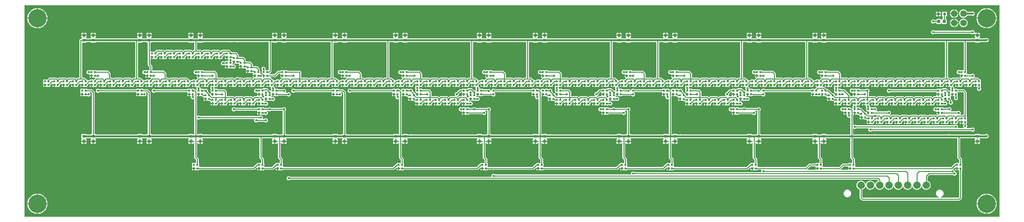
<source format=gtl>
G04 Layer: TopLayer*
G04 EasyEDA v6.5.32, 2023-07-25 17:33:38*
G04 0e047b32cf204c8d8061d642989ecc76,5a6b42c53f6a479593ecc07194224c93,10*
G04 Gerber Generator version 0.2*
G04 Scale: 100 percent, Rotated: No, Reflected: No *
G04 Dimensions in millimeters *
G04 leading zeros omitted , absolute positions ,4 integer and 5 decimal *
%FSLAX45Y45*%
%MOMM*%

%AMMACRO1*21,1,$1,$2,0,0,$3*%
%ADD10C,0.2540*%
%ADD11C,0.5000*%
%ADD12MACRO1,0.864X0.8065X90.0000*%
%ADD13R,0.8000X0.8000*%
%ADD14R,0.5500X0.5500*%
%ADD15R,0.9000X0.8000*%
%ADD16C,5.0000*%
%ADD17C,1.8000*%
%ADD18C,2.0000*%
%ADD19C,0.6096*%
%ADD20C,0.0166*%

%LPD*%
G36*
X671068Y15138907D02*
G01*
X667156Y15139669D01*
X663905Y15141905D01*
X661670Y15145156D01*
X660908Y15149068D01*
X660908Y20918932D01*
X661670Y20922843D01*
X663905Y20926094D01*
X667156Y20928330D01*
X671068Y20929092D01*
X27268932Y20929092D01*
X27272843Y20928330D01*
X27276094Y20926094D01*
X27278330Y20922843D01*
X27279092Y20918932D01*
X27279092Y15149068D01*
X27278330Y15145156D01*
X27276094Y15141905D01*
X27272843Y15139669D01*
X27268932Y15138907D01*
G37*

%LPC*%
G36*
X26047700Y20713700D02*
G01*
X26150112Y20713700D01*
X26149960Y20715528D01*
X26147268Y20729803D01*
X26142746Y20743672D01*
X26136549Y20756829D01*
X26128776Y20769122D01*
X26119480Y20780349D01*
X26108863Y20790306D01*
X26097077Y20798840D01*
X26084326Y20805851D01*
X26070814Y20811236D01*
X26056691Y20814842D01*
X26047700Y20815960D01*
G37*
G36*
X26911300Y15218613D02*
G01*
X26911300Y15481300D01*
X26648410Y15481300D01*
X26650289Y15459405D01*
X26654150Y15436646D01*
X26659890Y15414244D01*
X26667460Y15392450D01*
X26676858Y15371318D01*
X26687983Y15351099D01*
X26700784Y15331846D01*
X26715161Y15313710D01*
X26730960Y15296896D01*
X26748130Y15281401D01*
X26766520Y15267432D01*
X26786027Y15255087D01*
X26806499Y15244368D01*
X26827835Y15235428D01*
X26849781Y15228265D01*
X26872285Y15222982D01*
X26895145Y15219629D01*
G37*
G36*
X1003300Y15218613D02*
G01*
X1003300Y15481300D01*
X740410Y15481300D01*
X742289Y15459405D01*
X746150Y15436646D01*
X751890Y15414244D01*
X759460Y15392450D01*
X768858Y15371318D01*
X779983Y15351099D01*
X792784Y15331846D01*
X807161Y15313710D01*
X822960Y15296896D01*
X840130Y15281401D01*
X858519Y15267432D01*
X878027Y15255087D01*
X898499Y15244368D01*
X919835Y15235428D01*
X941781Y15228265D01*
X964285Y15222982D01*
X987145Y15219629D01*
G37*
G36*
X1028700Y15506700D02*
G01*
X1291336Y15506700D01*
X1290929Y15517063D01*
X1288034Y15540024D01*
X1283208Y15562630D01*
X1276553Y15584728D01*
X1268018Y15606217D01*
X1257757Y15626892D01*
X1245819Y15646704D01*
X1232204Y15665348D01*
X1217117Y15682874D01*
X1200607Y15699028D01*
X1182827Y15713760D01*
X1163828Y15726968D01*
X1143812Y15738500D01*
X1122934Y15748355D01*
X1101242Y15756382D01*
X1078992Y15762630D01*
X1056284Y15766948D01*
X1033322Y15769336D01*
X1028700Y15769437D01*
G37*
G36*
X26936700Y15506700D02*
G01*
X27199336Y15506700D01*
X27198929Y15517063D01*
X27196034Y15540024D01*
X27191208Y15562630D01*
X27184553Y15584728D01*
X27176018Y15606217D01*
X27165757Y15626892D01*
X27153819Y15646704D01*
X27140204Y15665348D01*
X27125117Y15682874D01*
X27108607Y15699028D01*
X27090827Y15713760D01*
X27071827Y15726968D01*
X27051812Y15738500D01*
X27030934Y15748355D01*
X27009242Y15756382D01*
X26986992Y15762630D01*
X26964284Y15766948D01*
X26941322Y15769336D01*
X26936700Y15769437D01*
G37*
G36*
X26648410Y15506700D02*
G01*
X26911300Y15506700D01*
X26911300Y15769386D01*
X26895145Y15768370D01*
X26872285Y15765018D01*
X26849781Y15759734D01*
X26827835Y15752572D01*
X26806499Y15743631D01*
X26786027Y15732912D01*
X26766520Y15720568D01*
X26748130Y15706598D01*
X26730960Y15691104D01*
X26715161Y15674289D01*
X26700784Y15656153D01*
X26687983Y15636900D01*
X26676858Y15616682D01*
X26667460Y15595549D01*
X26659890Y15573756D01*
X26654150Y15551353D01*
X26650289Y15528594D01*
G37*
G36*
X740410Y15506700D02*
G01*
X1003300Y15506700D01*
X1003300Y15769386D01*
X987145Y15768370D01*
X964285Y15765018D01*
X941781Y15759734D01*
X919835Y15752572D01*
X898499Y15743631D01*
X878027Y15732912D01*
X858519Y15720568D01*
X840130Y15706598D01*
X822960Y15691104D01*
X807161Y15674289D01*
X792784Y15656153D01*
X779983Y15636900D01*
X768858Y15616682D01*
X759460Y15595549D01*
X751890Y15573756D01*
X746150Y15551353D01*
X742289Y15528594D01*
G37*
G36*
X23533608Y15582392D02*
G01*
X26174192Y15582392D01*
X26182218Y15583204D01*
X26189431Y15585389D01*
X26196137Y15588945D01*
X26202335Y15594076D01*
X26236422Y15628162D01*
X26241552Y15634360D01*
X26245108Y15641066D01*
X26247293Y15648279D01*
X26248106Y15656306D01*
X26248106Y16406063D01*
X26248664Y16409416D01*
X26250341Y16412413D01*
X26253084Y16414800D01*
X26257199Y16418915D01*
X26260247Y16423792D01*
X26262177Y16429278D01*
X26262888Y16435578D01*
X26262888Y16489476D01*
X26262177Y16495776D01*
X26260247Y16501262D01*
X26258164Y16504615D01*
X26256742Y16508120D01*
X26256742Y16511930D01*
X26258164Y16515435D01*
X26260247Y16518788D01*
X26262177Y16524274D01*
X26262888Y16530574D01*
X26262888Y16584472D01*
X26262177Y16590772D01*
X26260247Y16596258D01*
X26257199Y16601135D01*
X26250341Y16607637D01*
X26248664Y16610634D01*
X26248106Y16613987D01*
X26248106Y16715994D01*
X26247293Y16724020D01*
X26245108Y16731234D01*
X26241552Y16737939D01*
X26236422Y16744137D01*
X26203605Y16777004D01*
X26201370Y16780306D01*
X26200608Y16784218D01*
X26200608Y17280940D01*
X26201370Y17284801D01*
X26203605Y17288103D01*
X26206856Y17290338D01*
X26210768Y17291100D01*
X26595882Y17291100D01*
X26599235Y17290542D01*
X26602232Y17288865D01*
X26604772Y17285868D01*
X26608887Y17281804D01*
X26610767Y17280585D01*
X26613713Y17277791D01*
X26615339Y17274032D01*
X26615339Y17269968D01*
X26613713Y17266208D01*
X26610767Y17263414D01*
X26608887Y17262195D01*
X26604772Y17258131D01*
X26601724Y17253204D01*
X26599794Y17247768D01*
X26599083Y17241418D01*
X26599083Y17214697D01*
X26657300Y17214697D01*
X26657300Y17265904D01*
X26658062Y17269815D01*
X26660297Y17273117D01*
X26663548Y17275302D01*
X26667460Y17276064D01*
X26672539Y17276064D01*
X26676451Y17275302D01*
X26679702Y17273117D01*
X26681938Y17269815D01*
X26682700Y17265904D01*
X26682700Y17214697D01*
X26740916Y17214697D01*
X26740916Y17241418D01*
X26740205Y17247768D01*
X26738275Y17253204D01*
X26735227Y17258131D01*
X26731112Y17262195D01*
X26729232Y17263414D01*
X26726286Y17266208D01*
X26724660Y17269968D01*
X26724660Y17274032D01*
X26726286Y17277791D01*
X26729232Y17280585D01*
X26731112Y17281804D01*
X26737767Y17288865D01*
X26740764Y17290542D01*
X26744117Y17291100D01*
X26917345Y17291100D01*
X26933702Y17292675D01*
X26943253Y17295266D01*
X26952194Y17299381D01*
X26960220Y17305020D01*
X26967180Y17311979D01*
X26972818Y17320006D01*
X26976933Y17328946D01*
X26979473Y17338395D01*
X26980337Y17348200D01*
X26979473Y17358004D01*
X26976933Y17367453D01*
X26972818Y17376394D01*
X26967180Y17384420D01*
X26960220Y17391380D01*
X26952194Y17397018D01*
X26943253Y17401133D01*
X26933804Y17403673D01*
X26924000Y17404537D01*
X26914195Y17403673D01*
X26904746Y17401133D01*
X26895806Y17397018D01*
X26892605Y17394732D01*
X26889811Y17393361D01*
X26886763Y17392904D01*
X26744066Y17392904D01*
X26740713Y17393462D01*
X26737767Y17395139D01*
X26735227Y17398085D01*
X26731112Y17402200D01*
X26726235Y17405299D01*
X26720749Y17407178D01*
X26714450Y17407890D01*
X26625550Y17407890D01*
X26619250Y17407178D01*
X26613764Y17405299D01*
X26608887Y17402200D01*
X26602232Y17395139D01*
X26599286Y17393462D01*
X26595933Y17392904D01*
X25933908Y17392904D01*
X25929590Y17393869D01*
X25927253Y17394936D01*
X25917804Y17397476D01*
X25908000Y17398339D01*
X25898195Y17397476D01*
X25888746Y17394936D01*
X25886410Y17393869D01*
X25882092Y17392904D01*
X23902009Y17392904D01*
X23897742Y17393869D01*
X23895405Y17394936D01*
X23885906Y17397476D01*
X23876152Y17398339D01*
X23866348Y17397476D01*
X23856848Y17394936D01*
X23854511Y17393869D01*
X23850244Y17392904D01*
X23289768Y17392904D01*
X23285856Y17393666D01*
X23282605Y17395901D01*
X23280370Y17399203D01*
X23279608Y17403064D01*
X23279608Y17543373D01*
X23280420Y17547336D01*
X23282706Y17550688D01*
X23286110Y17552873D01*
X23290123Y17553533D01*
X23294086Y17552568D01*
X23301198Y17549266D01*
X23310697Y17546726D01*
X23320502Y17545862D01*
X23330255Y17546726D01*
X23339755Y17549266D01*
X23348645Y17553381D01*
X23356722Y17559020D01*
X23358297Y17560594D01*
X23361599Y17562830D01*
X23365460Y17563592D01*
X23688649Y17563592D01*
X23692612Y17562779D01*
X23695964Y17560493D01*
X23698149Y17557089D01*
X23698809Y17553076D01*
X23697844Y17549114D01*
X23696066Y17545253D01*
X23693526Y17535804D01*
X23692662Y17526000D01*
X23693526Y17516195D01*
X23696066Y17506746D01*
X23700181Y17497806D01*
X23705820Y17489779D01*
X23712779Y17482820D01*
X23720806Y17477181D01*
X23729746Y17473066D01*
X23739195Y17470526D01*
X23749000Y17469662D01*
X23758804Y17470526D01*
X23768253Y17473066D01*
X23777194Y17477181D01*
X23785220Y17482820D01*
X23786795Y17484394D01*
X23790097Y17486630D01*
X23794008Y17487392D01*
X26497991Y17487392D01*
X26501902Y17486630D01*
X26505204Y17484394D01*
X26506779Y17482820D01*
X26514806Y17477181D01*
X26523746Y17473066D01*
X26533195Y17470526D01*
X26543000Y17469662D01*
X26552804Y17470526D01*
X26562253Y17473066D01*
X26571194Y17477181D01*
X26579220Y17482820D01*
X26586180Y17489779D01*
X26591818Y17497806D01*
X26595933Y17506746D01*
X26598473Y17516195D01*
X26599337Y17526000D01*
X26598473Y17535804D01*
X26595933Y17545253D01*
X26591818Y17554194D01*
X26586180Y17562220D01*
X26579220Y17569180D01*
X26571194Y17574818D01*
X26562253Y17578933D01*
X26552804Y17581473D01*
X26543000Y17582337D01*
X26533195Y17581473D01*
X26523746Y17578933D01*
X26514806Y17574818D01*
X26506779Y17569180D01*
X26505204Y17567605D01*
X26501902Y17565370D01*
X26497991Y17564608D01*
X26382929Y17564608D01*
X26379017Y17565370D01*
X26375715Y17567605D01*
X26373531Y17570856D01*
X26372769Y17574768D01*
X26373531Y17578679D01*
X26375715Y17581930D01*
X26379677Y17585893D01*
X26385316Y17593919D01*
X26389431Y17602860D01*
X26391971Y17612309D01*
X26392835Y17622113D01*
X26391971Y17631918D01*
X26389431Y17641366D01*
X26385316Y17650307D01*
X26379677Y17658334D01*
X26378052Y17659908D01*
X26375868Y17663210D01*
X26375106Y17667122D01*
X26375106Y17676164D01*
X26375664Y17679517D01*
X26377290Y17682514D01*
X26380033Y17684902D01*
X26384097Y17688966D01*
X26387196Y17693894D01*
X26389126Y17699329D01*
X26389838Y17705679D01*
X26389838Y17759527D01*
X26389126Y17765826D01*
X26387196Y17771313D01*
X26385062Y17774666D01*
X26383691Y17778171D01*
X26383691Y17781981D01*
X26385062Y17785486D01*
X26387196Y17788890D01*
X26389126Y17794325D01*
X26389838Y17800624D01*
X26389838Y17854523D01*
X26389126Y17860822D01*
X26387196Y17866309D01*
X26384097Y17871186D01*
X26377341Y17877637D01*
X26375664Y17880634D01*
X26375106Y17883987D01*
X26375106Y18544794D01*
X26374293Y18552820D01*
X26372108Y18560034D01*
X26368552Y18566739D01*
X26363422Y18572937D01*
X26319937Y18616422D01*
X26313739Y18621552D01*
X26307034Y18625108D01*
X26299820Y18627293D01*
X26291794Y18628106D01*
X26138936Y18628106D01*
X26135584Y18628664D01*
X26132586Y18630341D01*
X26130097Y18633186D01*
X26126033Y18637300D01*
X26121106Y18640348D01*
X26115670Y18642279D01*
X26109371Y18642990D01*
X26055472Y18642990D01*
X26051560Y18642533D01*
X26047141Y18643041D01*
X26043331Y18645378D01*
X26040892Y18649086D01*
X26040283Y18653506D01*
X26040537Y18656300D01*
X26039673Y18666104D01*
X26037133Y18675553D01*
X26033018Y18684494D01*
X26027380Y18692520D01*
X26020420Y18699480D01*
X26012292Y18705169D01*
X26009752Y18707709D01*
X26008279Y18711011D01*
X26008025Y18714618D01*
X26008838Y18721679D01*
X26008838Y18743015D01*
X26009600Y18746927D01*
X26011784Y18750229D01*
X26043686Y18782080D01*
X26046988Y18784265D01*
X26050849Y18785078D01*
X26054761Y18784265D01*
X26058063Y18782080D01*
X26060247Y18778778D01*
X26061009Y18774918D01*
X26061009Y18761303D01*
X26101700Y18761303D01*
X26101700Y18779998D01*
X26102513Y18783909D01*
X26104697Y18787211D01*
X26107999Y18789396D01*
X26111860Y18790158D01*
X26116940Y18790158D01*
X26120852Y18789396D01*
X26124154Y18787211D01*
X26126338Y18783909D01*
X26127100Y18779998D01*
X26127100Y18761303D01*
X26145845Y18761303D01*
X26149706Y18760490D01*
X26153008Y18758306D01*
X26155243Y18755004D01*
X26156005Y18751143D01*
X26156005Y18746063D01*
X26155243Y18742152D01*
X26153008Y18738850D01*
X26149706Y18736665D01*
X26145845Y18735903D01*
X26127100Y18735903D01*
X26127100Y18695162D01*
X26141375Y18695162D01*
X26147674Y18695873D01*
X26153160Y18697803D01*
X26156513Y18699937D01*
X26160018Y18701308D01*
X26163828Y18701308D01*
X26167334Y18699937D01*
X26170686Y18697803D01*
X26176173Y18695873D01*
X26182472Y18695162D01*
X26236320Y18695162D01*
X26242670Y18695873D01*
X26248106Y18697803D01*
X26253033Y18700902D01*
X26257097Y18704966D01*
X26260196Y18709894D01*
X26262126Y18715329D01*
X26262838Y18721679D01*
X26262838Y18743015D01*
X26263600Y18746927D01*
X26265784Y18750229D01*
X26297686Y18782080D01*
X26300988Y18784265D01*
X26304849Y18785078D01*
X26308761Y18784265D01*
X26312063Y18782080D01*
X26314247Y18778778D01*
X26315009Y18774918D01*
X26315009Y18761303D01*
X26355700Y18761303D01*
X26355700Y18779998D01*
X26356513Y18783909D01*
X26358697Y18787211D01*
X26361999Y18789396D01*
X26365860Y18790158D01*
X26370940Y18790158D01*
X26374852Y18789396D01*
X26378153Y18787211D01*
X26380338Y18783909D01*
X26381100Y18779998D01*
X26381100Y18761303D01*
X26399845Y18761303D01*
X26403706Y18760490D01*
X26407008Y18758306D01*
X26409243Y18755004D01*
X26410005Y18751143D01*
X26410005Y18746063D01*
X26409243Y18742152D01*
X26407008Y18738850D01*
X26403706Y18736665D01*
X26399845Y18735903D01*
X26381100Y18735903D01*
X26381100Y18695162D01*
X26395375Y18695162D01*
X26401674Y18695873D01*
X26407160Y18697803D01*
X26410513Y18699937D01*
X26414018Y18701308D01*
X26417828Y18701308D01*
X26421334Y18699937D01*
X26424686Y18697803D01*
X26430173Y18695873D01*
X26436472Y18695162D01*
X26490320Y18695162D01*
X26496670Y18695873D01*
X26502106Y18697803D01*
X26507033Y18700902D01*
X26511097Y18704966D01*
X26514196Y18709894D01*
X26516126Y18715329D01*
X26516838Y18721679D01*
X26516838Y18743015D01*
X26517600Y18746927D01*
X26519784Y18750229D01*
X26551686Y18782080D01*
X26554988Y18784265D01*
X26558849Y18785078D01*
X26562761Y18784265D01*
X26566063Y18782080D01*
X26568247Y18778778D01*
X26569009Y18774918D01*
X26569009Y18761303D01*
X26609700Y18761303D01*
X26609700Y18779998D01*
X26610513Y18783909D01*
X26612697Y18787211D01*
X26615999Y18789396D01*
X26619860Y18790158D01*
X26624940Y18790158D01*
X26628852Y18789396D01*
X26632153Y18787211D01*
X26634338Y18783909D01*
X26635100Y18779998D01*
X26635100Y18761303D01*
X26653845Y18761303D01*
X26657706Y18760490D01*
X26661008Y18758306D01*
X26663243Y18755004D01*
X26664005Y18751143D01*
X26664005Y18746063D01*
X26663243Y18742152D01*
X26661008Y18738850D01*
X26657706Y18736665D01*
X26653845Y18735903D01*
X26635100Y18735903D01*
X26635100Y18695162D01*
X26649375Y18695162D01*
X26655674Y18695873D01*
X26661160Y18697803D01*
X26663294Y18699175D01*
X26667358Y18700648D01*
X26671625Y18700292D01*
X26675384Y18698210D01*
X26677975Y18694755D01*
X26678889Y18690590D01*
X26678889Y18685865D01*
X26678127Y18681954D01*
X26675892Y18678652D01*
X26674318Y18677128D01*
X26668679Y18669050D01*
X26664564Y18660160D01*
X26662024Y18650661D01*
X26661160Y18640856D01*
X26662024Y18631103D01*
X26664564Y18621603D01*
X26668679Y18612713D01*
X26674318Y18604636D01*
X26681277Y18597727D01*
X26689303Y18592088D01*
X26698244Y18587923D01*
X26707693Y18585383D01*
X26717498Y18584519D01*
X26727302Y18585383D01*
X26736751Y18587923D01*
X26745692Y18592088D01*
X26753718Y18597727D01*
X26760677Y18604636D01*
X26766316Y18612713D01*
X26770431Y18621603D01*
X26772971Y18631103D01*
X26773835Y18640856D01*
X26772971Y18650661D01*
X26770431Y18660160D01*
X26766316Y18669050D01*
X26760677Y18677128D01*
X26759052Y18678702D01*
X26756868Y18682004D01*
X26756106Y18685865D01*
X26756106Y18692164D01*
X26756664Y18695517D01*
X26758290Y18698514D01*
X26761033Y18700902D01*
X26765097Y18704966D01*
X26768196Y18709894D01*
X26770126Y18715329D01*
X26770838Y18721679D01*
X26770838Y18775527D01*
X26770126Y18781826D01*
X26768196Y18787313D01*
X26766062Y18790666D01*
X26764691Y18794171D01*
X26764691Y18797981D01*
X26766062Y18801486D01*
X26768196Y18804890D01*
X26770126Y18810325D01*
X26770838Y18816624D01*
X26770838Y18870523D01*
X26770126Y18876822D01*
X26768196Y18882309D01*
X26765097Y18887186D01*
X26761033Y18891300D01*
X26756106Y18894348D01*
X26750670Y18896279D01*
X26744371Y18896990D01*
X26742136Y18896990D01*
X26738224Y18897752D01*
X26734922Y18899987D01*
X26697635Y18937224D01*
X26691437Y18942354D01*
X26684732Y18945910D01*
X26677518Y18948095D01*
X26669492Y18948908D01*
X26595832Y18948908D01*
X26591514Y18949873D01*
X26588059Y18952514D01*
X26586027Y18956426D01*
X26585824Y18960846D01*
X26587500Y18964910D01*
X26591818Y18971006D01*
X26595933Y18979946D01*
X26598473Y18989395D01*
X26599337Y18999200D01*
X26598473Y19009004D01*
X26595933Y19018453D01*
X26591818Y19027394D01*
X26586180Y19035420D01*
X26579220Y19042380D01*
X26571194Y19048018D01*
X26562253Y19052133D01*
X26552804Y19054673D01*
X26543000Y19055537D01*
X26533195Y19054673D01*
X26523746Y19052133D01*
X26514806Y19048018D01*
X26507592Y19042938D01*
X26504849Y19041567D01*
X26501801Y19041110D01*
X26394410Y19041110D01*
X26390244Y19042024D01*
X26386789Y19044564D01*
X26384707Y19048323D01*
X26384351Y19052641D01*
X26385824Y19056654D01*
X26387196Y19058890D01*
X26389126Y19064325D01*
X26389838Y19070624D01*
X26389838Y19124523D01*
X26389126Y19130822D01*
X26387196Y19136309D01*
X26384097Y19141186D01*
X26377290Y19147688D01*
X26375664Y19150634D01*
X26375106Y19153987D01*
X26375106Y19909840D01*
X26375868Y19913701D01*
X26378052Y19917003D01*
X26381354Y19919238D01*
X26385265Y19920000D01*
X26536345Y19920000D01*
X26540002Y19920204D01*
X26549756Y19919696D01*
X26595933Y19919696D01*
X26599286Y19919137D01*
X26602232Y19917460D01*
X26604772Y19914514D01*
X26608887Y19910399D01*
X26613764Y19907300D01*
X26619250Y19905421D01*
X26625550Y19904710D01*
X26714450Y19904710D01*
X26720749Y19905421D01*
X26726235Y19907300D01*
X26731112Y19910399D01*
X26737767Y19917460D01*
X26740713Y19919137D01*
X26744066Y19919696D01*
X26917294Y19919696D01*
X26921714Y19919899D01*
X26929740Y19921270D01*
X26933804Y19921626D01*
X26943253Y19924166D01*
X26952194Y19928281D01*
X26960220Y19933920D01*
X26967180Y19940879D01*
X26972818Y19948906D01*
X26976933Y19957846D01*
X26979473Y19967295D01*
X26980337Y19977100D01*
X26979473Y19986904D01*
X26976933Y19996353D01*
X26972818Y20005294D01*
X26967180Y20013320D01*
X26960220Y20020280D01*
X26952194Y20025918D01*
X26943253Y20030033D01*
X26933804Y20032573D01*
X26924000Y20033437D01*
X26914195Y20032573D01*
X26904746Y20030033D01*
X26895806Y20025918D01*
X26892148Y20023328D01*
X26889405Y20021956D01*
X26886357Y20021499D01*
X26744117Y20021499D01*
X26740764Y20022058D01*
X26737767Y20023734D01*
X26735227Y20026731D01*
X26731112Y20030795D01*
X26729232Y20032014D01*
X26726286Y20034808D01*
X26724660Y20038568D01*
X26724660Y20042632D01*
X26726286Y20046391D01*
X26729232Y20049185D01*
X26731112Y20050404D01*
X26735227Y20054468D01*
X26738275Y20059396D01*
X26740205Y20064831D01*
X26740916Y20071181D01*
X26740916Y20097902D01*
X26682700Y20097902D01*
X26682700Y20046696D01*
X26681938Y20042784D01*
X26679702Y20039482D01*
X26676451Y20037298D01*
X26672539Y20036536D01*
X26667460Y20036536D01*
X26663548Y20037298D01*
X26660297Y20039482D01*
X26658062Y20042784D01*
X26657300Y20046696D01*
X26657300Y20097902D01*
X26599083Y20097902D01*
X26599083Y20071181D01*
X26599794Y20064831D01*
X26601724Y20059396D01*
X26604772Y20054468D01*
X26608887Y20050404D01*
X26610767Y20049185D01*
X26613713Y20046391D01*
X26615339Y20042632D01*
X26615339Y20038568D01*
X26613713Y20034808D01*
X26610767Y20032014D01*
X26608887Y20030795D01*
X26602232Y20023734D01*
X26599235Y20022058D01*
X26595882Y20021499D01*
X26580642Y20021499D01*
X26577594Y20021956D01*
X26574851Y20023328D01*
X26571194Y20025918D01*
X26562253Y20030033D01*
X26552804Y20032573D01*
X26543000Y20033437D01*
X26533195Y20032573D01*
X26523746Y20030033D01*
X26514806Y20025918D01*
X26511605Y20023632D01*
X26508862Y20022261D01*
X26505763Y20021804D01*
X25918668Y20021804D01*
X25914350Y20022769D01*
X25912013Y20023836D01*
X25902564Y20026376D01*
X25892760Y20027239D01*
X25882955Y20026376D01*
X25873506Y20023836D01*
X25871170Y20022769D01*
X25866852Y20021804D01*
X22552914Y20021804D01*
X22549561Y20022362D01*
X22546564Y20024039D01*
X22544227Y20026731D01*
X22540112Y20030795D01*
X22538232Y20032014D01*
X22535286Y20034808D01*
X22533660Y20038568D01*
X22533660Y20042632D01*
X22535286Y20046391D01*
X22538232Y20049185D01*
X22540112Y20050404D01*
X22544227Y20054468D01*
X22547275Y20059396D01*
X22549205Y20064831D01*
X22549916Y20071181D01*
X22549916Y20097902D01*
X22491700Y20097902D01*
X22491700Y20046696D01*
X22490938Y20042784D01*
X22488702Y20039482D01*
X22485451Y20037298D01*
X22481540Y20036536D01*
X22476460Y20036536D01*
X22472548Y20037298D01*
X22469297Y20039482D01*
X22467062Y20042784D01*
X22466300Y20046696D01*
X22466300Y20097902D01*
X22408083Y20097902D01*
X22408083Y20071181D01*
X22408794Y20064831D01*
X22410724Y20059396D01*
X22413772Y20054468D01*
X22417887Y20050404D01*
X22419767Y20049185D01*
X22422713Y20046391D01*
X22424339Y20042632D01*
X22424339Y20038568D01*
X22422713Y20034808D01*
X22419767Y20032014D01*
X22417887Y20030795D01*
X22411436Y20024039D01*
X22408438Y20022362D01*
X22405086Y20021804D01*
X22311614Y20021804D01*
X22308261Y20022362D01*
X22305264Y20024039D01*
X22302927Y20026731D01*
X22298812Y20030795D01*
X22296932Y20032014D01*
X22293986Y20034808D01*
X22292360Y20038568D01*
X22292360Y20042632D01*
X22293986Y20046391D01*
X22296932Y20049185D01*
X22298812Y20050404D01*
X22302927Y20054468D01*
X22305975Y20059396D01*
X22307905Y20064831D01*
X22308616Y20071181D01*
X22308616Y20097902D01*
X22250400Y20097902D01*
X22250400Y20046696D01*
X22249638Y20042784D01*
X22247402Y20039482D01*
X22244151Y20037298D01*
X22240240Y20036536D01*
X22235160Y20036536D01*
X22231248Y20037298D01*
X22227997Y20039482D01*
X22225762Y20042784D01*
X22225000Y20046696D01*
X22225000Y20097902D01*
X22166783Y20097902D01*
X22166783Y20071181D01*
X22167494Y20064831D01*
X22169424Y20059396D01*
X22172472Y20054468D01*
X22176587Y20050404D01*
X22178467Y20049185D01*
X22181413Y20046391D01*
X22183039Y20042632D01*
X22183039Y20038568D01*
X22181413Y20034808D01*
X22178467Y20032014D01*
X22176587Y20030795D01*
X22170136Y20024039D01*
X22167138Y20022362D01*
X22163786Y20021804D01*
X20774914Y20021804D01*
X20771561Y20022362D01*
X20768564Y20024039D01*
X20766227Y20026731D01*
X20762112Y20030795D01*
X20760232Y20032014D01*
X20757286Y20034808D01*
X20755660Y20038568D01*
X20755660Y20042632D01*
X20757286Y20046391D01*
X20760232Y20049185D01*
X20762112Y20050404D01*
X20766227Y20054468D01*
X20769275Y20059396D01*
X20771205Y20064831D01*
X20771916Y20071181D01*
X20771916Y20097902D01*
X20713700Y20097902D01*
X20713700Y20046696D01*
X20712938Y20042784D01*
X20710702Y20039482D01*
X20707451Y20037298D01*
X20703540Y20036536D01*
X20698460Y20036536D01*
X20694548Y20037298D01*
X20691297Y20039482D01*
X20689062Y20042784D01*
X20688300Y20046696D01*
X20688300Y20097902D01*
X20630083Y20097902D01*
X20630083Y20071181D01*
X20630794Y20064831D01*
X20632724Y20059396D01*
X20635772Y20054468D01*
X20639887Y20050404D01*
X20641767Y20049185D01*
X20644713Y20046391D01*
X20646339Y20042632D01*
X20646339Y20038568D01*
X20644713Y20034808D01*
X20641767Y20032014D01*
X20639887Y20030795D01*
X20633436Y20024039D01*
X20630438Y20022362D01*
X20627086Y20021804D01*
X20520914Y20021804D01*
X20517561Y20022362D01*
X20514564Y20024039D01*
X20512227Y20026731D01*
X20508112Y20030795D01*
X20506232Y20032014D01*
X20503286Y20034808D01*
X20501660Y20038568D01*
X20501660Y20042632D01*
X20503286Y20046391D01*
X20506232Y20049185D01*
X20508112Y20050404D01*
X20512227Y20054468D01*
X20515275Y20059396D01*
X20517205Y20064831D01*
X20517916Y20071181D01*
X20517916Y20097902D01*
X20459700Y20097902D01*
X20459700Y20046696D01*
X20458938Y20042784D01*
X20456702Y20039482D01*
X20453451Y20037298D01*
X20449540Y20036536D01*
X20444460Y20036536D01*
X20440548Y20037298D01*
X20437297Y20039482D01*
X20435062Y20042784D01*
X20434300Y20046696D01*
X20434300Y20097902D01*
X20376083Y20097902D01*
X20376083Y20071181D01*
X20376794Y20064831D01*
X20378724Y20059396D01*
X20381772Y20054468D01*
X20385887Y20050404D01*
X20387767Y20049185D01*
X20390713Y20046391D01*
X20392339Y20042632D01*
X20392339Y20038568D01*
X20390713Y20034808D01*
X20387767Y20032014D01*
X20385887Y20030795D01*
X20379436Y20024039D01*
X20376438Y20022362D01*
X20373086Y20021804D01*
X18488914Y20021804D01*
X18485561Y20022362D01*
X18482564Y20024039D01*
X18480227Y20026731D01*
X18476112Y20030795D01*
X18474232Y20032014D01*
X18471286Y20034808D01*
X18469660Y20038568D01*
X18469660Y20042632D01*
X18471286Y20046391D01*
X18474232Y20049185D01*
X18476112Y20050404D01*
X18480227Y20054468D01*
X18483275Y20059396D01*
X18485205Y20064831D01*
X18485916Y20071181D01*
X18485916Y20097902D01*
X18427700Y20097902D01*
X18427700Y20046696D01*
X18426938Y20042784D01*
X18424702Y20039482D01*
X18421451Y20037298D01*
X18417540Y20036536D01*
X18412460Y20036536D01*
X18408548Y20037298D01*
X18405297Y20039482D01*
X18403062Y20042784D01*
X18402300Y20046696D01*
X18402300Y20097902D01*
X18344083Y20097902D01*
X18344083Y20071181D01*
X18344794Y20064831D01*
X18346724Y20059396D01*
X18349772Y20054468D01*
X18353887Y20050404D01*
X18355767Y20049185D01*
X18358713Y20046391D01*
X18360339Y20042632D01*
X18360339Y20038568D01*
X18358713Y20034808D01*
X18355767Y20032014D01*
X18353887Y20030795D01*
X18347436Y20024039D01*
X18344438Y20022362D01*
X18341086Y20021804D01*
X18234914Y20021804D01*
X18231561Y20022362D01*
X18228564Y20024039D01*
X18226227Y20026731D01*
X18222112Y20030795D01*
X18220232Y20032014D01*
X18217286Y20034808D01*
X18215660Y20038568D01*
X18215660Y20042632D01*
X18217286Y20046391D01*
X18220232Y20049185D01*
X18222112Y20050404D01*
X18226227Y20054468D01*
X18229275Y20059396D01*
X18231205Y20064831D01*
X18231916Y20071181D01*
X18231916Y20097902D01*
X18173700Y20097902D01*
X18173700Y20046696D01*
X18172938Y20042784D01*
X18170702Y20039482D01*
X18167451Y20037298D01*
X18163540Y20036536D01*
X18158460Y20036536D01*
X18154548Y20037298D01*
X18151297Y20039482D01*
X18149062Y20042784D01*
X18148300Y20046696D01*
X18148300Y20097902D01*
X18090083Y20097902D01*
X18090083Y20071181D01*
X18090794Y20064831D01*
X18092724Y20059396D01*
X18095772Y20054468D01*
X18099887Y20050404D01*
X18101767Y20049185D01*
X18104713Y20046391D01*
X18106339Y20042632D01*
X18106339Y20038568D01*
X18104713Y20034808D01*
X18101767Y20032014D01*
X18099887Y20030795D01*
X18093436Y20024039D01*
X18090438Y20022362D01*
X18087086Y20021804D01*
X17218914Y20021804D01*
X17215561Y20022362D01*
X17212564Y20024039D01*
X17210227Y20026731D01*
X17206112Y20030795D01*
X17204232Y20032014D01*
X17201286Y20034808D01*
X17199660Y20038568D01*
X17199660Y20042632D01*
X17201286Y20046391D01*
X17204232Y20049185D01*
X17206112Y20050404D01*
X17210227Y20054468D01*
X17213275Y20059396D01*
X17215205Y20064831D01*
X17215916Y20071181D01*
X17215916Y20097902D01*
X17157700Y20097902D01*
X17157700Y20046696D01*
X17156938Y20042784D01*
X17154702Y20039482D01*
X17151451Y20037298D01*
X17147540Y20036536D01*
X17142460Y20036536D01*
X17138548Y20037298D01*
X17135297Y20039482D01*
X17133062Y20042784D01*
X17132300Y20046696D01*
X17132300Y20097902D01*
X17074083Y20097902D01*
X17074083Y20071181D01*
X17074794Y20064831D01*
X17076724Y20059396D01*
X17079772Y20054468D01*
X17083887Y20050404D01*
X17085767Y20049185D01*
X17088713Y20046391D01*
X17090339Y20042632D01*
X17090339Y20038568D01*
X17088713Y20034808D01*
X17085767Y20032014D01*
X17083887Y20030795D01*
X17077436Y20024039D01*
X17074438Y20022362D01*
X17071086Y20021804D01*
X16964914Y20021804D01*
X16961561Y20022362D01*
X16958564Y20024039D01*
X16956227Y20026731D01*
X16952112Y20030795D01*
X16950232Y20032014D01*
X16947286Y20034808D01*
X16945660Y20038568D01*
X16945660Y20042632D01*
X16947286Y20046391D01*
X16950232Y20049185D01*
X16952112Y20050404D01*
X16956227Y20054468D01*
X16959275Y20059396D01*
X16961205Y20064831D01*
X16961916Y20071181D01*
X16961916Y20097902D01*
X16903700Y20097902D01*
X16903700Y20046696D01*
X16902938Y20042784D01*
X16900702Y20039482D01*
X16897451Y20037298D01*
X16893540Y20036536D01*
X16888460Y20036536D01*
X16884548Y20037298D01*
X16881297Y20039482D01*
X16879062Y20042784D01*
X16878300Y20046696D01*
X16878300Y20097902D01*
X16820083Y20097902D01*
X16820083Y20071181D01*
X16820794Y20064831D01*
X16822724Y20059396D01*
X16825772Y20054468D01*
X16829887Y20050404D01*
X16831767Y20049185D01*
X16834713Y20046391D01*
X16836339Y20042632D01*
X16836339Y20038568D01*
X16834713Y20034808D01*
X16831767Y20032014D01*
X16829887Y20030795D01*
X16823436Y20024039D01*
X16820438Y20022362D01*
X16817086Y20021804D01*
X14932913Y20021804D01*
X14929561Y20022362D01*
X14926563Y20024039D01*
X14924227Y20026731D01*
X14920112Y20030795D01*
X14918232Y20032014D01*
X14915286Y20034808D01*
X14913660Y20038568D01*
X14913660Y20042632D01*
X14915286Y20046391D01*
X14918232Y20049185D01*
X14920112Y20050404D01*
X14924227Y20054468D01*
X14927275Y20059396D01*
X14929205Y20064831D01*
X14929916Y20071181D01*
X14929916Y20097902D01*
X14871700Y20097902D01*
X14871700Y20046696D01*
X14870938Y20042784D01*
X14868702Y20039482D01*
X14865451Y20037298D01*
X14861540Y20036536D01*
X14856460Y20036536D01*
X14852548Y20037298D01*
X14849297Y20039482D01*
X14847062Y20042784D01*
X14846300Y20046696D01*
X14846300Y20097902D01*
X14788083Y20097902D01*
X14788083Y20071181D01*
X14788794Y20064831D01*
X14790724Y20059396D01*
X14793772Y20054468D01*
X14797887Y20050404D01*
X14799767Y20049185D01*
X14802713Y20046391D01*
X14804339Y20042632D01*
X14804339Y20038568D01*
X14802713Y20034808D01*
X14799767Y20032014D01*
X14797887Y20030795D01*
X14791436Y20024039D01*
X14788438Y20022362D01*
X14785086Y20021804D01*
X14678913Y20021804D01*
X14675561Y20022362D01*
X14672563Y20024039D01*
X14670227Y20026731D01*
X14666112Y20030795D01*
X14664232Y20032014D01*
X14661286Y20034808D01*
X14659660Y20038568D01*
X14659660Y20042632D01*
X14661286Y20046391D01*
X14664232Y20049185D01*
X14666112Y20050404D01*
X14670227Y20054468D01*
X14673275Y20059396D01*
X14675205Y20064831D01*
X14675916Y20071181D01*
X14675916Y20097902D01*
X14617700Y20097902D01*
X14617700Y20046696D01*
X14616938Y20042784D01*
X14614702Y20039482D01*
X14611451Y20037298D01*
X14607540Y20036536D01*
X14602460Y20036536D01*
X14598548Y20037298D01*
X14595297Y20039482D01*
X14593062Y20042784D01*
X14592300Y20046696D01*
X14592300Y20097902D01*
X14534083Y20097902D01*
X14534083Y20071181D01*
X14534794Y20064831D01*
X14536724Y20059396D01*
X14539772Y20054468D01*
X14543887Y20050404D01*
X14545767Y20049185D01*
X14548713Y20046391D01*
X14550339Y20042632D01*
X14550339Y20038568D01*
X14548713Y20034808D01*
X14545767Y20032014D01*
X14543887Y20030795D01*
X14537436Y20024039D01*
X14534438Y20022362D01*
X14531086Y20021804D01*
X13408913Y20021804D01*
X13405561Y20022362D01*
X13402563Y20024039D01*
X13400227Y20026731D01*
X13396112Y20030795D01*
X13394232Y20032014D01*
X13391286Y20034808D01*
X13389660Y20038568D01*
X13389660Y20042632D01*
X13391286Y20046391D01*
X13394232Y20049185D01*
X13396112Y20050404D01*
X13400227Y20054468D01*
X13403275Y20059396D01*
X13405205Y20064831D01*
X13405916Y20071181D01*
X13405916Y20097902D01*
X13347700Y20097902D01*
X13347700Y20046696D01*
X13346938Y20042784D01*
X13344702Y20039482D01*
X13341451Y20037298D01*
X13337540Y20036536D01*
X13332460Y20036536D01*
X13328548Y20037298D01*
X13325297Y20039482D01*
X13323062Y20042784D01*
X13322300Y20046696D01*
X13322300Y20097902D01*
X13264083Y20097902D01*
X13264083Y20071181D01*
X13264794Y20064831D01*
X13266724Y20059396D01*
X13269772Y20054468D01*
X13273887Y20050404D01*
X13275767Y20049185D01*
X13278713Y20046391D01*
X13280339Y20042632D01*
X13280339Y20038568D01*
X13278713Y20034808D01*
X13275767Y20032014D01*
X13273887Y20030795D01*
X13267436Y20024039D01*
X13264438Y20022362D01*
X13261086Y20021804D01*
X13154913Y20021804D01*
X13151561Y20022362D01*
X13148563Y20024039D01*
X13146227Y20026731D01*
X13142112Y20030795D01*
X13140232Y20032014D01*
X13137286Y20034808D01*
X13135660Y20038568D01*
X13135660Y20042632D01*
X13137286Y20046391D01*
X13140232Y20049185D01*
X13142112Y20050404D01*
X13146227Y20054468D01*
X13149275Y20059396D01*
X13151205Y20064831D01*
X13151916Y20071181D01*
X13151916Y20097902D01*
X13093700Y20097902D01*
X13093700Y20046696D01*
X13092938Y20042784D01*
X13090702Y20039482D01*
X13087451Y20037298D01*
X13083540Y20036536D01*
X13078460Y20036536D01*
X13074548Y20037298D01*
X13071297Y20039482D01*
X13069062Y20042784D01*
X13068300Y20046696D01*
X13068300Y20097902D01*
X13010083Y20097902D01*
X13010083Y20071181D01*
X13010794Y20064831D01*
X13012724Y20059396D01*
X13015772Y20054468D01*
X13019887Y20050404D01*
X13021767Y20049185D01*
X13024713Y20046391D01*
X13026339Y20042632D01*
X13026339Y20038568D01*
X13024713Y20034808D01*
X13021767Y20032014D01*
X13019887Y20030795D01*
X13013436Y20024039D01*
X13010438Y20022362D01*
X13007086Y20021804D01*
X11122914Y20021804D01*
X11119561Y20022362D01*
X11116564Y20024039D01*
X11114227Y20026731D01*
X11110112Y20030795D01*
X11108232Y20032014D01*
X11105286Y20034808D01*
X11103660Y20038568D01*
X11103660Y20042632D01*
X11105286Y20046391D01*
X11108232Y20049185D01*
X11110112Y20050404D01*
X11114227Y20054468D01*
X11117275Y20059396D01*
X11119205Y20064831D01*
X11119916Y20071181D01*
X11119916Y20097902D01*
X11061700Y20097902D01*
X11061700Y20046696D01*
X11060938Y20042784D01*
X11058702Y20039482D01*
X11055451Y20037298D01*
X11051540Y20036536D01*
X11046460Y20036536D01*
X11042548Y20037298D01*
X11039297Y20039482D01*
X11037062Y20042784D01*
X11036300Y20046696D01*
X11036300Y20097902D01*
X10978083Y20097902D01*
X10978083Y20071181D01*
X10978794Y20064831D01*
X10980724Y20059396D01*
X10983772Y20054468D01*
X10987887Y20050404D01*
X10989767Y20049185D01*
X10992713Y20046391D01*
X10994339Y20042632D01*
X10994339Y20038568D01*
X10992713Y20034808D01*
X10989767Y20032014D01*
X10987887Y20030795D01*
X10981436Y20024039D01*
X10978438Y20022362D01*
X10975086Y20021804D01*
X10868914Y20021804D01*
X10865561Y20022362D01*
X10862564Y20024039D01*
X10860227Y20026731D01*
X10856112Y20030795D01*
X10854232Y20032014D01*
X10851286Y20034808D01*
X10849660Y20038568D01*
X10849660Y20042632D01*
X10851286Y20046391D01*
X10854232Y20049185D01*
X10856112Y20050404D01*
X10860227Y20054468D01*
X10863275Y20059396D01*
X10865205Y20064831D01*
X10865916Y20071181D01*
X10865916Y20097902D01*
X10807700Y20097902D01*
X10807700Y20046696D01*
X10806938Y20042784D01*
X10804702Y20039482D01*
X10801451Y20037298D01*
X10797540Y20036536D01*
X10792460Y20036536D01*
X10788548Y20037298D01*
X10785297Y20039482D01*
X10783062Y20042784D01*
X10782300Y20046696D01*
X10782300Y20097902D01*
X10724083Y20097902D01*
X10724083Y20071181D01*
X10724794Y20064831D01*
X10726724Y20059396D01*
X10729772Y20054468D01*
X10733887Y20050404D01*
X10735767Y20049185D01*
X10738713Y20046391D01*
X10740339Y20042632D01*
X10740339Y20038568D01*
X10738713Y20034808D01*
X10735767Y20032014D01*
X10733887Y20030795D01*
X10727436Y20024039D01*
X10724438Y20022362D01*
X10721086Y20021804D01*
X9471914Y20021804D01*
X9468561Y20022362D01*
X9465564Y20024039D01*
X9463227Y20026731D01*
X9459112Y20030795D01*
X9457232Y20032014D01*
X9454286Y20034808D01*
X9452660Y20038568D01*
X9452660Y20042632D01*
X9454286Y20046391D01*
X9457232Y20049185D01*
X9459112Y20050404D01*
X9463227Y20054468D01*
X9466275Y20059396D01*
X9468205Y20064831D01*
X9468916Y20071181D01*
X9468916Y20097902D01*
X9410700Y20097902D01*
X9410700Y20046696D01*
X9409938Y20042784D01*
X9407702Y20039482D01*
X9404451Y20037298D01*
X9400540Y20036536D01*
X9395460Y20036536D01*
X9391548Y20037298D01*
X9388297Y20039482D01*
X9386062Y20042784D01*
X9385300Y20046696D01*
X9385300Y20097902D01*
X9327083Y20097902D01*
X9327083Y20071181D01*
X9327794Y20064831D01*
X9329724Y20059396D01*
X9332772Y20054468D01*
X9336887Y20050404D01*
X9338767Y20049185D01*
X9341713Y20046391D01*
X9343339Y20042632D01*
X9343339Y20038568D01*
X9341713Y20034808D01*
X9338767Y20032014D01*
X9336887Y20030795D01*
X9330436Y20024039D01*
X9327438Y20022362D01*
X9324086Y20021804D01*
X9217914Y20021804D01*
X9214561Y20022362D01*
X9211564Y20024039D01*
X9209227Y20026731D01*
X9205112Y20030795D01*
X9203232Y20032014D01*
X9200286Y20034808D01*
X9198660Y20038568D01*
X9198660Y20042632D01*
X9200286Y20046391D01*
X9203232Y20049185D01*
X9205112Y20050404D01*
X9209227Y20054468D01*
X9212275Y20059396D01*
X9214205Y20064831D01*
X9214916Y20071181D01*
X9214916Y20097902D01*
X9156700Y20097902D01*
X9156700Y20046696D01*
X9155938Y20042784D01*
X9153702Y20039482D01*
X9150451Y20037298D01*
X9146540Y20036536D01*
X9141460Y20036536D01*
X9137548Y20037298D01*
X9134297Y20039482D01*
X9132062Y20042784D01*
X9131300Y20046696D01*
X9131300Y20097902D01*
X9073083Y20097902D01*
X9073083Y20071181D01*
X9073794Y20064831D01*
X9075724Y20059396D01*
X9078772Y20054468D01*
X9082887Y20050404D01*
X9084767Y20049185D01*
X9087713Y20046391D01*
X9089339Y20042632D01*
X9089339Y20038568D01*
X9087713Y20034808D01*
X9084767Y20032014D01*
X9082887Y20030795D01*
X9076436Y20024039D01*
X9073438Y20022362D01*
X9070086Y20021804D01*
X7820914Y20021804D01*
X7817561Y20022362D01*
X7814564Y20024039D01*
X7812227Y20026731D01*
X7808112Y20030795D01*
X7806232Y20032014D01*
X7803286Y20034808D01*
X7801660Y20038568D01*
X7801660Y20042632D01*
X7803286Y20046391D01*
X7806232Y20049185D01*
X7808112Y20050404D01*
X7812227Y20054468D01*
X7815275Y20059396D01*
X7817205Y20064831D01*
X7817916Y20071181D01*
X7817916Y20097902D01*
X7759700Y20097902D01*
X7759700Y20046696D01*
X7758938Y20042784D01*
X7756702Y20039482D01*
X7753451Y20037298D01*
X7749540Y20036536D01*
X7744459Y20036536D01*
X7740548Y20037298D01*
X7737297Y20039482D01*
X7735062Y20042784D01*
X7734300Y20046696D01*
X7734300Y20097902D01*
X7676083Y20097902D01*
X7676083Y20071181D01*
X7676794Y20064831D01*
X7678724Y20059396D01*
X7681772Y20054468D01*
X7685887Y20050404D01*
X7687767Y20049185D01*
X7690713Y20046391D01*
X7692339Y20042632D01*
X7692339Y20038568D01*
X7690713Y20034808D01*
X7687767Y20032014D01*
X7685887Y20030795D01*
X7679436Y20024039D01*
X7676438Y20022362D01*
X7673086Y20021804D01*
X7566914Y20021804D01*
X7563561Y20022362D01*
X7560564Y20024039D01*
X7558227Y20026731D01*
X7554112Y20030795D01*
X7552232Y20032014D01*
X7549286Y20034808D01*
X7547660Y20038568D01*
X7547660Y20042632D01*
X7549286Y20046391D01*
X7552232Y20049185D01*
X7554112Y20050404D01*
X7558227Y20054468D01*
X7561275Y20059396D01*
X7563205Y20064831D01*
X7563916Y20071181D01*
X7563916Y20097902D01*
X7505700Y20097902D01*
X7505700Y20046696D01*
X7504938Y20042784D01*
X7502702Y20039482D01*
X7499451Y20037298D01*
X7495540Y20036536D01*
X7490459Y20036536D01*
X7486548Y20037298D01*
X7483297Y20039482D01*
X7481062Y20042784D01*
X7480300Y20046696D01*
X7480300Y20097902D01*
X7422083Y20097902D01*
X7422083Y20071181D01*
X7422794Y20064831D01*
X7424724Y20059396D01*
X7427772Y20054468D01*
X7431887Y20050404D01*
X7433767Y20049185D01*
X7436713Y20046391D01*
X7438339Y20042632D01*
X7438339Y20038568D01*
X7436713Y20034808D01*
X7433767Y20032014D01*
X7431887Y20030795D01*
X7425436Y20024039D01*
X7422438Y20022362D01*
X7419086Y20021804D01*
X6502907Y20021804D01*
X6498590Y20022769D01*
X6496253Y20023836D01*
X6486804Y20026376D01*
X6477000Y20027239D01*
X6467195Y20026376D01*
X6457746Y20023836D01*
X6455410Y20022769D01*
X6451092Y20021804D01*
X6308344Y20021804D01*
X6304026Y20022769D01*
X6301689Y20023836D01*
X6292240Y20026376D01*
X6282436Y20027239D01*
X6272631Y20026376D01*
X6263182Y20023836D01*
X6260846Y20022769D01*
X6256528Y20021804D01*
X5534914Y20021804D01*
X5531561Y20022362D01*
X5528564Y20024039D01*
X5526227Y20026731D01*
X5522112Y20030795D01*
X5520232Y20032014D01*
X5517286Y20034808D01*
X5515660Y20038568D01*
X5515660Y20042632D01*
X5517286Y20046391D01*
X5520232Y20049185D01*
X5522112Y20050404D01*
X5526227Y20054468D01*
X5529275Y20059396D01*
X5531205Y20064831D01*
X5531916Y20071181D01*
X5531916Y20097902D01*
X5473700Y20097902D01*
X5473700Y20046696D01*
X5472938Y20042784D01*
X5470702Y20039482D01*
X5467451Y20037298D01*
X5463540Y20036536D01*
X5458460Y20036536D01*
X5454548Y20037298D01*
X5451297Y20039482D01*
X5449062Y20042784D01*
X5448300Y20046696D01*
X5448300Y20097902D01*
X5390083Y20097902D01*
X5390083Y20071181D01*
X5390794Y20064831D01*
X5392724Y20059396D01*
X5395772Y20054468D01*
X5399887Y20050404D01*
X5401767Y20049185D01*
X5404713Y20046391D01*
X5406339Y20042632D01*
X5406339Y20038568D01*
X5404713Y20034808D01*
X5401767Y20032014D01*
X5399887Y20030795D01*
X5393436Y20024039D01*
X5390438Y20022362D01*
X5387086Y20021804D01*
X5280914Y20021804D01*
X5277561Y20022362D01*
X5274564Y20024039D01*
X5272227Y20026731D01*
X5268112Y20030795D01*
X5266232Y20032014D01*
X5263286Y20034808D01*
X5261660Y20038568D01*
X5261660Y20042632D01*
X5263286Y20046391D01*
X5266232Y20049185D01*
X5268112Y20050404D01*
X5272227Y20054468D01*
X5275275Y20059396D01*
X5277205Y20064831D01*
X5277916Y20071181D01*
X5277916Y20097902D01*
X5219700Y20097902D01*
X5219700Y20046696D01*
X5218938Y20042784D01*
X5216702Y20039482D01*
X5213451Y20037298D01*
X5209540Y20036536D01*
X5204460Y20036536D01*
X5200548Y20037298D01*
X5197297Y20039482D01*
X5195062Y20042784D01*
X5194300Y20046696D01*
X5194300Y20097902D01*
X5136083Y20097902D01*
X5136083Y20071181D01*
X5136794Y20064831D01*
X5138724Y20059396D01*
X5141772Y20054468D01*
X5145887Y20050404D01*
X5147767Y20049185D01*
X5150713Y20046391D01*
X5152339Y20042632D01*
X5152339Y20038568D01*
X5150713Y20034808D01*
X5147767Y20032014D01*
X5145887Y20030795D01*
X5139436Y20024039D01*
X5136438Y20022362D01*
X5133086Y20021804D01*
X4137914Y20021804D01*
X4134561Y20022362D01*
X4131564Y20024039D01*
X4129227Y20026731D01*
X4125112Y20030795D01*
X4123232Y20032014D01*
X4120286Y20034808D01*
X4118660Y20038568D01*
X4118660Y20042632D01*
X4120286Y20046391D01*
X4123232Y20049185D01*
X4125112Y20050404D01*
X4129227Y20054468D01*
X4132275Y20059396D01*
X4134205Y20064831D01*
X4134916Y20071181D01*
X4134916Y20097902D01*
X4076700Y20097902D01*
X4076700Y20046696D01*
X4075937Y20042784D01*
X4073702Y20039482D01*
X4070451Y20037298D01*
X4066540Y20036536D01*
X4061460Y20036536D01*
X4057548Y20037298D01*
X4054297Y20039482D01*
X4052062Y20042784D01*
X4051300Y20046696D01*
X4051300Y20097902D01*
X3993083Y20097902D01*
X3993083Y20071181D01*
X3993794Y20064831D01*
X3995724Y20059396D01*
X3998772Y20054468D01*
X4002887Y20050404D01*
X4004767Y20049185D01*
X4007713Y20046391D01*
X4009339Y20042632D01*
X4009339Y20038568D01*
X4007713Y20034808D01*
X4004767Y20032014D01*
X4002887Y20030795D01*
X3996436Y20024039D01*
X3993438Y20022362D01*
X3990086Y20021804D01*
X3883914Y20021804D01*
X3880561Y20022362D01*
X3877564Y20024039D01*
X3875227Y20026731D01*
X3871112Y20030795D01*
X3869232Y20032014D01*
X3866286Y20034808D01*
X3864660Y20038568D01*
X3864660Y20042632D01*
X3866286Y20046391D01*
X3869232Y20049185D01*
X3871112Y20050404D01*
X3875227Y20054468D01*
X3878275Y20059396D01*
X3880205Y20064831D01*
X3880916Y20071181D01*
X3880916Y20097902D01*
X3822700Y20097902D01*
X3822700Y20046696D01*
X3821937Y20042784D01*
X3819702Y20039482D01*
X3816451Y20037298D01*
X3812540Y20036536D01*
X3807460Y20036536D01*
X3803548Y20037298D01*
X3800297Y20039482D01*
X3798062Y20042784D01*
X3797300Y20046696D01*
X3797300Y20097902D01*
X3739083Y20097902D01*
X3739083Y20071181D01*
X3739794Y20064831D01*
X3741724Y20059396D01*
X3744772Y20054468D01*
X3748887Y20050404D01*
X3750767Y20049185D01*
X3753713Y20046391D01*
X3755339Y20042632D01*
X3755339Y20038568D01*
X3753713Y20034808D01*
X3750767Y20032014D01*
X3748887Y20030795D01*
X3742436Y20024039D01*
X3739438Y20022362D01*
X3736086Y20021804D01*
X2613914Y20021804D01*
X2610561Y20022362D01*
X2607564Y20024039D01*
X2605227Y20026731D01*
X2601112Y20030795D01*
X2599232Y20032014D01*
X2596286Y20034808D01*
X2594660Y20038568D01*
X2594660Y20042632D01*
X2596286Y20046391D01*
X2599232Y20049185D01*
X2601112Y20050404D01*
X2605227Y20054468D01*
X2608275Y20059396D01*
X2610205Y20064831D01*
X2610916Y20071181D01*
X2610916Y20097902D01*
X2552700Y20097902D01*
X2552700Y20046696D01*
X2551938Y20042784D01*
X2549702Y20039482D01*
X2546451Y20037298D01*
X2542540Y20036536D01*
X2537460Y20036536D01*
X2533548Y20037298D01*
X2530297Y20039482D01*
X2528062Y20042784D01*
X2527300Y20046696D01*
X2527300Y20097902D01*
X2469083Y20097902D01*
X2469083Y20071181D01*
X2469794Y20064831D01*
X2471724Y20059396D01*
X2474772Y20054468D01*
X2478887Y20050404D01*
X2480767Y20049185D01*
X2483713Y20046391D01*
X2485339Y20042632D01*
X2485339Y20038568D01*
X2483713Y20034808D01*
X2480767Y20032014D01*
X2478887Y20030795D01*
X2472436Y20024039D01*
X2469438Y20022362D01*
X2466086Y20021804D01*
X2359914Y20021804D01*
X2356561Y20022362D01*
X2353564Y20024039D01*
X2351227Y20026731D01*
X2347112Y20030795D01*
X2345232Y20032014D01*
X2342286Y20034808D01*
X2340660Y20038568D01*
X2340660Y20042632D01*
X2342286Y20046391D01*
X2345232Y20049185D01*
X2347112Y20050404D01*
X2351227Y20054468D01*
X2354275Y20059396D01*
X2356205Y20064831D01*
X2356916Y20071181D01*
X2356916Y20097902D01*
X2298700Y20097902D01*
X2298700Y20046696D01*
X2297938Y20042784D01*
X2295702Y20039482D01*
X2292451Y20037298D01*
X2288540Y20036536D01*
X2283460Y20036536D01*
X2279548Y20037298D01*
X2276297Y20039482D01*
X2274062Y20042784D01*
X2273300Y20046696D01*
X2273300Y20097902D01*
X2215083Y20097902D01*
X2215083Y20071181D01*
X2215794Y20064831D01*
X2217724Y20059396D01*
X2220772Y20054468D01*
X2224887Y20050404D01*
X2226767Y20049185D01*
X2229713Y20046391D01*
X2231339Y20042632D01*
X2231339Y20038568D01*
X2229713Y20034808D01*
X2226767Y20032014D01*
X2224887Y20030795D01*
X2220772Y20026731D01*
X2217724Y20021804D01*
X2215642Y20015911D01*
X2213508Y20012355D01*
X2210104Y20009967D01*
X2206040Y20009104D01*
X2200656Y20009104D01*
X2192629Y20008342D01*
X2185416Y20006106D01*
X2178761Y20002550D01*
X2172919Y19997775D01*
X2168093Y19991933D01*
X2164537Y19985278D01*
X2162352Y19978014D01*
X2161540Y19970038D01*
X2161032Y18959068D01*
X2160270Y18955156D01*
X2158085Y18951905D01*
X2154783Y18949670D01*
X2150872Y18948908D01*
X2121408Y18948908D01*
X2113381Y18948095D01*
X2106168Y18945910D01*
X2099462Y18942354D01*
X2093264Y18937224D01*
X2083612Y18927622D01*
X2080361Y18925438D01*
X2076450Y18924676D01*
X2072538Y18925438D01*
X2069287Y18927622D01*
X2059635Y18937224D01*
X2053437Y18942354D01*
X2046732Y18945910D01*
X2039518Y18948095D01*
X2031492Y18948908D01*
X1867407Y18948908D01*
X1859381Y18948095D01*
X1852168Y18945910D01*
X1845462Y18942354D01*
X1839264Y18937224D01*
X1829612Y18927622D01*
X1826361Y18925438D01*
X1822450Y18924676D01*
X1818538Y18925438D01*
X1815287Y18927622D01*
X1805635Y18937224D01*
X1799437Y18942354D01*
X1792732Y18945910D01*
X1785518Y18948095D01*
X1777492Y18948908D01*
X1613408Y18948908D01*
X1605381Y18948095D01*
X1598168Y18945910D01*
X1591462Y18942354D01*
X1585264Y18937224D01*
X1575612Y18927622D01*
X1572361Y18925438D01*
X1568450Y18924676D01*
X1564538Y18925438D01*
X1561287Y18927622D01*
X1551635Y18937224D01*
X1545437Y18942354D01*
X1538732Y18945910D01*
X1531518Y18948095D01*
X1523492Y18948908D01*
X1359408Y18948908D01*
X1351381Y18948095D01*
X1344168Y18945910D01*
X1337462Y18942354D01*
X1331264Y18937224D01*
X1293571Y18899581D01*
X1290777Y18897600D01*
X1287526Y18896634D01*
X1284173Y18896279D01*
X1278686Y18894348D01*
X1275334Y18892266D01*
X1271828Y18890843D01*
X1268018Y18890843D01*
X1264513Y18892266D01*
X1261110Y18894348D01*
X1255674Y18896279D01*
X1249324Y18896990D01*
X1195476Y18896990D01*
X1189177Y18896279D01*
X1183690Y18894348D01*
X1178814Y18891300D01*
X1174699Y18887186D01*
X1171651Y18882309D01*
X1169720Y18876822D01*
X1169009Y18870523D01*
X1169009Y18816624D01*
X1169720Y18810325D01*
X1171651Y18804890D01*
X1173734Y18801486D01*
X1175156Y18797981D01*
X1175156Y18794171D01*
X1173734Y18790666D01*
X1171651Y18787313D01*
X1169720Y18781826D01*
X1169009Y18775527D01*
X1169009Y18761303D01*
X1209700Y18761303D01*
X1209700Y18779998D01*
X1210513Y18783909D01*
X1212697Y18787211D01*
X1215999Y18789396D01*
X1219860Y18790158D01*
X1224940Y18790158D01*
X1228852Y18789396D01*
X1232154Y18787211D01*
X1234338Y18783909D01*
X1235100Y18779998D01*
X1235100Y18761303D01*
X1253845Y18761303D01*
X1257706Y18760490D01*
X1261008Y18758306D01*
X1263243Y18755004D01*
X1264005Y18751143D01*
X1264005Y18746063D01*
X1263243Y18742152D01*
X1261008Y18738850D01*
X1257706Y18736665D01*
X1253845Y18735903D01*
X1235100Y18735903D01*
X1235100Y18695162D01*
X1249324Y18695162D01*
X1255674Y18695873D01*
X1261110Y18697803D01*
X1264513Y18699937D01*
X1268018Y18701308D01*
X1271778Y18701308D01*
X1275334Y18699937D01*
X1278686Y18697803D01*
X1284173Y18695873D01*
X1290472Y18695162D01*
X1344320Y18695162D01*
X1350670Y18695873D01*
X1356106Y18697803D01*
X1361033Y18700902D01*
X1365097Y18704966D01*
X1368196Y18709894D01*
X1370126Y18715329D01*
X1370838Y18721679D01*
X1370838Y18743015D01*
X1371600Y18746927D01*
X1373784Y18750178D01*
X1405686Y18782080D01*
X1408938Y18784265D01*
X1412849Y18785078D01*
X1416761Y18784265D01*
X1420012Y18782080D01*
X1422247Y18778778D01*
X1423009Y18774918D01*
X1423009Y18761303D01*
X1463700Y18761303D01*
X1463700Y18779998D01*
X1464513Y18783909D01*
X1466697Y18787211D01*
X1469999Y18789396D01*
X1473860Y18790158D01*
X1478940Y18790158D01*
X1482852Y18789396D01*
X1486154Y18787211D01*
X1488338Y18783909D01*
X1489100Y18779998D01*
X1489100Y18761303D01*
X1507845Y18761303D01*
X1511706Y18760490D01*
X1515008Y18758306D01*
X1517243Y18755004D01*
X1518005Y18751143D01*
X1518005Y18746063D01*
X1517243Y18742152D01*
X1515008Y18738850D01*
X1511706Y18736665D01*
X1507845Y18735903D01*
X1489100Y18735903D01*
X1489100Y18695162D01*
X1503324Y18695162D01*
X1509674Y18695873D01*
X1515110Y18697803D01*
X1518513Y18699937D01*
X1522018Y18701308D01*
X1525778Y18701308D01*
X1529334Y18699937D01*
X1532686Y18697803D01*
X1538173Y18695873D01*
X1544472Y18695162D01*
X1598320Y18695162D01*
X1604670Y18695873D01*
X1610106Y18697803D01*
X1615033Y18700902D01*
X1619097Y18704966D01*
X1622196Y18709894D01*
X1624126Y18715329D01*
X1624838Y18721679D01*
X1624838Y18743015D01*
X1625600Y18746927D01*
X1627784Y18750178D01*
X1659686Y18782080D01*
X1662938Y18784265D01*
X1666849Y18785078D01*
X1670761Y18784265D01*
X1674012Y18782080D01*
X1676247Y18778778D01*
X1677009Y18774918D01*
X1677009Y18761303D01*
X1717700Y18761303D01*
X1717700Y18779998D01*
X1718513Y18783909D01*
X1720697Y18787211D01*
X1723999Y18789396D01*
X1727860Y18790158D01*
X1732940Y18790158D01*
X1736852Y18789396D01*
X1740154Y18787211D01*
X1742338Y18783909D01*
X1743100Y18779998D01*
X1743100Y18761303D01*
X1761845Y18761303D01*
X1765706Y18760490D01*
X1769008Y18758306D01*
X1771243Y18755004D01*
X1772005Y18751143D01*
X1772005Y18746063D01*
X1771243Y18742152D01*
X1769008Y18738850D01*
X1765706Y18736665D01*
X1761845Y18735903D01*
X1743100Y18735903D01*
X1743100Y18695162D01*
X1757324Y18695162D01*
X1763674Y18695873D01*
X1769110Y18697803D01*
X1772513Y18699937D01*
X1776018Y18701308D01*
X1779778Y18701308D01*
X1783334Y18699937D01*
X1786686Y18697803D01*
X1792173Y18695873D01*
X1798472Y18695162D01*
X1852320Y18695162D01*
X1858670Y18695873D01*
X1864106Y18697803D01*
X1869033Y18700902D01*
X1873097Y18704966D01*
X1876196Y18709894D01*
X1878126Y18715329D01*
X1878838Y18721679D01*
X1878838Y18743015D01*
X1879600Y18746927D01*
X1881784Y18750178D01*
X1913686Y18782080D01*
X1916938Y18784265D01*
X1920849Y18785078D01*
X1924761Y18784265D01*
X1928012Y18782080D01*
X1930247Y18778778D01*
X1931009Y18774918D01*
X1931009Y18761303D01*
X1971700Y18761303D01*
X1971700Y18779998D01*
X1972513Y18783909D01*
X1974697Y18787211D01*
X1977999Y18789396D01*
X1981860Y18790158D01*
X1986940Y18790158D01*
X1990852Y18789396D01*
X1994154Y18787211D01*
X1996338Y18783909D01*
X1997100Y18779998D01*
X1997100Y18761303D01*
X2015845Y18761303D01*
X2019706Y18760490D01*
X2023008Y18758306D01*
X2025243Y18755004D01*
X2026005Y18751143D01*
X2026005Y18746063D01*
X2025243Y18742152D01*
X2023008Y18738850D01*
X2019706Y18736665D01*
X2015845Y18735903D01*
X1997100Y18735903D01*
X1997100Y18695162D01*
X2011324Y18695162D01*
X2017674Y18695873D01*
X2023110Y18697803D01*
X2026513Y18699937D01*
X2030018Y18701308D01*
X2033778Y18701308D01*
X2037334Y18699937D01*
X2040686Y18697803D01*
X2046173Y18695873D01*
X2052472Y18695162D01*
X2106320Y18695162D01*
X2112670Y18695873D01*
X2118106Y18697803D01*
X2123033Y18700902D01*
X2127097Y18704966D01*
X2130196Y18709894D01*
X2132126Y18715329D01*
X2132838Y18721679D01*
X2132838Y18743015D01*
X2133600Y18746927D01*
X2135784Y18750178D01*
X2167686Y18782080D01*
X2170938Y18784265D01*
X2174849Y18785078D01*
X2178761Y18784265D01*
X2182012Y18782080D01*
X2184247Y18778778D01*
X2185009Y18774918D01*
X2185009Y18761303D01*
X2225700Y18761303D01*
X2225700Y18779998D01*
X2226513Y18783909D01*
X2228697Y18787211D01*
X2231999Y18789396D01*
X2235860Y18790158D01*
X2240940Y18790158D01*
X2244852Y18789396D01*
X2248154Y18787211D01*
X2250338Y18783909D01*
X2251100Y18779998D01*
X2251100Y18761303D01*
X2269845Y18761303D01*
X2273706Y18760490D01*
X2277008Y18758306D01*
X2279243Y18755004D01*
X2280005Y18751143D01*
X2280005Y18746063D01*
X2279243Y18742152D01*
X2277008Y18738850D01*
X2273706Y18736665D01*
X2269845Y18735903D01*
X2251100Y18735903D01*
X2251100Y18695162D01*
X2265324Y18695162D01*
X2271674Y18695873D01*
X2277110Y18697803D01*
X2280513Y18699937D01*
X2284018Y18701308D01*
X2287778Y18701308D01*
X2291334Y18699937D01*
X2294686Y18697803D01*
X2300173Y18695873D01*
X2306472Y18695162D01*
X2360320Y18695162D01*
X2366670Y18695873D01*
X2372106Y18697803D01*
X2377033Y18700902D01*
X2381097Y18704966D01*
X2384196Y18709894D01*
X2386126Y18715329D01*
X2386838Y18721679D01*
X2386838Y18743015D01*
X2387600Y18746927D01*
X2389784Y18750178D01*
X2421686Y18782080D01*
X2424938Y18784265D01*
X2428849Y18785078D01*
X2432761Y18784265D01*
X2436012Y18782080D01*
X2438247Y18778778D01*
X2439009Y18774918D01*
X2439009Y18761303D01*
X2479700Y18761303D01*
X2479700Y18779998D01*
X2480513Y18783909D01*
X2482697Y18787211D01*
X2485999Y18789396D01*
X2489860Y18790158D01*
X2494940Y18790158D01*
X2498852Y18789396D01*
X2502154Y18787211D01*
X2504338Y18783909D01*
X2505100Y18779998D01*
X2505100Y18761303D01*
X2523845Y18761303D01*
X2527706Y18760490D01*
X2531008Y18758306D01*
X2533243Y18755004D01*
X2534005Y18751143D01*
X2534005Y18746063D01*
X2533243Y18742152D01*
X2531008Y18738850D01*
X2527706Y18736665D01*
X2523845Y18735903D01*
X2505100Y18735903D01*
X2505100Y18695162D01*
X2519324Y18695162D01*
X2525674Y18695873D01*
X2531110Y18697803D01*
X2534513Y18699937D01*
X2538018Y18701308D01*
X2541778Y18701308D01*
X2545334Y18699937D01*
X2548686Y18697803D01*
X2554173Y18695873D01*
X2560472Y18695162D01*
X2614320Y18695162D01*
X2620670Y18695873D01*
X2626106Y18697803D01*
X2631033Y18700902D01*
X2635097Y18704966D01*
X2638196Y18709894D01*
X2640126Y18715329D01*
X2640838Y18721679D01*
X2640838Y18743015D01*
X2641600Y18746927D01*
X2643784Y18750178D01*
X2675686Y18782080D01*
X2678938Y18784265D01*
X2682849Y18785078D01*
X2686761Y18784265D01*
X2690012Y18782080D01*
X2692247Y18778778D01*
X2693009Y18774918D01*
X2693009Y18761303D01*
X2733700Y18761303D01*
X2733700Y18779998D01*
X2734513Y18783909D01*
X2736697Y18787211D01*
X2739999Y18789396D01*
X2743860Y18790158D01*
X2748940Y18790158D01*
X2752852Y18789396D01*
X2756154Y18787211D01*
X2758338Y18783909D01*
X2759100Y18779998D01*
X2759100Y18761303D01*
X2777845Y18761303D01*
X2781706Y18760490D01*
X2785008Y18758306D01*
X2787243Y18755004D01*
X2788005Y18751143D01*
X2788005Y18746063D01*
X2787243Y18742152D01*
X2785008Y18738850D01*
X2781706Y18736665D01*
X2777845Y18735903D01*
X2759100Y18735903D01*
X2759100Y18695162D01*
X2773324Y18695162D01*
X2779674Y18695873D01*
X2785110Y18697803D01*
X2788513Y18699937D01*
X2792018Y18701308D01*
X2795778Y18701308D01*
X2799334Y18699937D01*
X2802686Y18697803D01*
X2808173Y18695873D01*
X2814472Y18695162D01*
X2868320Y18695162D01*
X2874670Y18695873D01*
X2880106Y18697803D01*
X2885033Y18700902D01*
X2889097Y18704966D01*
X2892196Y18709894D01*
X2894126Y18715329D01*
X2894838Y18721679D01*
X2894838Y18743015D01*
X2895600Y18746927D01*
X2897784Y18750178D01*
X2929686Y18782080D01*
X2932938Y18784265D01*
X2936849Y18785078D01*
X2940761Y18784265D01*
X2944012Y18782080D01*
X2946247Y18778778D01*
X2947009Y18774918D01*
X2947009Y18761303D01*
X2987700Y18761303D01*
X2987700Y18779998D01*
X2988513Y18783909D01*
X2990697Y18787211D01*
X2993999Y18789396D01*
X2997860Y18790158D01*
X3002940Y18790158D01*
X3006852Y18789396D01*
X3010154Y18787211D01*
X3012338Y18783909D01*
X3013100Y18779998D01*
X3013100Y18761303D01*
X3031845Y18761303D01*
X3035706Y18760490D01*
X3039008Y18758306D01*
X3041243Y18755004D01*
X3042005Y18751143D01*
X3042005Y18746063D01*
X3041243Y18742152D01*
X3039008Y18738850D01*
X3035706Y18736665D01*
X3031845Y18735903D01*
X3013100Y18735903D01*
X3013100Y18695162D01*
X3027324Y18695162D01*
X3033674Y18695873D01*
X3039110Y18697803D01*
X3042513Y18699937D01*
X3046018Y18701308D01*
X3049778Y18701308D01*
X3053334Y18699937D01*
X3056686Y18697803D01*
X3062173Y18695873D01*
X3068472Y18695162D01*
X3122320Y18695162D01*
X3128670Y18695873D01*
X3134106Y18697803D01*
X3139033Y18700902D01*
X3143097Y18704966D01*
X3146196Y18709894D01*
X3148126Y18715329D01*
X3148838Y18721679D01*
X3148838Y18743015D01*
X3149600Y18746927D01*
X3151784Y18750178D01*
X3183686Y18782080D01*
X3186938Y18784265D01*
X3190849Y18785078D01*
X3194761Y18784265D01*
X3198012Y18782080D01*
X3200247Y18778778D01*
X3201009Y18774918D01*
X3201009Y18761303D01*
X3241700Y18761303D01*
X3241700Y18779998D01*
X3242513Y18783909D01*
X3244697Y18787211D01*
X3247999Y18789396D01*
X3251860Y18790158D01*
X3256940Y18790158D01*
X3260852Y18789396D01*
X3264153Y18787211D01*
X3266338Y18783909D01*
X3267100Y18779998D01*
X3267100Y18761303D01*
X3285845Y18761303D01*
X3289706Y18760490D01*
X3293008Y18758306D01*
X3295243Y18755004D01*
X3296005Y18751143D01*
X3296005Y18746063D01*
X3295243Y18742152D01*
X3293008Y18738850D01*
X3289706Y18736665D01*
X3285845Y18735903D01*
X3267100Y18735903D01*
X3267100Y18695162D01*
X3281324Y18695162D01*
X3287674Y18695873D01*
X3293110Y18697803D01*
X3296513Y18699937D01*
X3300018Y18701308D01*
X3303778Y18701308D01*
X3307334Y18699937D01*
X3310686Y18697803D01*
X3316173Y18695873D01*
X3322472Y18695162D01*
X3376320Y18695162D01*
X3382670Y18695873D01*
X3388106Y18697803D01*
X3393033Y18700902D01*
X3397097Y18704966D01*
X3400196Y18709894D01*
X3402126Y18715329D01*
X3402837Y18721679D01*
X3402837Y18743015D01*
X3403600Y18746927D01*
X3405784Y18750178D01*
X3437686Y18782080D01*
X3440937Y18784265D01*
X3444849Y18785078D01*
X3448761Y18784265D01*
X3452012Y18782080D01*
X3454247Y18778778D01*
X3455009Y18774918D01*
X3455009Y18761303D01*
X3495700Y18761303D01*
X3495700Y18779998D01*
X3496513Y18783909D01*
X3498697Y18787211D01*
X3501999Y18789396D01*
X3505860Y18790158D01*
X3510940Y18790158D01*
X3514851Y18789396D01*
X3518154Y18787211D01*
X3520338Y18783909D01*
X3521100Y18779998D01*
X3521100Y18761303D01*
X3539845Y18761303D01*
X3543706Y18760490D01*
X3547008Y18758306D01*
X3549243Y18755004D01*
X3550005Y18751143D01*
X3550005Y18746063D01*
X3549243Y18742152D01*
X3547008Y18738850D01*
X3543706Y18736665D01*
X3539845Y18735903D01*
X3521100Y18735903D01*
X3521100Y18695162D01*
X3535324Y18695162D01*
X3541674Y18695873D01*
X3547110Y18697803D01*
X3550513Y18699937D01*
X3554018Y18701308D01*
X3557778Y18701308D01*
X3561334Y18699937D01*
X3564686Y18697803D01*
X3570173Y18695873D01*
X3576472Y18695162D01*
X3630320Y18695162D01*
X3636670Y18695873D01*
X3642106Y18697803D01*
X3647033Y18700902D01*
X3651097Y18704966D01*
X3654196Y18709894D01*
X3656126Y18715329D01*
X3656837Y18721679D01*
X3656837Y18743015D01*
X3657600Y18746927D01*
X3659784Y18750178D01*
X3691686Y18782080D01*
X3694937Y18784265D01*
X3698849Y18785078D01*
X3702761Y18784265D01*
X3706012Y18782080D01*
X3708247Y18778778D01*
X3709009Y18774918D01*
X3709009Y18761303D01*
X3749700Y18761303D01*
X3749700Y18779998D01*
X3750513Y18783909D01*
X3752697Y18787211D01*
X3755999Y18789396D01*
X3759860Y18790158D01*
X3764940Y18790158D01*
X3768851Y18789396D01*
X3772154Y18787211D01*
X3774338Y18783909D01*
X3775100Y18779998D01*
X3775100Y18761303D01*
X3793845Y18761303D01*
X3797706Y18760490D01*
X3801008Y18758306D01*
X3803243Y18755004D01*
X3804005Y18751143D01*
X3804005Y18746063D01*
X3803243Y18742152D01*
X3801008Y18738850D01*
X3797706Y18736665D01*
X3793845Y18735903D01*
X3775100Y18735903D01*
X3775100Y18695162D01*
X3789324Y18695162D01*
X3795674Y18695873D01*
X3801110Y18697803D01*
X3804513Y18699937D01*
X3808018Y18701308D01*
X3811778Y18701308D01*
X3815334Y18699937D01*
X3818686Y18697803D01*
X3824173Y18695873D01*
X3830472Y18695162D01*
X3884320Y18695162D01*
X3890670Y18695873D01*
X3896106Y18697803D01*
X3901033Y18700902D01*
X3905097Y18704966D01*
X3908196Y18709894D01*
X3910126Y18715329D01*
X3910837Y18721679D01*
X3910837Y18743015D01*
X3911600Y18746927D01*
X3913784Y18750178D01*
X3945686Y18782080D01*
X3948937Y18784265D01*
X3952849Y18785078D01*
X3956761Y18784265D01*
X3960012Y18782080D01*
X3962247Y18778778D01*
X3963009Y18774918D01*
X3963009Y18761303D01*
X4003700Y18761303D01*
X4003700Y18779998D01*
X4004513Y18783909D01*
X4006697Y18787211D01*
X4009999Y18789396D01*
X4013860Y18790158D01*
X4018940Y18790158D01*
X4022851Y18789396D01*
X4026154Y18787211D01*
X4028338Y18783909D01*
X4029100Y18779998D01*
X4029100Y18761303D01*
X4047845Y18761303D01*
X4051706Y18760490D01*
X4055008Y18758306D01*
X4057243Y18755004D01*
X4058005Y18751143D01*
X4058005Y18746063D01*
X4057243Y18742152D01*
X4055008Y18738850D01*
X4051706Y18736665D01*
X4047845Y18735903D01*
X4029100Y18735903D01*
X4029100Y18695162D01*
X4043324Y18695162D01*
X4049674Y18695873D01*
X4055110Y18697803D01*
X4058513Y18699937D01*
X4062018Y18701308D01*
X4065778Y18701308D01*
X4069334Y18699937D01*
X4072686Y18697803D01*
X4078173Y18695873D01*
X4084472Y18695162D01*
X4138320Y18695162D01*
X4144670Y18695873D01*
X4150106Y18697803D01*
X4155033Y18700902D01*
X4159097Y18704966D01*
X4162196Y18709894D01*
X4164126Y18715329D01*
X4164837Y18721679D01*
X4164837Y18743015D01*
X4165600Y18746927D01*
X4167784Y18750178D01*
X4199686Y18782080D01*
X4202938Y18784265D01*
X4206849Y18785078D01*
X4210761Y18784265D01*
X4214012Y18782080D01*
X4216247Y18778778D01*
X4217009Y18774918D01*
X4217009Y18761303D01*
X4257700Y18761303D01*
X4257700Y18779998D01*
X4258513Y18783909D01*
X4260697Y18787211D01*
X4263999Y18789396D01*
X4267860Y18790158D01*
X4272940Y18790158D01*
X4276852Y18789396D01*
X4280154Y18787211D01*
X4282338Y18783909D01*
X4283100Y18779998D01*
X4283100Y18761303D01*
X4301845Y18761303D01*
X4305706Y18760490D01*
X4309008Y18758306D01*
X4311243Y18755004D01*
X4312005Y18751143D01*
X4312005Y18746063D01*
X4311243Y18742152D01*
X4309008Y18738850D01*
X4305706Y18736665D01*
X4301845Y18735903D01*
X4283100Y18735903D01*
X4283100Y18695162D01*
X4297324Y18695162D01*
X4303674Y18695873D01*
X4309110Y18697803D01*
X4312513Y18699937D01*
X4316018Y18701308D01*
X4319778Y18701308D01*
X4323334Y18699937D01*
X4326686Y18697803D01*
X4332173Y18695873D01*
X4338472Y18695162D01*
X4392320Y18695162D01*
X4398670Y18695873D01*
X4404106Y18697803D01*
X4409033Y18700902D01*
X4413097Y18704966D01*
X4416196Y18709894D01*
X4418126Y18715329D01*
X4418838Y18721679D01*
X4418838Y18743015D01*
X4419600Y18746927D01*
X4421784Y18750178D01*
X4453686Y18782080D01*
X4456938Y18784265D01*
X4460849Y18785078D01*
X4464761Y18784265D01*
X4468012Y18782080D01*
X4470247Y18778778D01*
X4471009Y18774918D01*
X4471009Y18761303D01*
X4511700Y18761303D01*
X4511700Y18779998D01*
X4512513Y18783909D01*
X4514697Y18787211D01*
X4517999Y18789396D01*
X4521860Y18790158D01*
X4526940Y18790158D01*
X4530852Y18789396D01*
X4534154Y18787211D01*
X4536338Y18783909D01*
X4537100Y18779998D01*
X4537100Y18761303D01*
X4555845Y18761303D01*
X4559706Y18760490D01*
X4563008Y18758306D01*
X4565243Y18755004D01*
X4566005Y18751143D01*
X4566005Y18746063D01*
X4565243Y18742152D01*
X4563008Y18738850D01*
X4559706Y18736665D01*
X4555845Y18735903D01*
X4537100Y18735903D01*
X4537100Y18695162D01*
X4551324Y18695162D01*
X4557674Y18695873D01*
X4563110Y18697803D01*
X4566513Y18699937D01*
X4570018Y18701308D01*
X4573778Y18701308D01*
X4577334Y18699937D01*
X4580686Y18697803D01*
X4586173Y18695873D01*
X4592472Y18695162D01*
X4646320Y18695162D01*
X4652670Y18695873D01*
X4658106Y18697803D01*
X4663033Y18700902D01*
X4667097Y18704966D01*
X4670196Y18709894D01*
X4672126Y18715329D01*
X4672838Y18721679D01*
X4672838Y18743015D01*
X4673600Y18746927D01*
X4675784Y18750178D01*
X4707686Y18782080D01*
X4710938Y18784265D01*
X4714849Y18785078D01*
X4718761Y18784265D01*
X4722012Y18782080D01*
X4724247Y18778778D01*
X4725009Y18774918D01*
X4725009Y18761303D01*
X4765700Y18761303D01*
X4765700Y18779998D01*
X4766513Y18783909D01*
X4768697Y18787211D01*
X4771999Y18789396D01*
X4775860Y18790158D01*
X4780940Y18790158D01*
X4784852Y18789396D01*
X4788154Y18787211D01*
X4790338Y18783909D01*
X4791100Y18779998D01*
X4791100Y18761303D01*
X4809845Y18761303D01*
X4813706Y18760490D01*
X4817008Y18758306D01*
X4819243Y18755004D01*
X4820005Y18751143D01*
X4820005Y18746063D01*
X4819243Y18742152D01*
X4817008Y18738850D01*
X4813706Y18736665D01*
X4809845Y18735903D01*
X4791100Y18735903D01*
X4791100Y18695162D01*
X4805324Y18695162D01*
X4811674Y18695873D01*
X4817110Y18697803D01*
X4820513Y18699937D01*
X4824018Y18701308D01*
X4827778Y18701308D01*
X4831334Y18699937D01*
X4834686Y18697803D01*
X4840173Y18695873D01*
X4846472Y18695162D01*
X4900320Y18695162D01*
X4906670Y18695873D01*
X4912106Y18697803D01*
X4917033Y18700902D01*
X4921097Y18704966D01*
X4924196Y18709894D01*
X4926126Y18715329D01*
X4926838Y18721679D01*
X4926838Y18743015D01*
X4927600Y18746927D01*
X4929784Y18750178D01*
X4961686Y18782080D01*
X4964938Y18784265D01*
X4968849Y18785078D01*
X4972761Y18784265D01*
X4976012Y18782080D01*
X4978247Y18778778D01*
X4979009Y18774918D01*
X4979009Y18761303D01*
X5019700Y18761303D01*
X5019700Y18779998D01*
X5020513Y18783909D01*
X5022697Y18787211D01*
X5025999Y18789396D01*
X5029860Y18790158D01*
X5034940Y18790158D01*
X5038852Y18789396D01*
X5042154Y18787211D01*
X5044338Y18783909D01*
X5045100Y18779998D01*
X5045100Y18761303D01*
X5063845Y18761303D01*
X5067706Y18760490D01*
X5071008Y18758306D01*
X5073243Y18755004D01*
X5074005Y18751143D01*
X5074005Y18746063D01*
X5073243Y18742152D01*
X5071008Y18738850D01*
X5067706Y18736665D01*
X5063845Y18735903D01*
X5045100Y18735903D01*
X5045100Y18695162D01*
X5059324Y18695162D01*
X5065674Y18695873D01*
X5071110Y18697803D01*
X5074513Y18699937D01*
X5078018Y18701308D01*
X5081778Y18701308D01*
X5085334Y18699937D01*
X5088686Y18697803D01*
X5094173Y18695873D01*
X5100472Y18695162D01*
X5154320Y18695162D01*
X5160670Y18695873D01*
X5166106Y18697803D01*
X5171033Y18700902D01*
X5175097Y18704966D01*
X5178196Y18709894D01*
X5180126Y18715329D01*
X5180838Y18721679D01*
X5180838Y18743015D01*
X5181600Y18746927D01*
X5183784Y18750178D01*
X5215686Y18782080D01*
X5218938Y18784265D01*
X5222849Y18785078D01*
X5226761Y18784265D01*
X5230012Y18782080D01*
X5232247Y18778778D01*
X5233009Y18774918D01*
X5233009Y18761303D01*
X5273700Y18761303D01*
X5273700Y18779998D01*
X5274513Y18783909D01*
X5276697Y18787211D01*
X5279999Y18789396D01*
X5283860Y18790158D01*
X5288940Y18790158D01*
X5292852Y18789396D01*
X5296154Y18787211D01*
X5298338Y18783909D01*
X5299100Y18779998D01*
X5299100Y18761303D01*
X5317845Y18761303D01*
X5321706Y18760490D01*
X5325008Y18758306D01*
X5327243Y18755004D01*
X5328005Y18751143D01*
X5328005Y18746063D01*
X5327243Y18742152D01*
X5325008Y18738850D01*
X5321706Y18736665D01*
X5317845Y18735903D01*
X5299100Y18735903D01*
X5299100Y18695162D01*
X5313324Y18695162D01*
X5319674Y18695873D01*
X5325110Y18697803D01*
X5328513Y18699937D01*
X5332018Y18701308D01*
X5335778Y18701308D01*
X5339334Y18699937D01*
X5342686Y18697803D01*
X5348173Y18695873D01*
X5354878Y18695111D01*
X5358536Y18693993D01*
X5361482Y18691606D01*
X5363362Y18688253D01*
X5363870Y18684443D01*
X5362956Y18680734D01*
X5360517Y18675553D01*
X5357977Y18666104D01*
X5357114Y18656300D01*
X5357977Y18646495D01*
X5360517Y18637046D01*
X5361736Y18634456D01*
X5362651Y18630646D01*
X5362092Y18626785D01*
X5360720Y18622822D01*
X5360314Y18619012D01*
X5359196Y18615406D01*
X5356809Y18612459D01*
X5353558Y18610580D01*
X5349798Y18610021D01*
X5346141Y18610834D01*
X5342991Y18612967D01*
X5339537Y18616472D01*
X5333288Y18621603D01*
X5326634Y18625159D01*
X5319420Y18627344D01*
X5310886Y18628156D01*
X5308295Y18628766D01*
X5302910Y18632373D01*
X5298033Y18637300D01*
X5293106Y18640348D01*
X5287670Y18642279D01*
X5281320Y18642990D01*
X5227472Y18642990D01*
X5221173Y18642279D01*
X5215686Y18640348D01*
X5212334Y18638266D01*
X5208828Y18636843D01*
X5205018Y18636843D01*
X5201513Y18638266D01*
X5198110Y18640348D01*
X5192674Y18642279D01*
X5186324Y18642990D01*
X5132476Y18642990D01*
X5126177Y18642279D01*
X5120690Y18640348D01*
X5115814Y18637300D01*
X5109260Y18630341D01*
X5106263Y18628715D01*
X5102910Y18628106D01*
X4236008Y18628106D01*
X4232097Y18628918D01*
X4228795Y18631103D01*
X4227220Y18632678D01*
X4219194Y18638316D01*
X4210253Y18642482D01*
X4200804Y18645022D01*
X4191000Y18645886D01*
X4181195Y18645022D01*
X4171746Y18642482D01*
X4162806Y18638316D01*
X4154779Y18632678D01*
X4147820Y18625769D01*
X4142181Y18617692D01*
X4138066Y18608802D01*
X4135526Y18599302D01*
X4134662Y18589498D01*
X4135526Y18579744D01*
X4138066Y18570244D01*
X4142181Y18561354D01*
X4147820Y18553277D01*
X4154779Y18546368D01*
X4162806Y18540730D01*
X4171746Y18536564D01*
X4181195Y18534024D01*
X4191000Y18533160D01*
X4200804Y18534024D01*
X4210253Y18536564D01*
X4219194Y18540730D01*
X4227220Y18546368D01*
X4228795Y18547943D01*
X4232097Y18550128D01*
X4236008Y18550890D01*
X5101336Y18550890D01*
X5105501Y18550026D01*
X5108956Y18547435D01*
X5111038Y18543676D01*
X5111394Y18539409D01*
X5109921Y18535345D01*
X5108651Y18533313D01*
X5106720Y18527826D01*
X5106009Y18521527D01*
X5106009Y18507303D01*
X5146700Y18507303D01*
X5146700Y18525998D01*
X5147513Y18529909D01*
X5149697Y18533211D01*
X5152999Y18535396D01*
X5156860Y18536158D01*
X5161940Y18536158D01*
X5165852Y18535396D01*
X5169154Y18533211D01*
X5171338Y18529909D01*
X5172100Y18525998D01*
X5172100Y18507303D01*
X5190845Y18507303D01*
X5194706Y18506490D01*
X5198008Y18504306D01*
X5200243Y18501004D01*
X5201005Y18497143D01*
X5201005Y18492063D01*
X5200243Y18488152D01*
X5198008Y18484850D01*
X5194706Y18482665D01*
X5190845Y18481903D01*
X5172100Y18481903D01*
X5172100Y18441162D01*
X5186324Y18441162D01*
X5192522Y18441873D01*
X5196433Y18441568D01*
X5199938Y18439790D01*
X5202478Y18436793D01*
X5203748Y18433084D01*
X5203494Y18429122D01*
X5202326Y18424804D01*
X5201462Y18415000D01*
X5202326Y18405195D01*
X5204866Y18395746D01*
X5208981Y18386806D01*
X5214620Y18378779D01*
X5221579Y18371820D01*
X5229606Y18366181D01*
X5238546Y18362066D01*
X5247995Y18359526D01*
X5257800Y18358662D01*
X5267604Y18359526D01*
X5277053Y18362066D01*
X5280914Y18363844D01*
X5284876Y18364809D01*
X5288889Y18364149D01*
X5292293Y18361964D01*
X5294579Y18358612D01*
X5295392Y18354649D01*
X5295392Y17403064D01*
X5294630Y17399203D01*
X5292394Y17395901D01*
X5289143Y17393666D01*
X5285232Y17392904D01*
X5281066Y17392904D01*
X5277713Y17393462D01*
X5274767Y17395139D01*
X5272227Y17398085D01*
X5268112Y17402200D01*
X5263235Y17405299D01*
X5257749Y17407178D01*
X5251450Y17407890D01*
X5162550Y17407890D01*
X5156250Y17407178D01*
X5150764Y17405299D01*
X5145887Y17402200D01*
X5139232Y17395139D01*
X5136286Y17393462D01*
X5132933Y17392904D01*
X4138066Y17392904D01*
X4134713Y17393462D01*
X4131767Y17395139D01*
X4129227Y17398085D01*
X4125112Y17402200D01*
X4120235Y17405299D01*
X4114749Y17407178D01*
X4111650Y17407534D01*
X4108094Y17408601D01*
X4105198Y17410887D01*
X4103268Y17413986D01*
X4102608Y17417643D01*
X4102608Y18541492D01*
X4101795Y18549518D01*
X4099610Y18556732D01*
X4096054Y18563437D01*
X4090924Y18569635D01*
X4044137Y18616472D01*
X4037888Y18621603D01*
X4031234Y18625159D01*
X4024020Y18627344D01*
X4015994Y18628106D01*
X3913936Y18628106D01*
X3910533Y18628715D01*
X3907586Y18630341D01*
X3905097Y18633186D01*
X3901033Y18637300D01*
X3896106Y18640348D01*
X3890670Y18642279D01*
X3884320Y18642990D01*
X3830472Y18642990D01*
X3824173Y18642279D01*
X3818686Y18640348D01*
X3815334Y18638266D01*
X3811828Y18636843D01*
X3808018Y18636843D01*
X3804513Y18638266D01*
X3801110Y18640348D01*
X3795674Y18642279D01*
X3789324Y18642990D01*
X3735476Y18642990D01*
X3729177Y18642279D01*
X3723690Y18640348D01*
X3718814Y18637300D01*
X3712260Y18630341D01*
X3709263Y18628715D01*
X3705910Y18628106D01*
X2712008Y18628106D01*
X2708097Y18628918D01*
X2704795Y18631103D01*
X2703220Y18632678D01*
X2695194Y18638316D01*
X2686253Y18642482D01*
X2676804Y18645022D01*
X2667000Y18645886D01*
X2657195Y18645022D01*
X2647746Y18642482D01*
X2638806Y18638316D01*
X2630779Y18632678D01*
X2623820Y18625769D01*
X2618181Y18617692D01*
X2614066Y18608802D01*
X2611526Y18599302D01*
X2610662Y18589498D01*
X2611526Y18579744D01*
X2614066Y18570244D01*
X2618181Y18561354D01*
X2623820Y18553277D01*
X2630779Y18546368D01*
X2638806Y18540730D01*
X2647746Y18536564D01*
X2657195Y18534024D01*
X2667000Y18533160D01*
X2676804Y18534024D01*
X2686253Y18536564D01*
X2695194Y18540730D01*
X2703220Y18546368D01*
X2704795Y18547943D01*
X2708097Y18550128D01*
X2712008Y18550890D01*
X3704336Y18550890D01*
X3708501Y18550026D01*
X3711956Y18547435D01*
X3714038Y18543676D01*
X3714394Y18539409D01*
X3712921Y18535345D01*
X3711651Y18533313D01*
X3709720Y18527826D01*
X3709009Y18521527D01*
X3709009Y18507303D01*
X3749700Y18507303D01*
X3749700Y18525998D01*
X3750513Y18529909D01*
X3752697Y18533211D01*
X3755999Y18535396D01*
X3759860Y18536158D01*
X3764940Y18536158D01*
X3768851Y18535396D01*
X3772154Y18533211D01*
X3774338Y18529909D01*
X3775100Y18525998D01*
X3775100Y18507303D01*
X3793845Y18507303D01*
X3797706Y18506490D01*
X3801008Y18504306D01*
X3803243Y18501004D01*
X3804005Y18497143D01*
X3804005Y18492063D01*
X3803243Y18488152D01*
X3801008Y18484850D01*
X3797706Y18482665D01*
X3793845Y18481903D01*
X3775100Y18481903D01*
X3775100Y18441162D01*
X3789324Y18441162D01*
X3795674Y18441873D01*
X3801110Y18443803D01*
X3804513Y18445937D01*
X3808018Y18447308D01*
X3811778Y18447308D01*
X3815334Y18445937D01*
X3818686Y18443803D01*
X3824173Y18441873D01*
X3830472Y18441162D01*
X3884320Y18441162D01*
X3890670Y18441873D01*
X3896106Y18443803D01*
X3898595Y18445327D01*
X3901694Y18446648D01*
X3905046Y18446851D01*
X3908298Y18445937D01*
X3917746Y18441568D01*
X3927195Y18439028D01*
X3937000Y18438164D01*
X3946804Y18439028D01*
X3956253Y18441568D01*
X3965194Y18445683D01*
X3973220Y18451322D01*
X3980179Y18458281D01*
X3985818Y18466308D01*
X3989933Y18475248D01*
X3992473Y18484697D01*
X3993337Y18494502D01*
X3992473Y18504306D01*
X3989933Y18513755D01*
X3985818Y18522696D01*
X3980179Y18530722D01*
X3977335Y18533567D01*
X3975100Y18536869D01*
X3974337Y18540730D01*
X3975100Y18544641D01*
X3977335Y18547943D01*
X3980637Y18550128D01*
X3984498Y18550890D01*
X3996283Y18550890D01*
X4000144Y18550128D01*
X4003446Y18547943D01*
X4022394Y18528995D01*
X4024629Y18525693D01*
X4025392Y18521781D01*
X4025392Y17417643D01*
X4024731Y17413986D01*
X4022801Y17410887D01*
X4019905Y17408601D01*
X4016349Y17407534D01*
X4013250Y17407178D01*
X4007764Y17405299D01*
X4002887Y17402200D01*
X3996232Y17395139D01*
X3993286Y17393462D01*
X3989933Y17392904D01*
X3884066Y17392904D01*
X3880713Y17393462D01*
X3877767Y17395139D01*
X3875227Y17398085D01*
X3871112Y17402200D01*
X3866235Y17405299D01*
X3860749Y17407178D01*
X3854450Y17407890D01*
X3765550Y17407890D01*
X3759250Y17407178D01*
X3753764Y17405299D01*
X3748887Y17402200D01*
X3742232Y17395139D01*
X3739286Y17393462D01*
X3735933Y17392904D01*
X2614066Y17392904D01*
X2610713Y17393462D01*
X2607767Y17395139D01*
X2605227Y17398085D01*
X2601112Y17402200D01*
X2596235Y17405299D01*
X2590749Y17407178D01*
X2587650Y17407534D01*
X2584094Y17408601D01*
X2581198Y17410887D01*
X2579268Y17413986D01*
X2578608Y17417643D01*
X2578608Y18541492D01*
X2577795Y18549518D01*
X2575610Y18556732D01*
X2572054Y18563437D01*
X2566924Y18569635D01*
X2520137Y18616472D01*
X2513888Y18621603D01*
X2507234Y18625159D01*
X2500020Y18627344D01*
X2491994Y18628106D01*
X2389936Y18628106D01*
X2386533Y18628715D01*
X2383586Y18630341D01*
X2381097Y18633186D01*
X2377033Y18637300D01*
X2372106Y18640348D01*
X2366670Y18642279D01*
X2360320Y18642990D01*
X2306472Y18642990D01*
X2300173Y18642279D01*
X2294686Y18640348D01*
X2291334Y18638266D01*
X2287828Y18636843D01*
X2284018Y18636843D01*
X2280513Y18638266D01*
X2277110Y18640348D01*
X2271674Y18642279D01*
X2265324Y18642990D01*
X2211476Y18642990D01*
X2205177Y18642279D01*
X2199690Y18640348D01*
X2194814Y18637300D01*
X2190699Y18633186D01*
X2187651Y18628309D01*
X2185720Y18622822D01*
X2185009Y18616523D01*
X2185009Y18562624D01*
X2185720Y18556325D01*
X2187651Y18550890D01*
X2189734Y18547486D01*
X2191156Y18543981D01*
X2191156Y18540171D01*
X2189734Y18536666D01*
X2187651Y18533313D01*
X2185720Y18527826D01*
X2185009Y18521527D01*
X2185009Y18507303D01*
X2225700Y18507303D01*
X2225700Y18525998D01*
X2226513Y18529909D01*
X2228697Y18533211D01*
X2231999Y18535396D01*
X2235860Y18536158D01*
X2240940Y18536158D01*
X2244852Y18535396D01*
X2248154Y18533211D01*
X2250338Y18529909D01*
X2251100Y18525998D01*
X2251100Y18507303D01*
X2269845Y18507303D01*
X2273706Y18506490D01*
X2277008Y18504306D01*
X2279243Y18501004D01*
X2280005Y18497143D01*
X2280005Y18492063D01*
X2279243Y18488152D01*
X2277008Y18484850D01*
X2273706Y18482665D01*
X2269845Y18481903D01*
X2251100Y18481903D01*
X2251100Y18441162D01*
X2265324Y18441162D01*
X2271674Y18441873D01*
X2277110Y18443803D01*
X2280513Y18445937D01*
X2284018Y18447308D01*
X2287778Y18447308D01*
X2291334Y18445937D01*
X2294686Y18443803D01*
X2300173Y18441873D01*
X2306472Y18441162D01*
X2360320Y18441162D01*
X2366670Y18441873D01*
X2375814Y18445175D01*
X2379726Y18445073D01*
X2383282Y18443498D01*
X2384806Y18442381D01*
X2393746Y18438266D01*
X2403195Y18435726D01*
X2413000Y18434862D01*
X2422804Y18435726D01*
X2432253Y18438266D01*
X2441194Y18442381D01*
X2449220Y18448020D01*
X2456180Y18454979D01*
X2461818Y18463006D01*
X2465933Y18471946D01*
X2468473Y18481395D01*
X2469337Y18491200D01*
X2468473Y18501004D01*
X2465933Y18510453D01*
X2461818Y18519394D01*
X2456180Y18527420D01*
X2450033Y18533567D01*
X2447798Y18536869D01*
X2447036Y18540730D01*
X2447798Y18544641D01*
X2450033Y18547943D01*
X2453335Y18550128D01*
X2457196Y18550890D01*
X2472283Y18550890D01*
X2476144Y18550128D01*
X2479446Y18547943D01*
X2498394Y18528995D01*
X2500630Y18525693D01*
X2501392Y18521781D01*
X2501392Y17417643D01*
X2500731Y17413986D01*
X2498801Y17410887D01*
X2495905Y17408601D01*
X2492349Y17407534D01*
X2489250Y17407178D01*
X2483764Y17405299D01*
X2478887Y17402200D01*
X2472232Y17395139D01*
X2469286Y17393462D01*
X2465933Y17392904D01*
X2360066Y17392904D01*
X2356713Y17393462D01*
X2353767Y17395139D01*
X2351227Y17398085D01*
X2347112Y17402200D01*
X2342235Y17405299D01*
X2336749Y17407178D01*
X2330450Y17407890D01*
X2241550Y17407890D01*
X2235250Y17407178D01*
X2229764Y17405299D01*
X2224887Y17402200D01*
X2220772Y17398085D01*
X2217724Y17393208D01*
X2215794Y17387722D01*
X2215083Y17381423D01*
X2215083Y17302581D01*
X2215794Y17296231D01*
X2217724Y17290796D01*
X2220772Y17285868D01*
X2224887Y17281804D01*
X2226767Y17280585D01*
X2229713Y17277791D01*
X2231339Y17274032D01*
X2231339Y17269968D01*
X2229713Y17266208D01*
X2226767Y17263414D01*
X2224887Y17262195D01*
X2220772Y17258131D01*
X2217724Y17253204D01*
X2215794Y17247768D01*
X2215083Y17241418D01*
X2215083Y17214697D01*
X2273300Y17214697D01*
X2273300Y17265904D01*
X2274062Y17269815D01*
X2276297Y17273117D01*
X2279548Y17275302D01*
X2283460Y17276064D01*
X2288540Y17276064D01*
X2292451Y17275302D01*
X2295702Y17273117D01*
X2297938Y17269815D01*
X2298700Y17265904D01*
X2298700Y17214697D01*
X2356916Y17214697D01*
X2356916Y17241418D01*
X2356205Y17247768D01*
X2354275Y17253204D01*
X2351227Y17258131D01*
X2347112Y17262195D01*
X2345232Y17263414D01*
X2342286Y17266208D01*
X2340660Y17269968D01*
X2340660Y17274032D01*
X2342286Y17277791D01*
X2345232Y17280585D01*
X2347112Y17281804D01*
X2353767Y17288865D01*
X2356764Y17290542D01*
X2360117Y17291100D01*
X2465882Y17291100D01*
X2469235Y17290542D01*
X2472232Y17288865D01*
X2474772Y17285868D01*
X2478887Y17281804D01*
X2480767Y17280585D01*
X2483713Y17277791D01*
X2485339Y17274032D01*
X2485339Y17269968D01*
X2483713Y17266208D01*
X2480767Y17263414D01*
X2478887Y17262195D01*
X2474772Y17258131D01*
X2471724Y17253204D01*
X2469794Y17247768D01*
X2469083Y17241418D01*
X2469083Y17214697D01*
X2527300Y17214697D01*
X2527300Y17265904D01*
X2528062Y17269815D01*
X2530297Y17273117D01*
X2533548Y17275302D01*
X2537460Y17276064D01*
X2542540Y17276064D01*
X2546451Y17275302D01*
X2549702Y17273117D01*
X2551938Y17269815D01*
X2552700Y17265904D01*
X2552700Y17214697D01*
X2610916Y17214697D01*
X2610916Y17241418D01*
X2610205Y17247768D01*
X2608275Y17253204D01*
X2605227Y17258131D01*
X2601112Y17262195D01*
X2599232Y17263414D01*
X2596286Y17266208D01*
X2594660Y17269968D01*
X2594660Y17274032D01*
X2596286Y17277791D01*
X2599232Y17280585D01*
X2601112Y17281804D01*
X2607767Y17288865D01*
X2610764Y17290542D01*
X2614117Y17291100D01*
X3735882Y17291100D01*
X3739235Y17290542D01*
X3742232Y17288865D01*
X3744772Y17285868D01*
X3748887Y17281804D01*
X3750767Y17280585D01*
X3753713Y17277791D01*
X3755339Y17274032D01*
X3755339Y17269968D01*
X3753713Y17266208D01*
X3750767Y17263414D01*
X3748887Y17262195D01*
X3744772Y17258131D01*
X3741724Y17253204D01*
X3739794Y17247768D01*
X3739083Y17241418D01*
X3739083Y17214697D01*
X3797300Y17214697D01*
X3797300Y17265904D01*
X3798062Y17269815D01*
X3800297Y17273117D01*
X3803548Y17275302D01*
X3807460Y17276064D01*
X3812540Y17276064D01*
X3816451Y17275302D01*
X3819702Y17273117D01*
X3821937Y17269815D01*
X3822700Y17265904D01*
X3822700Y17214697D01*
X3880916Y17214697D01*
X3880916Y17241418D01*
X3880205Y17247768D01*
X3878275Y17253204D01*
X3875227Y17258131D01*
X3871112Y17262195D01*
X3869232Y17263414D01*
X3866286Y17266208D01*
X3864660Y17269968D01*
X3864660Y17274032D01*
X3866286Y17277791D01*
X3869232Y17280585D01*
X3871112Y17281804D01*
X3877767Y17288865D01*
X3880764Y17290542D01*
X3884117Y17291100D01*
X3989882Y17291100D01*
X3993235Y17290542D01*
X3996232Y17288865D01*
X3998772Y17285868D01*
X4002887Y17281804D01*
X4004767Y17280585D01*
X4007713Y17277791D01*
X4009339Y17274032D01*
X4009339Y17269968D01*
X4007713Y17266208D01*
X4004767Y17263414D01*
X4002887Y17262195D01*
X3998772Y17258131D01*
X3995724Y17253204D01*
X3993794Y17247768D01*
X3993083Y17241418D01*
X3993083Y17214697D01*
X4051300Y17214697D01*
X4051300Y17265904D01*
X4052062Y17269815D01*
X4054297Y17273117D01*
X4057548Y17275302D01*
X4061460Y17276064D01*
X4066540Y17276064D01*
X4070451Y17275302D01*
X4073702Y17273117D01*
X4075937Y17269815D01*
X4076700Y17265904D01*
X4076700Y17214697D01*
X4134916Y17214697D01*
X4134916Y17241418D01*
X4134205Y17247768D01*
X4132275Y17253204D01*
X4129227Y17258131D01*
X4125112Y17262195D01*
X4123232Y17263414D01*
X4120286Y17266208D01*
X4118660Y17269968D01*
X4118660Y17274032D01*
X4120286Y17277791D01*
X4123232Y17280585D01*
X4125112Y17281804D01*
X4131767Y17288865D01*
X4134764Y17290542D01*
X4138117Y17291100D01*
X5132882Y17291100D01*
X5136235Y17290542D01*
X5139232Y17288865D01*
X5141772Y17285868D01*
X5145887Y17281804D01*
X5147767Y17280585D01*
X5150713Y17277791D01*
X5152339Y17274032D01*
X5152339Y17269968D01*
X5150713Y17266208D01*
X5147767Y17263414D01*
X5145887Y17262195D01*
X5141772Y17258131D01*
X5138724Y17253204D01*
X5136794Y17247768D01*
X5136083Y17241418D01*
X5136083Y17214697D01*
X5194300Y17214697D01*
X5194300Y17265904D01*
X5195062Y17269815D01*
X5197297Y17273117D01*
X5200548Y17275302D01*
X5204460Y17276064D01*
X5209540Y17276064D01*
X5213451Y17275302D01*
X5216702Y17273117D01*
X5218938Y17269815D01*
X5219700Y17265904D01*
X5219700Y17214697D01*
X5285232Y17214697D01*
X5289143Y17213935D01*
X5292394Y17211751D01*
X5294630Y17208449D01*
X5295392Y17204537D01*
X5295392Y17199457D01*
X5294630Y17195596D01*
X5292394Y17192294D01*
X5289143Y17190059D01*
X5285232Y17189297D01*
X5219700Y17189297D01*
X5219700Y17136110D01*
X5251450Y17136110D01*
X5257749Y17136821D01*
X5263235Y17138700D01*
X5268112Y17141799D01*
X5272227Y17145914D01*
X5275275Y17150791D01*
X5277713Y17155312D01*
X5280964Y17157700D01*
X5284927Y17158614D01*
X5288889Y17157954D01*
X5292293Y17155769D01*
X5294579Y17152416D01*
X5295392Y17148454D01*
X5295392Y16764507D01*
X5296204Y16756481D01*
X5298389Y16749268D01*
X5301945Y16742562D01*
X5307076Y16736364D01*
X5339892Y16703497D01*
X5342128Y16700195D01*
X5342890Y16696283D01*
X5342890Y16615562D01*
X5341975Y16611396D01*
X5339435Y16607942D01*
X5335676Y16605859D01*
X5331358Y16605504D01*
X5327345Y16606977D01*
X5325211Y16608298D01*
X5319725Y16610228D01*
X5313426Y16610939D01*
X5259578Y16610939D01*
X5253228Y16610228D01*
X5247792Y16608298D01*
X5242864Y16605250D01*
X5238800Y16601135D01*
X5235702Y16596258D01*
X5233771Y16590772D01*
X5233060Y16584472D01*
X5233060Y16530574D01*
X5233771Y16524274D01*
X5235702Y16518788D01*
X5237835Y16515435D01*
X5239207Y16511930D01*
X5239207Y16508120D01*
X5237835Y16504615D01*
X5235702Y16501262D01*
X5233771Y16495776D01*
X5233060Y16489476D01*
X5233060Y16475252D01*
X5273802Y16475252D01*
X5273802Y16493947D01*
X5274564Y16497858D01*
X5276748Y16501160D01*
X5280050Y16503345D01*
X5283962Y16504107D01*
X5289042Y16504107D01*
X5292902Y16503345D01*
X5296204Y16501160D01*
X5298440Y16497858D01*
X5299202Y16493947D01*
X5299202Y16475252D01*
X5317896Y16475252D01*
X5321808Y16474440D01*
X5325110Y16472255D01*
X5327294Y16468953D01*
X5328056Y16465092D01*
X5328056Y16460012D01*
X5327294Y16456101D01*
X5325110Y16452799D01*
X5321808Y16450614D01*
X5317896Y16449852D01*
X5299202Y16449852D01*
X5299202Y16409111D01*
X5313426Y16409111D01*
X5319725Y16409822D01*
X5325211Y16411752D01*
X5328564Y16413886D01*
X5332120Y16415257D01*
X5335879Y16415257D01*
X5339384Y16413886D01*
X5342788Y16411752D01*
X5348224Y16409822D01*
X5354574Y16409111D01*
X5408422Y16409111D01*
X5414721Y16409822D01*
X5420207Y16411752D01*
X5425084Y16414800D01*
X5431586Y16421658D01*
X5434584Y16423335D01*
X5437936Y16423894D01*
X6924294Y16423894D01*
X6932320Y16424706D01*
X6939534Y16426891D01*
X6946239Y16430447D01*
X6952437Y16435578D01*
X6993737Y16476827D01*
X6997496Y16479215D01*
X7001967Y16479774D01*
X7006183Y16478351D01*
X7009434Y16475252D01*
X7051802Y16475252D01*
X7051802Y16493947D01*
X7052564Y16497858D01*
X7054748Y16501160D01*
X7058050Y16503345D01*
X7061962Y16504107D01*
X7067042Y16504107D01*
X7070902Y16503345D01*
X7074204Y16501160D01*
X7076440Y16497858D01*
X7077202Y16493947D01*
X7077202Y16475252D01*
X7095896Y16475252D01*
X7099808Y16474440D01*
X7103109Y16472255D01*
X7105294Y16468953D01*
X7106056Y16465092D01*
X7106056Y16460012D01*
X7105294Y16456101D01*
X7103109Y16452799D01*
X7099808Y16450614D01*
X7095896Y16449852D01*
X7077202Y16449852D01*
X7077202Y16409111D01*
X7091425Y16409111D01*
X7097725Y16409822D01*
X7103211Y16411752D01*
X7106564Y16413886D01*
X7110120Y16415257D01*
X7113879Y16415257D01*
X7117384Y16413886D01*
X7120788Y16411752D01*
X7126224Y16409822D01*
X7132574Y16409111D01*
X7186422Y16409111D01*
X7192721Y16409822D01*
X7198207Y16411752D01*
X7203084Y16414800D01*
X7209586Y16421658D01*
X7212584Y16423335D01*
X7215936Y16423894D01*
X7432294Y16423894D01*
X7440320Y16424706D01*
X7447534Y16426891D01*
X7454239Y16430447D01*
X7460437Y16435578D01*
X7501737Y16476827D01*
X7505496Y16479215D01*
X7509967Y16479774D01*
X7514183Y16478351D01*
X7517434Y16475252D01*
X7559802Y16475252D01*
X7559802Y16493947D01*
X7560564Y16497858D01*
X7562748Y16501160D01*
X7566050Y16503345D01*
X7569962Y16504107D01*
X7575042Y16504107D01*
X7578902Y16503345D01*
X7582204Y16501160D01*
X7584440Y16497858D01*
X7585202Y16493947D01*
X7585202Y16475252D01*
X7603896Y16475252D01*
X7607808Y16474440D01*
X7611109Y16472255D01*
X7613294Y16468953D01*
X7614056Y16465092D01*
X7614056Y16460012D01*
X7613294Y16456101D01*
X7611109Y16452799D01*
X7607808Y16450614D01*
X7603896Y16449852D01*
X7585202Y16449852D01*
X7585202Y16409111D01*
X7599425Y16409111D01*
X7605725Y16409822D01*
X7611211Y16411752D01*
X7614564Y16413886D01*
X7618120Y16415257D01*
X7621879Y16415257D01*
X7625384Y16413886D01*
X7628788Y16411752D01*
X7634224Y16409822D01*
X7640574Y16409111D01*
X7694422Y16409111D01*
X7700721Y16409822D01*
X7706207Y16411752D01*
X7711084Y16414800D01*
X7717586Y16421658D01*
X7720584Y16423335D01*
X7723936Y16423894D01*
X10734294Y16423894D01*
X10742320Y16424706D01*
X10749534Y16426891D01*
X10756239Y16430447D01*
X10762437Y16435578D01*
X10803737Y16476827D01*
X10807496Y16479215D01*
X10811967Y16479774D01*
X10816183Y16478351D01*
X10819434Y16475252D01*
X10861802Y16475252D01*
X10861802Y16493947D01*
X10862564Y16497858D01*
X10864748Y16501160D01*
X10868050Y16503345D01*
X10871962Y16504107D01*
X10877042Y16504107D01*
X10880902Y16503345D01*
X10884204Y16501160D01*
X10886440Y16497858D01*
X10887202Y16493947D01*
X10887202Y16475252D01*
X10905896Y16475252D01*
X10909808Y16474440D01*
X10913110Y16472255D01*
X10915294Y16468953D01*
X10916056Y16465092D01*
X10916056Y16460012D01*
X10915294Y16456101D01*
X10913110Y16452799D01*
X10909808Y16450614D01*
X10905896Y16449852D01*
X10887202Y16449852D01*
X10887202Y16409111D01*
X10901426Y16409111D01*
X10907725Y16409822D01*
X10913211Y16411752D01*
X10916564Y16413886D01*
X10920120Y16415257D01*
X10923879Y16415257D01*
X10927384Y16413886D01*
X10930788Y16411752D01*
X10936224Y16409822D01*
X10942574Y16409111D01*
X10996422Y16409111D01*
X11002721Y16409822D01*
X11008207Y16411752D01*
X11013084Y16414800D01*
X11019586Y16421658D01*
X11022584Y16423335D01*
X11025936Y16423894D01*
X13020294Y16423894D01*
X13028320Y16424706D01*
X13035534Y16426891D01*
X13042239Y16430447D01*
X13048437Y16435578D01*
X13089737Y16476827D01*
X13093496Y16479215D01*
X13097967Y16479774D01*
X13102183Y16478351D01*
X13105434Y16475252D01*
X13147801Y16475252D01*
X13147801Y16493947D01*
X13148563Y16497858D01*
X13150748Y16501160D01*
X13154050Y16503345D01*
X13157962Y16504107D01*
X13163042Y16504107D01*
X13166902Y16503345D01*
X13170204Y16501160D01*
X13172440Y16497858D01*
X13173201Y16493947D01*
X13173201Y16475252D01*
X13191896Y16475252D01*
X13195807Y16474440D01*
X13199110Y16472255D01*
X13201294Y16468953D01*
X13202056Y16465092D01*
X13202056Y16460012D01*
X13201294Y16456101D01*
X13199110Y16452799D01*
X13195807Y16450614D01*
X13191896Y16449852D01*
X13173201Y16449852D01*
X13173201Y16409111D01*
X13187426Y16409111D01*
X13193725Y16409822D01*
X13199211Y16411752D01*
X13202564Y16413886D01*
X13206120Y16415257D01*
X13209879Y16415257D01*
X13213384Y16413886D01*
X13216788Y16411752D01*
X13222224Y16409822D01*
X13228574Y16409111D01*
X13282422Y16409111D01*
X13288721Y16409822D01*
X13294207Y16411752D01*
X13299084Y16414800D01*
X13305586Y16421658D01*
X13308584Y16423335D01*
X13311936Y16423894D01*
X14544294Y16423894D01*
X14552320Y16424706D01*
X14559534Y16426891D01*
X14566239Y16430447D01*
X14572437Y16435578D01*
X14613737Y16476827D01*
X14617496Y16479215D01*
X14621967Y16479774D01*
X14626183Y16478351D01*
X14629434Y16475252D01*
X14671801Y16475252D01*
X14671801Y16493947D01*
X14672563Y16497858D01*
X14674748Y16501160D01*
X14678050Y16503345D01*
X14681962Y16504107D01*
X14687042Y16504107D01*
X14690902Y16503345D01*
X14694204Y16501160D01*
X14696440Y16497858D01*
X14697201Y16493947D01*
X14697201Y16475252D01*
X14715896Y16475252D01*
X14719807Y16474440D01*
X14723110Y16472255D01*
X14725294Y16468953D01*
X14726056Y16465092D01*
X14726056Y16460012D01*
X14725294Y16456101D01*
X14723110Y16452799D01*
X14719807Y16450614D01*
X14715896Y16449852D01*
X14697201Y16449852D01*
X14697201Y16409111D01*
X14711426Y16409111D01*
X14717725Y16409822D01*
X14723211Y16411752D01*
X14726564Y16413886D01*
X14730120Y16415257D01*
X14733879Y16415257D01*
X14737384Y16413886D01*
X14740788Y16411752D01*
X14746224Y16409822D01*
X14752574Y16409111D01*
X14806422Y16409111D01*
X14812721Y16409822D01*
X14818207Y16411752D01*
X14823084Y16414800D01*
X14829586Y16421658D01*
X14832584Y16423335D01*
X14835936Y16423894D01*
X16830294Y16423894D01*
X16838320Y16424706D01*
X16845534Y16426891D01*
X16852239Y16430447D01*
X16858437Y16435578D01*
X16899737Y16476827D01*
X16903496Y16479215D01*
X16907967Y16479774D01*
X16912183Y16478351D01*
X16915434Y16475252D01*
X16957802Y16475252D01*
X16957802Y16493947D01*
X16958564Y16497858D01*
X16960748Y16501160D01*
X16964050Y16503345D01*
X16967962Y16504107D01*
X16973042Y16504107D01*
X16976902Y16503345D01*
X16980204Y16501160D01*
X16982440Y16497858D01*
X16983202Y16493947D01*
X16983202Y16475252D01*
X17001896Y16475252D01*
X17005808Y16474440D01*
X17009110Y16472255D01*
X17011294Y16468953D01*
X17012056Y16465092D01*
X17012056Y16460012D01*
X17011294Y16456101D01*
X17009110Y16452799D01*
X17005808Y16450614D01*
X17001896Y16449852D01*
X16983202Y16449852D01*
X16983202Y16409111D01*
X16997426Y16409111D01*
X17003725Y16409822D01*
X17009211Y16411752D01*
X17012564Y16413886D01*
X17016120Y16415257D01*
X17019879Y16415257D01*
X17023384Y16413886D01*
X17026788Y16411752D01*
X17032224Y16409822D01*
X17038574Y16409111D01*
X17092422Y16409111D01*
X17098721Y16409822D01*
X17104207Y16411752D01*
X17109084Y16414800D01*
X17115586Y16421658D01*
X17118584Y16423335D01*
X17121936Y16423894D01*
X18100294Y16423894D01*
X18108320Y16424706D01*
X18115534Y16426891D01*
X18122239Y16430447D01*
X18128437Y16435578D01*
X18169737Y16476827D01*
X18173496Y16479215D01*
X18177967Y16479774D01*
X18182183Y16478351D01*
X18185434Y16475252D01*
X18227802Y16475252D01*
X18227802Y16493947D01*
X18228564Y16497858D01*
X18230748Y16501160D01*
X18234050Y16503345D01*
X18237962Y16504107D01*
X18243042Y16504107D01*
X18246902Y16503345D01*
X18250204Y16501160D01*
X18252440Y16497858D01*
X18253202Y16493947D01*
X18253202Y16475252D01*
X18271896Y16475252D01*
X18275808Y16474440D01*
X18279110Y16472255D01*
X18281294Y16468953D01*
X18282056Y16465092D01*
X18282056Y16460012D01*
X18281294Y16456101D01*
X18279110Y16452799D01*
X18275808Y16450614D01*
X18271896Y16449852D01*
X18253202Y16449852D01*
X18253202Y16409111D01*
X18267426Y16409111D01*
X18273725Y16409822D01*
X18279211Y16411752D01*
X18282564Y16413886D01*
X18286120Y16415257D01*
X18289879Y16415257D01*
X18293384Y16413886D01*
X18296788Y16411752D01*
X18302224Y16409822D01*
X18308574Y16409111D01*
X18362422Y16409111D01*
X18368721Y16409822D01*
X18374207Y16411752D01*
X18379084Y16414800D01*
X18385586Y16421658D01*
X18388584Y16423335D01*
X18391936Y16423894D01*
X20386294Y16423894D01*
X20394320Y16424706D01*
X20401534Y16426891D01*
X20408239Y16430447D01*
X20414437Y16435578D01*
X20455737Y16476827D01*
X20459496Y16479215D01*
X20463967Y16479774D01*
X20468183Y16478351D01*
X20471434Y16475252D01*
X20513802Y16475252D01*
X20513802Y16493947D01*
X20514564Y16497858D01*
X20516748Y16501160D01*
X20520050Y16503345D01*
X20523962Y16504107D01*
X20529042Y16504107D01*
X20532902Y16503345D01*
X20536204Y16501160D01*
X20538440Y16497858D01*
X20539202Y16493947D01*
X20539202Y16475252D01*
X20557896Y16475252D01*
X20561808Y16474440D01*
X20565110Y16472255D01*
X20567294Y16468953D01*
X20568056Y16465092D01*
X20568056Y16460012D01*
X20567294Y16456101D01*
X20565110Y16452799D01*
X20561808Y16450614D01*
X20557896Y16449852D01*
X20539202Y16449852D01*
X20539202Y16409111D01*
X20553426Y16409111D01*
X20559725Y16409822D01*
X20565211Y16411752D01*
X20568564Y16413886D01*
X20572120Y16415257D01*
X20575879Y16415257D01*
X20579384Y16413886D01*
X20582788Y16411752D01*
X20588224Y16409822D01*
X20594574Y16409111D01*
X20648422Y16409111D01*
X20654721Y16409822D01*
X20660207Y16411752D01*
X20665084Y16414800D01*
X20671586Y16421658D01*
X20674584Y16423335D01*
X20677936Y16423894D01*
X20769173Y16423894D01*
X20773136Y16423081D01*
X20776488Y16420795D01*
X20778673Y16417391D01*
X20779333Y16413378D01*
X20778368Y16409416D01*
X20775066Y16402253D01*
X20772526Y16392804D01*
X20771662Y16383000D01*
X20772526Y16373195D01*
X20773136Y16370909D01*
X20773440Y16367201D01*
X20772374Y16363645D01*
X20770088Y16360698D01*
X20766938Y16358768D01*
X20763331Y16358107D01*
X17317008Y16358107D01*
X17313097Y16358869D01*
X17309795Y16361105D01*
X17308220Y16362680D01*
X17300194Y16368318D01*
X17291253Y16372433D01*
X17281804Y16374973D01*
X17272000Y16375837D01*
X17262195Y16374973D01*
X17252746Y16372433D01*
X17243806Y16368318D01*
X17235779Y16362680D01*
X17228820Y16355720D01*
X17223181Y16347694D01*
X17219066Y16338753D01*
X17216526Y16329304D01*
X17215662Y16319500D01*
X17216526Y16309695D01*
X17217136Y16307409D01*
X17217440Y16303701D01*
X17216374Y16300145D01*
X17214088Y16297198D01*
X17210938Y16295268D01*
X17207331Y16294607D01*
X13507008Y16294607D01*
X13503097Y16295369D01*
X13499795Y16297605D01*
X13498220Y16299180D01*
X13490194Y16304818D01*
X13481253Y16308933D01*
X13471804Y16311473D01*
X13462000Y16312337D01*
X13452195Y16311473D01*
X13442746Y16308933D01*
X13433806Y16304818D01*
X13425779Y16299180D01*
X13418819Y16292220D01*
X13413181Y16284194D01*
X13409066Y16275253D01*
X13406526Y16265804D01*
X13405662Y16256000D01*
X13406526Y16246195D01*
X13407136Y16243909D01*
X13407440Y16240201D01*
X13406374Y16236645D01*
X13404088Y16233698D01*
X13400938Y16231768D01*
X13397331Y16231107D01*
X7919008Y16231107D01*
X7915097Y16231869D01*
X7911795Y16234105D01*
X7910220Y16235680D01*
X7902194Y16241318D01*
X7893253Y16245433D01*
X7883804Y16247973D01*
X7874000Y16248837D01*
X7864195Y16247973D01*
X7854746Y16245433D01*
X7845806Y16241318D01*
X7837779Y16235680D01*
X7830820Y16228720D01*
X7825181Y16220694D01*
X7821066Y16211753D01*
X7818526Y16202304D01*
X7817662Y16192500D01*
X7818526Y16182695D01*
X7821066Y16173246D01*
X7825181Y16164306D01*
X7830820Y16156279D01*
X7837779Y16149319D01*
X7845806Y16143681D01*
X7854746Y16139566D01*
X7864195Y16137026D01*
X7874000Y16136162D01*
X7883804Y16137026D01*
X7893253Y16139566D01*
X7902194Y16143681D01*
X7910220Y16149319D01*
X7911795Y16150894D01*
X7915097Y16153130D01*
X7919008Y16153892D01*
X23931981Y16153892D01*
X23935893Y16153130D01*
X23939195Y16150894D01*
X23956264Y16133826D01*
X23958448Y16130625D01*
X23959210Y16126764D01*
X23958499Y16122954D01*
X23956416Y16119652D01*
X23953216Y16117417D01*
X23944478Y16113455D01*
X23931473Y16105581D01*
X23919535Y16096234D01*
X23908766Y16085464D01*
X23899418Y16073526D01*
X23891544Y16060521D01*
X23885245Y16046602D01*
X23883061Y16043401D01*
X23879810Y16041319D01*
X23876000Y16040607D01*
X23872190Y16041319D01*
X23868938Y16043401D01*
X23866754Y16046602D01*
X23860455Y16060521D01*
X23852581Y16073526D01*
X23843234Y16085464D01*
X23832464Y16096234D01*
X23820526Y16105581D01*
X23807521Y16113455D01*
X23793653Y16119703D01*
X23779124Y16124224D01*
X23764189Y16126968D01*
X23749000Y16127882D01*
X23733810Y16126968D01*
X23718875Y16124224D01*
X23704346Y16119703D01*
X23690478Y16113455D01*
X23677473Y16105581D01*
X23665535Y16096234D01*
X23654766Y16085464D01*
X23645418Y16073526D01*
X23637544Y16060521D01*
X23631245Y16046602D01*
X23629061Y16043401D01*
X23625810Y16041319D01*
X23622000Y16040607D01*
X23618190Y16041319D01*
X23614938Y16043401D01*
X23612754Y16046602D01*
X23606455Y16060521D01*
X23598581Y16073526D01*
X23589234Y16085464D01*
X23578464Y16096234D01*
X23566526Y16105581D01*
X23553521Y16113455D01*
X23539653Y16119703D01*
X23525124Y16124224D01*
X23510189Y16126968D01*
X23495000Y16127882D01*
X23479810Y16126968D01*
X23464875Y16124224D01*
X23450346Y16119703D01*
X23436478Y16113455D01*
X23423473Y16105581D01*
X23411535Y16096234D01*
X23400766Y16085464D01*
X23391418Y16073526D01*
X23383544Y16060521D01*
X23377296Y16046653D01*
X23372775Y16032124D01*
X23370032Y16017189D01*
X23369117Y16002000D01*
X23370032Y15986810D01*
X23372775Y15971875D01*
X23377296Y15957346D01*
X23383544Y15943478D01*
X23391418Y15930473D01*
X23400766Y15918535D01*
X23411535Y15907766D01*
X23423473Y15898418D01*
X23436478Y15890544D01*
X23450397Y15884296D01*
X23453547Y15882061D01*
X23455680Y15878810D01*
X23456392Y15875000D01*
X23456392Y15659607D01*
X23457204Y15651581D01*
X23459389Y15644368D01*
X23462945Y15637662D01*
X23468076Y15631464D01*
X23505464Y15594076D01*
X23511662Y15588945D01*
X23518368Y15585389D01*
X23525581Y15583204D01*
G37*
G36*
X25919887Y20713700D02*
G01*
X26022300Y20713700D01*
X26022300Y20815960D01*
X26013308Y20814842D01*
X25999186Y20811236D01*
X25985673Y20805851D01*
X25972922Y20798840D01*
X25961136Y20790306D01*
X25950519Y20780349D01*
X25941223Y20769122D01*
X25933450Y20756829D01*
X25927253Y20743672D01*
X25922732Y20729803D01*
X25920039Y20715528D01*
G37*
G36*
X23119943Y15673679D02*
G01*
X23133761Y15674136D01*
X23147375Y15676422D01*
X23160532Y15680537D01*
X23173080Y15686328D01*
X23184713Y15693796D01*
X23195280Y15702686D01*
X23204525Y15712948D01*
X23212348Y15724327D01*
X23218597Y15736620D01*
X23223118Y15749676D01*
X23225861Y15763240D01*
X23226776Y15777006D01*
X23225861Y15790773D01*
X23223118Y15804337D01*
X23218597Y15817342D01*
X23212348Y15829686D01*
X23204525Y15841065D01*
X23195280Y15851327D01*
X23184713Y15860217D01*
X23173080Y15867684D01*
X23160532Y15873476D01*
X23147375Y15877590D01*
X23133761Y15879876D01*
X23119943Y15880334D01*
X23106176Y15878962D01*
X23092765Y15875762D01*
X23079862Y15870783D01*
X23067772Y15864128D01*
X23056646Y15855950D01*
X23046740Y15846348D01*
X23038155Y15835528D01*
X23031145Y15823641D01*
X23025709Y15810941D01*
X23022102Y15797580D01*
X23020223Y15783915D01*
X23020223Y15770098D01*
X23022102Y15756432D01*
X23025709Y15743072D01*
X23031145Y15730372D01*
X23038155Y15718485D01*
X23046740Y15707664D01*
X23056646Y15698063D01*
X23067772Y15689884D01*
X23079862Y15683230D01*
X23092765Y15678251D01*
X23106176Y15675051D01*
G37*
G36*
X20499578Y16409111D02*
G01*
X20513802Y16409111D01*
X20513802Y16449852D01*
X20473060Y16449852D01*
X20473060Y16435578D01*
X20473771Y16429278D01*
X20475702Y16423792D01*
X20478800Y16418915D01*
X20482864Y16414800D01*
X20487792Y16411752D01*
X20493228Y16409822D01*
G37*
G36*
X10847578Y16409111D02*
G01*
X10861802Y16409111D01*
X10861802Y16449852D01*
X10821060Y16449852D01*
X10821060Y16435578D01*
X10821771Y16429278D01*
X10823702Y16423792D01*
X10826800Y16418915D01*
X10830864Y16414800D01*
X10835792Y16411752D01*
X10841228Y16409822D01*
G37*
G36*
X7037578Y16409111D02*
G01*
X7051802Y16409111D01*
X7051802Y16449852D01*
X7011060Y16449852D01*
X7011060Y16435578D01*
X7011771Y16429278D01*
X7013702Y16423792D01*
X7016800Y16418915D01*
X7020864Y16414800D01*
X7025792Y16411752D01*
X7031228Y16409822D01*
G37*
G36*
X14657578Y16409111D02*
G01*
X14671801Y16409111D01*
X14671801Y16449852D01*
X14631060Y16449852D01*
X14631060Y16435578D01*
X14631771Y16429278D01*
X14633701Y16423792D01*
X14636800Y16418915D01*
X14640864Y16414800D01*
X14645792Y16411752D01*
X14651228Y16409822D01*
G37*
G36*
X13133578Y16409111D02*
G01*
X13147801Y16409111D01*
X13147801Y16449852D01*
X13107060Y16449852D01*
X13107060Y16435578D01*
X13107771Y16429278D01*
X13109701Y16423792D01*
X13112800Y16418915D01*
X13116864Y16414800D01*
X13121792Y16411752D01*
X13127228Y16409822D01*
G37*
G36*
X7545578Y16409111D02*
G01*
X7559802Y16409111D01*
X7559802Y16449852D01*
X7519060Y16449852D01*
X7519060Y16435578D01*
X7519771Y16429278D01*
X7521702Y16423792D01*
X7524800Y16418915D01*
X7528864Y16414800D01*
X7533792Y16411752D01*
X7539228Y16409822D01*
G37*
G36*
X18213578Y16409111D02*
G01*
X18227802Y16409111D01*
X18227802Y16449852D01*
X18187060Y16449852D01*
X18187060Y16435578D01*
X18187771Y16429278D01*
X18189702Y16423792D01*
X18192800Y16418915D01*
X18196864Y16414800D01*
X18201792Y16411752D01*
X18207228Y16409822D01*
G37*
G36*
X16943578Y16409111D02*
G01*
X16957802Y16409111D01*
X16957802Y16449852D01*
X16917060Y16449852D01*
X16917060Y16435578D01*
X16917771Y16429278D01*
X16919702Y16423792D01*
X16922800Y16418915D01*
X16926864Y16414800D01*
X16931792Y16411752D01*
X16937228Y16409822D01*
G37*
G36*
X5259578Y16409111D02*
G01*
X5273802Y16409111D01*
X5273802Y16449852D01*
X5233060Y16449852D01*
X5233060Y16435578D01*
X5233771Y16429278D01*
X5235702Y16423792D01*
X5238800Y16418915D01*
X5242864Y16414800D01*
X5247792Y16411752D01*
X5253228Y16409822D01*
G37*
G36*
X25541122Y20701000D02*
G01*
X25594310Y20701000D01*
X25594310Y20754187D01*
X25567589Y20754187D01*
X25561239Y20753476D01*
X25555803Y20751596D01*
X25550876Y20748498D01*
X25546812Y20744434D01*
X25543713Y20739506D01*
X25541833Y20734070D01*
X25541122Y20727720D01*
G37*
G36*
X25619710Y20701000D02*
G01*
X25672897Y20701000D01*
X25672897Y20727720D01*
X25672186Y20734070D01*
X25670306Y20739506D01*
X25667208Y20744434D01*
X25663144Y20748498D01*
X25658216Y20751596D01*
X25652780Y20753476D01*
X25646430Y20754187D01*
X25619710Y20754187D01*
G37*
G36*
X25567589Y20622412D02*
G01*
X25594310Y20622412D01*
X25594310Y20675600D01*
X25541122Y20675600D01*
X25541122Y20648879D01*
X25541833Y20642529D01*
X25543713Y20637093D01*
X25546812Y20632166D01*
X25550876Y20628102D01*
X25555803Y20625003D01*
X25561239Y20623123D01*
G37*
G36*
X25619710Y20622412D02*
G01*
X25646430Y20622412D01*
X25652780Y20623123D01*
X25658216Y20625003D01*
X25663144Y20628102D01*
X25667208Y20632166D01*
X25670306Y20637093D01*
X25672186Y20642529D01*
X25672897Y20648879D01*
X25672897Y20675600D01*
X25619710Y20675600D01*
G37*
G36*
X26648410Y20586700D02*
G01*
X26911300Y20586700D01*
X26911300Y20849386D01*
X26895145Y20848370D01*
X26872285Y20845018D01*
X26849781Y20839734D01*
X26827835Y20832572D01*
X26806499Y20823631D01*
X26786027Y20812912D01*
X26766520Y20800568D01*
X26748130Y20786598D01*
X26730960Y20771104D01*
X26715161Y20754289D01*
X26700784Y20736153D01*
X26687983Y20716900D01*
X26676858Y20696682D01*
X26667460Y20675549D01*
X26659890Y20653756D01*
X26654150Y20631353D01*
X26650289Y20608594D01*
G37*
G36*
X740410Y20586700D02*
G01*
X1003300Y20586700D01*
X1003300Y20849386D01*
X987145Y20848370D01*
X964285Y20845018D01*
X941781Y20839734D01*
X919835Y20832572D01*
X898499Y20823631D01*
X878027Y20812912D01*
X858519Y20800568D01*
X840130Y20786598D01*
X822960Y20771104D01*
X807161Y20754289D01*
X792784Y20736153D01*
X779983Y20716900D01*
X768858Y20696682D01*
X759460Y20675549D01*
X751890Y20653756D01*
X746150Y20631353D01*
X742289Y20608594D01*
G37*
G36*
X26936700Y20586700D02*
G01*
X27199336Y20586700D01*
X27198929Y20597063D01*
X27196034Y20620024D01*
X27191208Y20642630D01*
X27184553Y20664728D01*
X27176018Y20686217D01*
X27165757Y20706892D01*
X27153819Y20726704D01*
X27140204Y20745348D01*
X27125117Y20762874D01*
X27108607Y20779028D01*
X27090827Y20793760D01*
X27071827Y20806968D01*
X27051812Y20818500D01*
X27030934Y20828355D01*
X27009242Y20836382D01*
X26986992Y20842630D01*
X26964284Y20846948D01*
X26941322Y20849336D01*
X26936700Y20849437D01*
G37*
G36*
X1028700Y20586700D02*
G01*
X1291336Y20586700D01*
X1290929Y20597063D01*
X1288034Y20620024D01*
X1283208Y20642630D01*
X1276553Y20664728D01*
X1268018Y20686217D01*
X1257757Y20706892D01*
X1245819Y20726704D01*
X1232204Y20745348D01*
X1217117Y20762874D01*
X1200607Y20779028D01*
X1182827Y20793760D01*
X1163828Y20806968D01*
X1143812Y20818500D01*
X1122934Y20828355D01*
X1101242Y20836382D01*
X1078992Y20842630D01*
X1056284Y20846948D01*
X1033322Y20849336D01*
X1028700Y20849437D01*
G37*
G36*
X26022300Y20586039D02*
G01*
X26022300Y20688300D01*
X25919887Y20688300D01*
X25920039Y20686471D01*
X25922732Y20672196D01*
X25927253Y20658328D01*
X25933450Y20645170D01*
X25941223Y20632877D01*
X25950519Y20621650D01*
X25961136Y20611693D01*
X25972922Y20603159D01*
X25985673Y20596148D01*
X25999186Y20590764D01*
X26013308Y20587157D01*
G37*
G36*
X26047700Y20586039D02*
G01*
X26056691Y20587157D01*
X26070814Y20590764D01*
X26084326Y20596148D01*
X26097077Y20603159D01*
X26108863Y20611693D01*
X26119480Y20621650D01*
X26128776Y20632877D01*
X26136549Y20645170D01*
X26142746Y20658328D01*
X26147268Y20672196D01*
X26149960Y20686471D01*
X26150112Y20688300D01*
X26047700Y20688300D01*
G37*
G36*
X26281735Y20585328D02*
G01*
X26296264Y20585328D01*
X26310691Y20587157D01*
X26324814Y20590764D01*
X26338326Y20596148D01*
X26351077Y20603159D01*
X26362863Y20611693D01*
X26373480Y20621650D01*
X26382776Y20632877D01*
X26390701Y20645374D01*
X26392936Y20647914D01*
X26395934Y20649539D01*
X26399286Y20650098D01*
X26517092Y20650098D01*
X26521410Y20649133D01*
X26523746Y20648066D01*
X26533195Y20645526D01*
X26543000Y20644662D01*
X26552804Y20645526D01*
X26562253Y20648066D01*
X26571194Y20652181D01*
X26579220Y20657820D01*
X26586180Y20664779D01*
X26591818Y20672806D01*
X26595933Y20681746D01*
X26598473Y20691195D01*
X26599337Y20701000D01*
X26598473Y20710804D01*
X26595933Y20720253D01*
X26591818Y20729194D01*
X26586180Y20737220D01*
X26579220Y20744180D01*
X26571194Y20749818D01*
X26562253Y20753933D01*
X26552804Y20756473D01*
X26543000Y20757337D01*
X26533195Y20756473D01*
X26523746Y20753933D01*
X26521410Y20752866D01*
X26517092Y20751901D01*
X26399286Y20751901D01*
X26395934Y20752460D01*
X26392936Y20754086D01*
X26390701Y20756626D01*
X26382776Y20769122D01*
X26373480Y20780349D01*
X26362863Y20790306D01*
X26351077Y20798840D01*
X26338326Y20805851D01*
X26324814Y20811236D01*
X26310691Y20814842D01*
X26296264Y20816671D01*
X26281735Y20816671D01*
X26267308Y20814842D01*
X26253186Y20811236D01*
X26239673Y20805851D01*
X26226922Y20798840D01*
X26215136Y20790306D01*
X26204519Y20780349D01*
X26195223Y20769122D01*
X26187450Y20756829D01*
X26181253Y20743672D01*
X26176731Y20729803D01*
X26174039Y20715528D01*
X26173125Y20701000D01*
X26174039Y20686471D01*
X26176731Y20672196D01*
X26181253Y20658328D01*
X26187450Y20645170D01*
X26195223Y20632877D01*
X26204519Y20621650D01*
X26215136Y20611693D01*
X26226922Y20603159D01*
X26239673Y20596148D01*
X26253186Y20590764D01*
X26267308Y20587157D01*
G37*
G36*
X26047700Y20459700D02*
G01*
X26150112Y20459700D01*
X26149960Y20461528D01*
X26147268Y20475803D01*
X26142746Y20489672D01*
X26136549Y20502829D01*
X26128776Y20515122D01*
X26119480Y20526349D01*
X26108863Y20536306D01*
X26097077Y20544840D01*
X26084326Y20551851D01*
X26070814Y20557236D01*
X26056691Y20560842D01*
X26047700Y20561960D01*
G37*
G36*
X25919887Y20459700D02*
G01*
X26022300Y20459700D01*
X26022300Y20561960D01*
X26013308Y20560842D01*
X25999186Y20557236D01*
X25985673Y20551851D01*
X25972922Y20544840D01*
X25961136Y20536306D01*
X25950519Y20526349D01*
X25941223Y20515122D01*
X25933450Y20502829D01*
X25927253Y20489672D01*
X25922732Y20475803D01*
X25920039Y20461528D01*
G37*
G36*
X25577038Y20416012D02*
G01*
X25656540Y20416012D01*
X25662839Y20416723D01*
X25668325Y20418602D01*
X25673202Y20421701D01*
X25677317Y20425765D01*
X25680365Y20430693D01*
X25682498Y20436738D01*
X25684632Y20440294D01*
X25688036Y20442732D01*
X25692100Y20443545D01*
X25696164Y20442732D01*
X25699567Y20440294D01*
X25701701Y20436738D01*
X25703834Y20430693D01*
X25706882Y20425765D01*
X25710997Y20421701D01*
X25715874Y20418602D01*
X25721360Y20416723D01*
X25727660Y20416012D01*
X25807162Y20416012D01*
X25813512Y20416723D01*
X25818947Y20418602D01*
X25823875Y20421701D01*
X25827939Y20425765D01*
X25831038Y20430693D01*
X25832968Y20436128D01*
X25833679Y20442478D01*
X25833679Y20527721D01*
X25832968Y20534071D01*
X25831038Y20539506D01*
X25827939Y20544434D01*
X25823875Y20548498D01*
X25818947Y20551597D01*
X25812851Y20553730D01*
X25809295Y20555864D01*
X25806908Y20559268D01*
X25806044Y20563332D01*
X25806044Y20612252D01*
X25806704Y20615859D01*
X25808686Y20619059D01*
X25811632Y20621294D01*
X25815188Y20622361D01*
X25823011Y20623123D01*
X25828396Y20625003D01*
X25833324Y20628102D01*
X25837388Y20632166D01*
X25840486Y20637093D01*
X25842366Y20642529D01*
X25843077Y20648879D01*
X25843077Y20727720D01*
X25842366Y20734070D01*
X25840486Y20739506D01*
X25837388Y20744434D01*
X25833324Y20748498D01*
X25828396Y20751596D01*
X25822960Y20753476D01*
X25816610Y20754187D01*
X25737769Y20754187D01*
X25731419Y20753476D01*
X25725983Y20751596D01*
X25721056Y20748498D01*
X25716992Y20744434D01*
X25713893Y20739506D01*
X25712013Y20734070D01*
X25711302Y20727720D01*
X25711302Y20648879D01*
X25712013Y20642529D01*
X25713893Y20637093D01*
X25716992Y20632166D01*
X25721056Y20628102D01*
X25724053Y20626222D01*
X25726593Y20623936D01*
X25728269Y20620990D01*
X25728828Y20617637D01*
X25728828Y20563332D01*
X25727964Y20559268D01*
X25725577Y20555864D01*
X25722021Y20553730D01*
X25715874Y20551597D01*
X25710997Y20548498D01*
X25706882Y20544434D01*
X25703834Y20539506D01*
X25701701Y20533461D01*
X25699567Y20529905D01*
X25696164Y20527467D01*
X25692100Y20526654D01*
X25688036Y20527467D01*
X25684632Y20529905D01*
X25682498Y20533461D01*
X25680365Y20539506D01*
X25677317Y20544434D01*
X25673202Y20548498D01*
X25668325Y20551597D01*
X25662839Y20553476D01*
X25656540Y20554188D01*
X25577038Y20554188D01*
X25570688Y20553476D01*
X25565252Y20551597D01*
X25560324Y20548498D01*
X25556260Y20544434D01*
X25553162Y20539506D01*
X25551231Y20534071D01*
X25550063Y20529194D01*
X25547777Y20526298D01*
X25544627Y20524368D01*
X25541020Y20523708D01*
X25508508Y20523708D01*
X25504597Y20524470D01*
X25501295Y20526705D01*
X25499720Y20528280D01*
X25491694Y20533918D01*
X25482753Y20538033D01*
X25473304Y20540573D01*
X25463500Y20541437D01*
X25453695Y20540573D01*
X25444246Y20538033D01*
X25435306Y20533918D01*
X25427279Y20528280D01*
X25420320Y20521320D01*
X25414681Y20513294D01*
X25410566Y20504353D01*
X25408026Y20494904D01*
X25407162Y20485100D01*
X25408026Y20475295D01*
X25410566Y20465846D01*
X25414681Y20456906D01*
X25420320Y20448879D01*
X25427279Y20441920D01*
X25435306Y20436281D01*
X25444246Y20432166D01*
X25453695Y20429626D01*
X25463500Y20428762D01*
X25473304Y20429626D01*
X25482753Y20432166D01*
X25491694Y20436281D01*
X25499720Y20441920D01*
X25501295Y20443494D01*
X25504597Y20445730D01*
X25508508Y20446492D01*
X25541020Y20446492D01*
X25544627Y20445831D01*
X25547777Y20443901D01*
X25550063Y20441005D01*
X25551231Y20436128D01*
X25553162Y20430693D01*
X25556260Y20425765D01*
X25560324Y20421701D01*
X25565252Y20418602D01*
X25570688Y20416723D01*
G37*
G36*
X3765550Y17136110D02*
G01*
X3797300Y17136110D01*
X3797300Y17189297D01*
X3739083Y17189297D01*
X3739083Y17162576D01*
X3739794Y17156277D01*
X3741724Y17150791D01*
X3744772Y17145914D01*
X3748887Y17141799D01*
X3753764Y17138700D01*
X3759250Y17136821D01*
G37*
G36*
X3822700Y17136110D02*
G01*
X3854450Y17136110D01*
X3860749Y17136821D01*
X3866235Y17138700D01*
X3871112Y17141799D01*
X3875227Y17145914D01*
X3878275Y17150791D01*
X3880205Y17156277D01*
X3880916Y17162576D01*
X3880916Y17189297D01*
X3822700Y17189297D01*
G37*
G36*
X2552700Y17136110D02*
G01*
X2584450Y17136110D01*
X2590749Y17136821D01*
X2596235Y17138700D01*
X2601112Y17141799D01*
X2605227Y17145914D01*
X2608275Y17150791D01*
X2610205Y17156277D01*
X2610916Y17162576D01*
X2610916Y17189297D01*
X2552700Y17189297D01*
G37*
G36*
X4019550Y17136110D02*
G01*
X4051300Y17136110D01*
X4051300Y17189297D01*
X3993083Y17189297D01*
X3993083Y17162576D01*
X3993794Y17156277D01*
X3995724Y17150791D01*
X3998772Y17145914D01*
X4002887Y17141799D01*
X4007764Y17138700D01*
X4013250Y17136821D01*
G37*
G36*
X2495550Y17136110D02*
G01*
X2527300Y17136110D01*
X2527300Y17189297D01*
X2469083Y17189297D01*
X2469083Y17162576D01*
X2469794Y17156277D01*
X2471724Y17150791D01*
X2474772Y17145914D01*
X2478887Y17141799D01*
X2483764Y17138700D01*
X2489250Y17136821D01*
G37*
G36*
X4076700Y17136110D02*
G01*
X4108450Y17136110D01*
X4114749Y17136821D01*
X4120235Y17138700D01*
X4125112Y17141799D01*
X4129227Y17145914D01*
X4132275Y17150791D01*
X4134205Y17156277D01*
X4134916Y17162576D01*
X4134916Y17189297D01*
X4076700Y17189297D01*
G37*
G36*
X5162550Y17136110D02*
G01*
X5194300Y17136110D01*
X5194300Y17189297D01*
X5136083Y17189297D01*
X5136083Y17162576D01*
X5136794Y17156277D01*
X5138724Y17150791D01*
X5141772Y17145914D01*
X5145887Y17141799D01*
X5150764Y17138700D01*
X5156250Y17136821D01*
G37*
G36*
X26625550Y17136110D02*
G01*
X26657300Y17136110D01*
X26657300Y17189297D01*
X26599083Y17189297D01*
X26599083Y17162576D01*
X26599794Y17156277D01*
X26601724Y17150791D01*
X26604772Y17145914D01*
X26608887Y17141799D01*
X26613764Y17138700D01*
X26619250Y17136821D01*
G37*
G36*
X26682700Y17136110D02*
G01*
X26714450Y17136110D01*
X26720749Y17136821D01*
X26726235Y17138700D01*
X26731112Y17141799D01*
X26735227Y17145914D01*
X26738275Y17150791D01*
X26740205Y17156277D01*
X26740916Y17162576D01*
X26740916Y17189297D01*
X26682700Y17189297D01*
G37*
G36*
X2298700Y17136110D02*
G01*
X2330450Y17136110D01*
X2336749Y17136821D01*
X2342235Y17138700D01*
X2347112Y17141799D01*
X2351227Y17145914D01*
X2354275Y17150791D01*
X2356205Y17156277D01*
X2356916Y17162576D01*
X2356916Y17189297D01*
X2298700Y17189297D01*
G37*
G36*
X2241550Y17136110D02*
G01*
X2273300Y17136110D01*
X2273300Y17189297D01*
X2215083Y17189297D01*
X2215083Y17162576D01*
X2215794Y17156277D01*
X2217724Y17150791D01*
X2220772Y17145914D01*
X2224887Y17141799D01*
X2229764Y17138700D01*
X2235250Y17136821D01*
G37*
G36*
X26047700Y20332039D02*
G01*
X26056691Y20333157D01*
X26070814Y20336764D01*
X26084326Y20342148D01*
X26097077Y20349159D01*
X26108863Y20357693D01*
X26119480Y20367650D01*
X26128776Y20378877D01*
X26136549Y20391170D01*
X26142746Y20404328D01*
X26147268Y20418196D01*
X26149960Y20432471D01*
X26150112Y20434300D01*
X26047700Y20434300D01*
G37*
G36*
X26022300Y20332039D02*
G01*
X26022300Y20434300D01*
X25919887Y20434300D01*
X25920039Y20432471D01*
X25922732Y20418196D01*
X25927253Y20404328D01*
X25933450Y20391170D01*
X25941223Y20378877D01*
X25950519Y20367650D01*
X25961136Y20357693D01*
X25972922Y20349159D01*
X25985673Y20342148D01*
X25999186Y20336764D01*
X26013308Y20333157D01*
G37*
G36*
X26281735Y20331328D02*
G01*
X26296264Y20331328D01*
X26310691Y20333157D01*
X26324814Y20336764D01*
X26338326Y20342148D01*
X26351077Y20349159D01*
X26362863Y20357693D01*
X26373480Y20367650D01*
X26382776Y20378877D01*
X26390549Y20391170D01*
X26396746Y20404328D01*
X26401268Y20418196D01*
X26403960Y20432471D01*
X26404874Y20447000D01*
X26403960Y20461528D01*
X26401268Y20475803D01*
X26396746Y20489672D01*
X26390549Y20502829D01*
X26382776Y20515122D01*
X26373480Y20526349D01*
X26362863Y20536306D01*
X26351077Y20544840D01*
X26338326Y20551851D01*
X26324814Y20557236D01*
X26310691Y20560842D01*
X26296264Y20562671D01*
X26281735Y20562671D01*
X26267308Y20560842D01*
X26253186Y20557236D01*
X26239673Y20551851D01*
X26226922Y20544840D01*
X26215136Y20536306D01*
X26204519Y20526349D01*
X26195223Y20515122D01*
X26187450Y20502829D01*
X26181253Y20489672D01*
X26176731Y20475803D01*
X26174039Y20461528D01*
X26173125Y20447000D01*
X26174039Y20432471D01*
X26176731Y20418196D01*
X26181253Y20404328D01*
X26187450Y20391170D01*
X26195223Y20378877D01*
X26204519Y20367650D01*
X26215136Y20357693D01*
X26226922Y20349159D01*
X26239673Y20342148D01*
X26253186Y20336764D01*
X26267308Y20333157D01*
G37*
G36*
X26911300Y20298613D02*
G01*
X26911300Y20561300D01*
X26648410Y20561300D01*
X26650289Y20539405D01*
X26654150Y20516646D01*
X26659890Y20494244D01*
X26667460Y20472450D01*
X26676858Y20451318D01*
X26687983Y20431099D01*
X26700784Y20411846D01*
X26715161Y20393710D01*
X26730960Y20376896D01*
X26748130Y20361402D01*
X26766520Y20347432D01*
X26786027Y20335087D01*
X26806499Y20324368D01*
X26827835Y20315428D01*
X26849781Y20308265D01*
X26872285Y20302982D01*
X26895145Y20299629D01*
G37*
G36*
X1003300Y20298613D02*
G01*
X1003300Y20561300D01*
X740410Y20561300D01*
X742289Y20539405D01*
X746150Y20516646D01*
X751890Y20494244D01*
X759460Y20472450D01*
X768858Y20451318D01*
X779983Y20431099D01*
X792784Y20411846D01*
X807161Y20393710D01*
X822960Y20376896D01*
X840130Y20361402D01*
X858519Y20347432D01*
X878027Y20335087D01*
X898499Y20324368D01*
X919835Y20315428D01*
X941781Y20308265D01*
X964285Y20302982D01*
X987145Y20299629D01*
G37*
G36*
X26936700Y20298562D02*
G01*
X26941322Y20298664D01*
X26964284Y20301051D01*
X26986992Y20305369D01*
X27009242Y20311618D01*
X27030934Y20319644D01*
X27051812Y20329499D01*
X27071827Y20341031D01*
X27090827Y20354239D01*
X27108607Y20368971D01*
X27125117Y20385125D01*
X27140204Y20402600D01*
X27153819Y20421295D01*
X27165757Y20441107D01*
X27176018Y20461782D01*
X27184553Y20483271D01*
X27191208Y20505369D01*
X27196034Y20527975D01*
X27198929Y20550936D01*
X27199336Y20561300D01*
X26936700Y20561300D01*
G37*
G36*
X1028700Y20298562D02*
G01*
X1033322Y20298664D01*
X1056284Y20301051D01*
X1078992Y20305369D01*
X1101242Y20311618D01*
X1122934Y20319644D01*
X1143812Y20329499D01*
X1163828Y20341031D01*
X1182827Y20354239D01*
X1200607Y20368971D01*
X1217117Y20385125D01*
X1232204Y20402600D01*
X1245819Y20421295D01*
X1257757Y20441107D01*
X1268018Y20461782D01*
X1276553Y20483271D01*
X1283208Y20505369D01*
X1288034Y20527975D01*
X1290929Y20550936D01*
X1291336Y20561300D01*
X1028700Y20561300D01*
G37*
G36*
X26599083Y20123302D02*
G01*
X26657300Y20123302D01*
X26657300Y20176490D01*
X26625550Y20176490D01*
X26619250Y20175778D01*
X26609548Y20172527D01*
X26605179Y20173086D01*
X26601470Y20175423D01*
X26599083Y20179182D01*
X26598524Y20183551D01*
X26599337Y20192949D01*
X26598473Y20202753D01*
X26595933Y20212253D01*
X26591818Y20221143D01*
X26586180Y20229220D01*
X26579220Y20236129D01*
X26571194Y20241768D01*
X26562253Y20245933D01*
X26552804Y20248473D01*
X26543000Y20249337D01*
X26533195Y20248473D01*
X26523746Y20245933D01*
X26514806Y20241768D01*
X26506779Y20236129D01*
X26505204Y20234554D01*
X26501902Y20232370D01*
X26498042Y20231608D01*
X25508458Y20231608D01*
X25504597Y20232370D01*
X25501295Y20234554D01*
X25499720Y20236129D01*
X25491694Y20241768D01*
X25482753Y20245933D01*
X25473304Y20248473D01*
X25463500Y20249337D01*
X25453695Y20248473D01*
X25444246Y20245933D01*
X25435306Y20241768D01*
X25427279Y20236129D01*
X25420320Y20229220D01*
X25414681Y20221143D01*
X25410566Y20212253D01*
X25408026Y20202753D01*
X25407162Y20192949D01*
X25408026Y20183195D01*
X25410566Y20173696D01*
X25414681Y20164806D01*
X25420320Y20156728D01*
X25427279Y20149820D01*
X25435306Y20144181D01*
X25444246Y20140015D01*
X25453695Y20137475D01*
X25463500Y20136612D01*
X25473304Y20137475D01*
X25482753Y20140015D01*
X25491694Y20144181D01*
X25499720Y20149820D01*
X25501295Y20151394D01*
X25504597Y20153630D01*
X25508508Y20154392D01*
X26497991Y20154392D01*
X26501902Y20153630D01*
X26505204Y20151394D01*
X26506779Y20149820D01*
X26514806Y20144181D01*
X26523746Y20140015D01*
X26533195Y20137475D01*
X26543000Y20136612D01*
X26552804Y20137475D01*
X26562253Y20140015D01*
X26571194Y20144181D01*
X26579220Y20149820D01*
X26581760Y20152360D01*
X26585062Y20154544D01*
X26588923Y20155306D01*
X26592834Y20154544D01*
X26596136Y20152360D01*
X26598321Y20149058D01*
X26599083Y20145146D01*
G37*
G36*
X26682700Y20123302D02*
G01*
X26740916Y20123302D01*
X26740916Y20150023D01*
X26740205Y20156322D01*
X26738275Y20161808D01*
X26735227Y20166685D01*
X26731112Y20170800D01*
X26726235Y20173899D01*
X26720749Y20175778D01*
X26714450Y20176490D01*
X26682700Y20176490D01*
G37*
G36*
X20376083Y20123302D02*
G01*
X20434300Y20123302D01*
X20434300Y20176490D01*
X20402550Y20176490D01*
X20396250Y20175778D01*
X20390764Y20173899D01*
X20385887Y20170800D01*
X20381772Y20166685D01*
X20378724Y20161808D01*
X20376794Y20156322D01*
X20376083Y20150023D01*
G37*
G36*
X2298700Y20123302D02*
G01*
X2356916Y20123302D01*
X2356916Y20150023D01*
X2356205Y20156322D01*
X2354275Y20161808D01*
X2351227Y20166685D01*
X2347112Y20170800D01*
X2342235Y20173899D01*
X2336749Y20175778D01*
X2330450Y20176490D01*
X2298700Y20176490D01*
G37*
G36*
X5136083Y20123302D02*
G01*
X5194300Y20123302D01*
X5194300Y20176490D01*
X5162550Y20176490D01*
X5156250Y20175778D01*
X5150764Y20173899D01*
X5145887Y20170800D01*
X5141772Y20166685D01*
X5138724Y20161808D01*
X5136794Y20156322D01*
X5136083Y20150023D01*
G37*
G36*
X2215083Y20123302D02*
G01*
X2273300Y20123302D01*
X2273300Y20176490D01*
X2241550Y20176490D01*
X2235250Y20175778D01*
X2229764Y20173899D01*
X2224887Y20170800D01*
X2220772Y20166685D01*
X2217724Y20161808D01*
X2215794Y20156322D01*
X2215083Y20150023D01*
G37*
G36*
X4076700Y20123302D02*
G01*
X4134916Y20123302D01*
X4134916Y20150023D01*
X4134205Y20156322D01*
X4132275Y20161808D01*
X4129227Y20166685D01*
X4125112Y20170800D01*
X4120235Y20173899D01*
X4114749Y20175778D01*
X4108450Y20176490D01*
X4076700Y20176490D01*
G37*
G36*
X22491700Y20123302D02*
G01*
X22549916Y20123302D01*
X22549916Y20150023D01*
X22549205Y20156322D01*
X22547275Y20161808D01*
X22544227Y20166685D01*
X22540112Y20170800D01*
X22535235Y20173899D01*
X22529749Y20175778D01*
X22523450Y20176490D01*
X22491700Y20176490D01*
G37*
G36*
X18427700Y20123302D02*
G01*
X18485916Y20123302D01*
X18485916Y20150023D01*
X18485205Y20156322D01*
X18483275Y20161808D01*
X18480227Y20166685D01*
X18476112Y20170800D01*
X18471235Y20173899D01*
X18465749Y20175778D01*
X18459450Y20176490D01*
X18427700Y20176490D01*
G37*
G36*
X20459700Y20123302D02*
G01*
X20517916Y20123302D01*
X20517916Y20150023D01*
X20517205Y20156322D01*
X20515275Y20161808D01*
X20512227Y20166685D01*
X20508112Y20170800D01*
X20503235Y20173899D01*
X20497749Y20175778D01*
X20491450Y20176490D01*
X20459700Y20176490D01*
G37*
G36*
X5219700Y20123302D02*
G01*
X5277916Y20123302D01*
X5277916Y20150023D01*
X5277205Y20156322D01*
X5275275Y20161808D01*
X5272227Y20166685D01*
X5268112Y20170800D01*
X5263235Y20173899D01*
X5257749Y20175778D01*
X5251450Y20176490D01*
X5219700Y20176490D01*
G37*
G36*
X3993083Y20123302D02*
G01*
X4051300Y20123302D01*
X4051300Y20176490D01*
X4019550Y20176490D01*
X4013250Y20175778D01*
X4007764Y20173899D01*
X4002887Y20170800D01*
X3998772Y20166685D01*
X3995724Y20161808D01*
X3993794Y20156322D01*
X3993083Y20150023D01*
G37*
G36*
X18344083Y20123302D02*
G01*
X18402300Y20123302D01*
X18402300Y20176490D01*
X18370550Y20176490D01*
X18364250Y20175778D01*
X18358764Y20173899D01*
X18353887Y20170800D01*
X18349772Y20166685D01*
X18346724Y20161808D01*
X18344794Y20156322D01*
X18344083Y20150023D01*
G37*
G36*
X5390083Y20123302D02*
G01*
X5448300Y20123302D01*
X5448300Y20176490D01*
X5416550Y20176490D01*
X5410250Y20175778D01*
X5404764Y20173899D01*
X5399887Y20170800D01*
X5395772Y20166685D01*
X5392724Y20161808D01*
X5390794Y20156322D01*
X5390083Y20150023D01*
G37*
G36*
X18173700Y20123302D02*
G01*
X18231916Y20123302D01*
X18231916Y20150023D01*
X18231205Y20156322D01*
X18229275Y20161808D01*
X18226227Y20166685D01*
X18222112Y20170800D01*
X18217235Y20173899D01*
X18211749Y20175778D01*
X18205450Y20176490D01*
X18173700Y20176490D01*
G37*
G36*
X22408083Y20123302D02*
G01*
X22466300Y20123302D01*
X22466300Y20176490D01*
X22434550Y20176490D01*
X22428250Y20175778D01*
X22422764Y20173899D01*
X22417887Y20170800D01*
X22413772Y20166685D01*
X22410724Y20161808D01*
X22408794Y20156322D01*
X22408083Y20150023D01*
G37*
G36*
X5473700Y20123302D02*
G01*
X5531916Y20123302D01*
X5531916Y20150023D01*
X5531205Y20156322D01*
X5529275Y20161808D01*
X5526227Y20166685D01*
X5522112Y20170800D01*
X5517235Y20173899D01*
X5511749Y20175778D01*
X5505450Y20176490D01*
X5473700Y20176490D01*
G37*
G36*
X2469083Y20123302D02*
G01*
X2527300Y20123302D01*
X2527300Y20176490D01*
X2495550Y20176490D01*
X2489250Y20175778D01*
X2483764Y20173899D01*
X2478887Y20170800D01*
X2474772Y20166685D01*
X2471724Y20161808D01*
X2469794Y20156322D01*
X2469083Y20150023D01*
G37*
G36*
X18090083Y20123302D02*
G01*
X18148300Y20123302D01*
X18148300Y20176490D01*
X18116550Y20176490D01*
X18110250Y20175778D01*
X18104764Y20173899D01*
X18099887Y20170800D01*
X18095772Y20166685D01*
X18092724Y20161808D01*
X18090794Y20156322D01*
X18090083Y20150023D01*
G37*
G36*
X7422083Y20123302D02*
G01*
X7480300Y20123302D01*
X7480300Y20176490D01*
X7448550Y20176490D01*
X7442250Y20175778D01*
X7436764Y20173899D01*
X7431887Y20170800D01*
X7427772Y20166685D01*
X7424724Y20161808D01*
X7422794Y20156322D01*
X7422083Y20150023D01*
G37*
G36*
X17157700Y20123302D02*
G01*
X17215916Y20123302D01*
X17215916Y20150023D01*
X17215205Y20156322D01*
X17213275Y20161808D01*
X17210227Y20166685D01*
X17206112Y20170800D01*
X17201235Y20173899D01*
X17195749Y20175778D01*
X17189450Y20176490D01*
X17157700Y20176490D01*
G37*
G36*
X22250400Y20123302D02*
G01*
X22308616Y20123302D01*
X22308616Y20150023D01*
X22307905Y20156322D01*
X22305975Y20161808D01*
X22302927Y20166685D01*
X22298812Y20170800D01*
X22293935Y20173899D01*
X22288449Y20175778D01*
X22282150Y20176490D01*
X22250400Y20176490D01*
G37*
G36*
X7505700Y20123302D02*
G01*
X7563916Y20123302D01*
X7563916Y20150023D01*
X7563205Y20156322D01*
X7561275Y20161808D01*
X7558227Y20166685D01*
X7554112Y20170800D01*
X7549235Y20173899D01*
X7543749Y20175778D01*
X7537450Y20176490D01*
X7505700Y20176490D01*
G37*
G36*
X2552700Y20123302D02*
G01*
X2610916Y20123302D01*
X2610916Y20150023D01*
X2610205Y20156322D01*
X2608275Y20161808D01*
X2605227Y20166685D01*
X2601112Y20170800D01*
X2596235Y20173899D01*
X2590749Y20175778D01*
X2584450Y20176490D01*
X2552700Y20176490D01*
G37*
G36*
X17074083Y20123302D02*
G01*
X17132300Y20123302D01*
X17132300Y20176490D01*
X17100550Y20176490D01*
X17094250Y20175778D01*
X17088764Y20173899D01*
X17083887Y20170800D01*
X17079772Y20166685D01*
X17076724Y20161808D01*
X17074794Y20156322D01*
X17074083Y20150023D01*
G37*
G36*
X7676083Y20123302D02*
G01*
X7734300Y20123302D01*
X7734300Y20176490D01*
X7702550Y20176490D01*
X7696250Y20175778D01*
X7690764Y20173899D01*
X7685887Y20170800D01*
X7681772Y20166685D01*
X7678724Y20161808D01*
X7676794Y20156322D01*
X7676083Y20150023D01*
G37*
G36*
X16903700Y20123302D02*
G01*
X16961916Y20123302D01*
X16961916Y20150023D01*
X16961205Y20156322D01*
X16959275Y20161808D01*
X16956227Y20166685D01*
X16952112Y20170800D01*
X16947235Y20173899D01*
X16941749Y20175778D01*
X16935450Y20176490D01*
X16903700Y20176490D01*
G37*
G36*
X22166783Y20123302D02*
G01*
X22225000Y20123302D01*
X22225000Y20176490D01*
X22193250Y20176490D01*
X22186950Y20175778D01*
X22181464Y20173899D01*
X22176587Y20170800D01*
X22172472Y20166685D01*
X22169424Y20161808D01*
X22167494Y20156322D01*
X22166783Y20150023D01*
G37*
G36*
X7759700Y20123302D02*
G01*
X7817916Y20123302D01*
X7817916Y20150023D01*
X7817205Y20156322D01*
X7815275Y20161808D01*
X7812227Y20166685D01*
X7808112Y20170800D01*
X7803235Y20173899D01*
X7797749Y20175778D01*
X7791450Y20176490D01*
X7759700Y20176490D01*
G37*
G36*
X3739083Y20123302D02*
G01*
X3797300Y20123302D01*
X3797300Y20176490D01*
X3765550Y20176490D01*
X3759250Y20175778D01*
X3753764Y20173899D01*
X3748887Y20170800D01*
X3744772Y20166685D01*
X3741724Y20161808D01*
X3739794Y20156322D01*
X3739083Y20150023D01*
G37*
G36*
X16820083Y20123302D02*
G01*
X16878300Y20123302D01*
X16878300Y20176490D01*
X16846550Y20176490D01*
X16840250Y20175778D01*
X16834764Y20173899D01*
X16829887Y20170800D01*
X16825772Y20166685D01*
X16822724Y20161808D01*
X16820794Y20156322D01*
X16820083Y20150023D01*
G37*
G36*
X20713700Y20123302D02*
G01*
X20771916Y20123302D01*
X20771916Y20150023D01*
X20771205Y20156322D01*
X20769275Y20161808D01*
X20766227Y20166685D01*
X20762112Y20170800D01*
X20757235Y20173899D01*
X20751749Y20175778D01*
X20745450Y20176490D01*
X20713700Y20176490D01*
G37*
G36*
X9073083Y20123302D02*
G01*
X9131300Y20123302D01*
X9131300Y20176490D01*
X9099550Y20176490D01*
X9093250Y20175778D01*
X9087764Y20173899D01*
X9082887Y20170800D01*
X9078772Y20166685D01*
X9075724Y20161808D01*
X9073794Y20156322D01*
X9073083Y20150023D01*
G37*
G36*
X3822700Y20123302D02*
G01*
X3880916Y20123302D01*
X3880916Y20150023D01*
X3880205Y20156322D01*
X3878275Y20161808D01*
X3875227Y20166685D01*
X3871112Y20170800D01*
X3866235Y20173899D01*
X3860749Y20175778D01*
X3854450Y20176490D01*
X3822700Y20176490D01*
G37*
G36*
X14871700Y20123302D02*
G01*
X14929916Y20123302D01*
X14929916Y20150023D01*
X14929205Y20156322D01*
X14927275Y20161808D01*
X14924227Y20166685D01*
X14920112Y20170800D01*
X14915235Y20173899D01*
X14909749Y20175778D01*
X14903450Y20176490D01*
X14871700Y20176490D01*
G37*
G36*
X20630083Y20123302D02*
G01*
X20688300Y20123302D01*
X20688300Y20176490D01*
X20656550Y20176490D01*
X20650250Y20175778D01*
X20644764Y20173899D01*
X20639887Y20170800D01*
X20635772Y20166685D01*
X20632724Y20161808D01*
X20630794Y20156322D01*
X20630083Y20150023D01*
G37*
G36*
X9156700Y20123302D02*
G01*
X9214916Y20123302D01*
X9214916Y20150023D01*
X9214205Y20156322D01*
X9212275Y20161808D01*
X9209227Y20166685D01*
X9205112Y20170800D01*
X9200235Y20173899D01*
X9194749Y20175778D01*
X9188450Y20176490D01*
X9156700Y20176490D01*
G37*
G36*
X14788083Y20123302D02*
G01*
X14846300Y20123302D01*
X14846300Y20176490D01*
X14814550Y20176490D01*
X14808250Y20175778D01*
X14802764Y20173899D01*
X14797887Y20170800D01*
X14793772Y20166685D01*
X14790724Y20161808D01*
X14788794Y20156322D01*
X14788083Y20150023D01*
G37*
G36*
X9327083Y20123302D02*
G01*
X9385300Y20123302D01*
X9385300Y20176490D01*
X9353550Y20176490D01*
X9347250Y20175778D01*
X9341764Y20173899D01*
X9336887Y20170800D01*
X9332772Y20166685D01*
X9329724Y20161808D01*
X9327794Y20156322D01*
X9327083Y20150023D01*
G37*
G36*
X14617700Y20123302D02*
G01*
X14675916Y20123302D01*
X14675916Y20150023D01*
X14675205Y20156322D01*
X14673275Y20161808D01*
X14670227Y20166685D01*
X14666112Y20170800D01*
X14661235Y20173899D01*
X14655749Y20175778D01*
X14649450Y20176490D01*
X14617700Y20176490D01*
G37*
G36*
X9410700Y20123302D02*
G01*
X9468916Y20123302D01*
X9468916Y20150023D01*
X9468205Y20156322D01*
X9466275Y20161808D01*
X9463227Y20166685D01*
X9459112Y20170800D01*
X9454235Y20173899D01*
X9448749Y20175778D01*
X9442450Y20176490D01*
X9410700Y20176490D01*
G37*
G36*
X14534083Y20123302D02*
G01*
X14592300Y20123302D01*
X14592300Y20176490D01*
X14560550Y20176490D01*
X14554250Y20175778D01*
X14548764Y20173899D01*
X14543887Y20170800D01*
X14539772Y20166685D01*
X14536724Y20161808D01*
X14534794Y20156322D01*
X14534083Y20150023D01*
G37*
G36*
X10724083Y20123302D02*
G01*
X10782300Y20123302D01*
X10782300Y20176490D01*
X10750550Y20176490D01*
X10744250Y20175778D01*
X10738764Y20173899D01*
X10733887Y20170800D01*
X10729772Y20166685D01*
X10726724Y20161808D01*
X10724794Y20156322D01*
X10724083Y20150023D01*
G37*
G36*
X13347700Y20123302D02*
G01*
X13405916Y20123302D01*
X13405916Y20150023D01*
X13405205Y20156322D01*
X13403275Y20161808D01*
X13400227Y20166685D01*
X13396112Y20170800D01*
X13391235Y20173899D01*
X13385749Y20175778D01*
X13379450Y20176490D01*
X13347700Y20176490D01*
G37*
G36*
X10807700Y20123302D02*
G01*
X10865916Y20123302D01*
X10865916Y20150023D01*
X10865205Y20156322D01*
X10863275Y20161808D01*
X10860227Y20166685D01*
X10856112Y20170800D01*
X10851235Y20173899D01*
X10845749Y20175778D01*
X10839450Y20176490D01*
X10807700Y20176490D01*
G37*
G36*
X13264083Y20123302D02*
G01*
X13322300Y20123302D01*
X13322300Y20176490D01*
X13290550Y20176490D01*
X13284250Y20175778D01*
X13278764Y20173899D01*
X13273887Y20170800D01*
X13269772Y20166685D01*
X13266724Y20161808D01*
X13264794Y20156322D01*
X13264083Y20150023D01*
G37*
G36*
X10978083Y20123302D02*
G01*
X11036300Y20123302D01*
X11036300Y20176490D01*
X11004550Y20176490D01*
X10998250Y20175778D01*
X10992764Y20173899D01*
X10987887Y20170800D01*
X10983772Y20166685D01*
X10980724Y20161808D01*
X10978794Y20156322D01*
X10978083Y20150023D01*
G37*
G36*
X13093700Y20123302D02*
G01*
X13151916Y20123302D01*
X13151916Y20150023D01*
X13151205Y20156322D01*
X13149275Y20161808D01*
X13146227Y20166685D01*
X13142112Y20170800D01*
X13137235Y20173899D01*
X13131749Y20175778D01*
X13125450Y20176490D01*
X13093700Y20176490D01*
G37*
G36*
X11061700Y20123302D02*
G01*
X11119916Y20123302D01*
X11119916Y20150023D01*
X11119205Y20156322D01*
X11117275Y20161808D01*
X11114227Y20166685D01*
X11110112Y20170800D01*
X11105235Y20173899D01*
X11099749Y20175778D01*
X11093450Y20176490D01*
X11061700Y20176490D01*
G37*
G36*
X13010083Y20123302D02*
G01*
X13068300Y20123302D01*
X13068300Y20176490D01*
X13036550Y20176490D01*
X13030250Y20175778D01*
X13024764Y20173899D01*
X13019887Y20170800D01*
X13015772Y20166685D01*
X13012724Y20161808D01*
X13010794Y20156322D01*
X13010083Y20150023D01*
G37*
G36*
X26936700Y15218562D02*
G01*
X26941322Y15218663D01*
X26964284Y15221051D01*
X26986992Y15225369D01*
X27009242Y15231618D01*
X27030934Y15239644D01*
X27051812Y15249499D01*
X27071827Y15261031D01*
X27090827Y15274239D01*
X27108607Y15288971D01*
X27125117Y15305125D01*
X27140204Y15322600D01*
X27153819Y15341295D01*
X27165757Y15361107D01*
X27176018Y15381782D01*
X27184553Y15403271D01*
X27191208Y15425369D01*
X27196034Y15447975D01*
X27198929Y15470936D01*
X27199336Y15481300D01*
X26936700Y15481300D01*
G37*
G36*
X2973476Y18695162D02*
G01*
X2987700Y18695162D01*
X2987700Y18735903D01*
X2947009Y18735903D01*
X2947009Y18721679D01*
X2947720Y18715329D01*
X2949651Y18709894D01*
X2952699Y18704966D01*
X2956814Y18700902D01*
X2961690Y18697803D01*
X2967177Y18695873D01*
G37*
G36*
X1195476Y18695162D02*
G01*
X1209700Y18695162D01*
X1209700Y18735903D01*
X1169009Y18735903D01*
X1169009Y18721679D01*
X1169720Y18715329D01*
X1171651Y18709894D01*
X1174699Y18704966D01*
X1178814Y18700902D01*
X1183690Y18697803D01*
X1189177Y18695873D01*
G37*
G36*
X4497476Y18695162D02*
G01*
X4511700Y18695162D01*
X4511700Y18735903D01*
X4471009Y18735903D01*
X4471009Y18721679D01*
X4471720Y18715329D01*
X4473651Y18709894D01*
X4476699Y18704966D01*
X4480814Y18700902D01*
X4485690Y18697803D01*
X4491177Y18695873D01*
G37*
G36*
X1449476Y18695162D02*
G01*
X1463700Y18695162D01*
X1463700Y18735903D01*
X1423009Y18735903D01*
X1423009Y18721679D01*
X1423720Y18715329D01*
X1425651Y18709894D01*
X1428699Y18704966D01*
X1432814Y18700902D01*
X1437690Y18697803D01*
X1443177Y18695873D01*
G37*
G36*
X5005476Y18695162D02*
G01*
X5019700Y18695162D01*
X5019700Y18735903D01*
X4979009Y18735903D01*
X4979009Y18721679D01*
X4979720Y18715329D01*
X4981651Y18709894D01*
X4984699Y18704966D01*
X4988814Y18700902D01*
X4993690Y18697803D01*
X4999177Y18695873D01*
G37*
G36*
X5259476Y18695162D02*
G01*
X5273700Y18695162D01*
X5273700Y18735903D01*
X5233009Y18735903D01*
X5233009Y18721679D01*
X5233720Y18715329D01*
X5235651Y18709894D01*
X5238699Y18704966D01*
X5242814Y18700902D01*
X5247690Y18697803D01*
X5253177Y18695873D01*
G37*
G36*
X2465476Y18695162D02*
G01*
X2479700Y18695162D01*
X2479700Y18735903D01*
X2439009Y18735903D01*
X2439009Y18721679D01*
X2439720Y18715329D01*
X2441651Y18709894D01*
X2444699Y18704966D01*
X2448814Y18700902D01*
X2453690Y18697803D01*
X2459177Y18695873D01*
G37*
G36*
X1957476Y18695162D02*
G01*
X1971700Y18695162D01*
X1971700Y18735903D01*
X1931009Y18735903D01*
X1931009Y18721679D01*
X1931720Y18715329D01*
X1933651Y18709894D01*
X1936699Y18704966D01*
X1940814Y18700902D01*
X1945690Y18697803D01*
X1951177Y18695873D01*
G37*
G36*
X3481476Y18695162D02*
G01*
X3495700Y18695162D01*
X3495700Y18735903D01*
X3455009Y18735903D01*
X3455009Y18721679D01*
X3455720Y18715329D01*
X3457651Y18709894D01*
X3460699Y18704966D01*
X3464814Y18700902D01*
X3469690Y18697803D01*
X3475177Y18695873D01*
G37*
G36*
X2719476Y18695162D02*
G01*
X2733700Y18695162D01*
X2733700Y18735903D01*
X2693009Y18735903D01*
X2693009Y18721679D01*
X2693720Y18715329D01*
X2695651Y18709894D01*
X2698699Y18704966D01*
X2702814Y18700902D01*
X2707690Y18697803D01*
X2713177Y18695873D01*
G37*
G36*
X4751476Y18695162D02*
G01*
X4765700Y18695162D01*
X4765700Y18735903D01*
X4725009Y18735903D01*
X4725009Y18721679D01*
X4725720Y18715329D01*
X4727651Y18709894D01*
X4730699Y18704966D01*
X4734814Y18700902D01*
X4739690Y18697803D01*
X4745177Y18695873D01*
G37*
G36*
X3989476Y18695162D02*
G01*
X4003700Y18695162D01*
X4003700Y18735903D01*
X3963009Y18735903D01*
X3963009Y18721679D01*
X3963720Y18715329D01*
X3965651Y18709894D01*
X3968699Y18704966D01*
X3972814Y18700902D01*
X3977690Y18697803D01*
X3983177Y18695873D01*
G37*
G36*
X2211476Y18695162D02*
G01*
X2225700Y18695162D01*
X2225700Y18735903D01*
X2185009Y18735903D01*
X2185009Y18721679D01*
X2185720Y18715329D01*
X2187651Y18709894D01*
X2190699Y18704966D01*
X2194814Y18700902D01*
X2199690Y18697803D01*
X2205177Y18695873D01*
G37*
G36*
X4243476Y18695162D02*
G01*
X4257700Y18695162D01*
X4257700Y18735903D01*
X4217009Y18735903D01*
X4217009Y18721679D01*
X4217720Y18715329D01*
X4219651Y18709894D01*
X4222699Y18704966D01*
X4226814Y18700902D01*
X4231690Y18697803D01*
X4237177Y18695873D01*
G37*
G36*
X26087476Y18695162D02*
G01*
X26101700Y18695162D01*
X26101700Y18735903D01*
X26061009Y18735903D01*
X26061009Y18721679D01*
X26061720Y18715329D01*
X26063651Y18709894D01*
X26066699Y18704966D01*
X26070814Y18700902D01*
X26075690Y18697803D01*
X26081177Y18695873D01*
G37*
G36*
X3735476Y18695162D02*
G01*
X3749700Y18695162D01*
X3749700Y18735903D01*
X3709009Y18735903D01*
X3709009Y18721679D01*
X3709720Y18715329D01*
X3711651Y18709894D01*
X3714699Y18704966D01*
X3718814Y18700902D01*
X3723690Y18697803D01*
X3729177Y18695873D01*
G37*
G36*
X26595476Y18695162D02*
G01*
X26609700Y18695162D01*
X26609700Y18735903D01*
X26569009Y18735903D01*
X26569009Y18721679D01*
X26569720Y18715329D01*
X26571651Y18709894D01*
X26574699Y18704966D01*
X26578814Y18700902D01*
X26583690Y18697803D01*
X26589177Y18695873D01*
G37*
G36*
X1703476Y18695162D02*
G01*
X1717700Y18695162D01*
X1717700Y18735903D01*
X1677009Y18735903D01*
X1677009Y18721679D01*
X1677720Y18715329D01*
X1679651Y18709894D01*
X1682699Y18704966D01*
X1686814Y18700902D01*
X1691690Y18697803D01*
X1697177Y18695873D01*
G37*
G36*
X3227476Y18695162D02*
G01*
X3241700Y18695162D01*
X3241700Y18735903D01*
X3201009Y18735903D01*
X3201009Y18721679D01*
X3201720Y18715329D01*
X3203651Y18709894D01*
X3206699Y18704966D01*
X3210814Y18700902D01*
X3215690Y18697803D01*
X3221177Y18695873D01*
G37*
G36*
X26341476Y18695162D02*
G01*
X26355700Y18695162D01*
X26355700Y18735903D01*
X26315009Y18735903D01*
X26315009Y18721679D01*
X26315720Y18715329D01*
X26317651Y18709894D01*
X26320699Y18704966D01*
X26324814Y18700902D01*
X26329690Y18697803D01*
X26335177Y18695873D01*
G37*
G36*
X1028700Y15218562D02*
G01*
X1033322Y15218663D01*
X1056284Y15221051D01*
X1078992Y15225369D01*
X1101242Y15231618D01*
X1122934Y15239644D01*
X1143812Y15249499D01*
X1163828Y15261031D01*
X1182827Y15274239D01*
X1200607Y15288971D01*
X1217117Y15305125D01*
X1232204Y15322600D01*
X1245819Y15341295D01*
X1257757Y15361107D01*
X1268018Y15381782D01*
X1276553Y15403271D01*
X1283208Y15425369D01*
X1288034Y15447975D01*
X1290929Y15470936D01*
X1291336Y15481300D01*
X1028700Y15481300D01*
G37*
G36*
X2211476Y18441162D02*
G01*
X2225700Y18441162D01*
X2225700Y18481903D01*
X2185009Y18481903D01*
X2185009Y18467679D01*
X2185720Y18461329D01*
X2187651Y18455894D01*
X2190699Y18450966D01*
X2194814Y18446902D01*
X2199690Y18443803D01*
X2205177Y18441873D01*
G37*
G36*
X5132476Y18441162D02*
G01*
X5146700Y18441162D01*
X5146700Y18481903D01*
X5106009Y18481903D01*
X5106009Y18467679D01*
X5106720Y18461329D01*
X5108651Y18455894D01*
X5111699Y18450966D01*
X5115814Y18446902D01*
X5120690Y18443803D01*
X5126177Y18441873D01*
G37*
G36*
X3735476Y18441162D02*
G01*
X3749700Y18441162D01*
X3749700Y18481903D01*
X3709009Y18481903D01*
X3709009Y18467679D01*
X3709720Y18461329D01*
X3711651Y18455894D01*
X3714699Y18450966D01*
X3718814Y18446902D01*
X3723690Y18443803D01*
X3729177Y18441873D01*
G37*

%LPD*%
G36*
X4189018Y19652843D02*
G01*
X4185513Y19654266D01*
X4182160Y19656348D01*
X4176674Y19658279D01*
X4170375Y19658990D01*
X4116476Y19658990D01*
X4113885Y19658685D01*
X4109669Y19659092D01*
X4106011Y19661225D01*
X4103471Y19664629D01*
X4102608Y19668794D01*
X4102608Y19894956D01*
X4103268Y19898614D01*
X4105198Y19901712D01*
X4108094Y19903998D01*
X4111650Y19905065D01*
X4114749Y19905421D01*
X4120235Y19907300D01*
X4125112Y19910399D01*
X4131919Y19917765D01*
X4134916Y19919442D01*
X4138269Y19920000D01*
X5132730Y19920000D01*
X5136083Y19919442D01*
X5139080Y19917765D01*
X5141772Y19914514D01*
X5145887Y19910399D01*
X5150764Y19907300D01*
X5156250Y19905421D01*
X5162550Y19904710D01*
X5251450Y19904710D01*
X5257749Y19905421D01*
X5263235Y19907300D01*
X5268112Y19910399D01*
X5274919Y19917765D01*
X5277916Y19919442D01*
X5281269Y19920000D01*
X5285232Y19920000D01*
X5289143Y19919238D01*
X5292394Y19917003D01*
X5294630Y19913701D01*
X5295392Y19909840D01*
X5295392Y19719798D01*
X5294477Y19715581D01*
X5291937Y19712127D01*
X5288178Y19710044D01*
X5281168Y19707910D01*
X5274462Y19704354D01*
X5268264Y19699224D01*
X5258612Y19689622D01*
X5255361Y19687438D01*
X5251450Y19686676D01*
X5247538Y19687438D01*
X5244287Y19689622D01*
X5234635Y19699224D01*
X5228437Y19704354D01*
X5221732Y19707910D01*
X5214518Y19710095D01*
X5206492Y19710908D01*
X5042408Y19710908D01*
X5034381Y19710095D01*
X5027168Y19707910D01*
X5020462Y19704354D01*
X5014264Y19699224D01*
X5004612Y19689622D01*
X5001361Y19687438D01*
X4997450Y19686676D01*
X4993538Y19687438D01*
X4990287Y19689622D01*
X4980635Y19699224D01*
X4974437Y19704354D01*
X4967732Y19707910D01*
X4960518Y19710095D01*
X4952492Y19710908D01*
X4788408Y19710908D01*
X4780381Y19710095D01*
X4773168Y19707910D01*
X4766462Y19704354D01*
X4760264Y19699224D01*
X4750612Y19689622D01*
X4747361Y19687438D01*
X4743450Y19686676D01*
X4739589Y19687438D01*
X4736287Y19689622D01*
X4726686Y19699224D01*
X4720437Y19704354D01*
X4713782Y19707910D01*
X4706518Y19710095D01*
X4698492Y19710908D01*
X4534408Y19710908D01*
X4526381Y19710095D01*
X4519168Y19707910D01*
X4512462Y19704354D01*
X4506264Y19699224D01*
X4496663Y19689622D01*
X4493361Y19687438D01*
X4489450Y19686676D01*
X4485589Y19687438D01*
X4482287Y19689622D01*
X4472686Y19699224D01*
X4466437Y19704354D01*
X4459782Y19707910D01*
X4452518Y19710095D01*
X4444492Y19710908D01*
X4280408Y19710908D01*
X4272381Y19710095D01*
X4265168Y19707910D01*
X4258462Y19704354D01*
X4252264Y19699224D01*
X4214571Y19661581D01*
X4211777Y19659600D01*
X4208526Y19658634D01*
X4205173Y19658279D01*
X4199686Y19656348D01*
X4196334Y19654266D01*
X4192828Y19652843D01*
G37*

%LPD*%
G36*
X7129881Y19053302D02*
G01*
X7125970Y19053556D01*
X7121804Y19054673D01*
X7112000Y19055537D01*
X7109053Y19055283D01*
X7104634Y19055892D01*
X7100874Y19058331D01*
X7098538Y19062141D01*
X7098080Y19066560D01*
X7098538Y19070624D01*
X7098538Y19124523D01*
X7097826Y19130822D01*
X7095896Y19136309D01*
X7092848Y19141186D01*
X7086041Y19147637D01*
X7084364Y19150634D01*
X7083806Y19153987D01*
X7083806Y19179794D01*
X7082993Y19187820D01*
X7080808Y19195084D01*
X7077252Y19201739D01*
X7072122Y19207937D01*
X7028637Y19251472D01*
X7022388Y19256603D01*
X7015734Y19260159D01*
X7008520Y19262344D01*
X7000494Y19263106D01*
X6911136Y19263106D01*
X6907784Y19263715D01*
X6904786Y19265341D01*
X6902348Y19268186D01*
X6895541Y19274637D01*
X6893864Y19277634D01*
X6893306Y19280987D01*
X6893306Y19306794D01*
X6892493Y19314820D01*
X6890308Y19322084D01*
X6886752Y19328739D01*
X6881622Y19334937D01*
X6838137Y19378472D01*
X6831888Y19383603D01*
X6825234Y19387159D01*
X6818020Y19389344D01*
X6809994Y19390106D01*
X6720636Y19390106D01*
X6717284Y19390715D01*
X6714286Y19392341D01*
X6711848Y19395186D01*
X6704990Y19401688D01*
X6703364Y19404634D01*
X6702806Y19407987D01*
X6702806Y19433794D01*
X6701993Y19441820D01*
X6699808Y19449084D01*
X6696252Y19455739D01*
X6691122Y19461937D01*
X6647637Y19505472D01*
X6641388Y19510603D01*
X6634734Y19514159D01*
X6627520Y19516344D01*
X6619494Y19517106D01*
X6530136Y19517106D01*
X6526733Y19517715D01*
X6523786Y19519341D01*
X6521297Y19522186D01*
X6514490Y19528637D01*
X6512864Y19531634D01*
X6512306Y19534987D01*
X6512306Y19560794D01*
X6511493Y19568820D01*
X6509308Y19576084D01*
X6505752Y19582739D01*
X6500622Y19588937D01*
X6457137Y19632472D01*
X6450888Y19637603D01*
X6444234Y19641159D01*
X6437020Y19643344D01*
X6428994Y19644106D01*
X6339636Y19644106D01*
X6336233Y19644715D01*
X6333286Y19646341D01*
X6330797Y19649186D01*
X6326733Y19653300D01*
X6321806Y19656348D01*
X6316370Y19658279D01*
X6310020Y19658990D01*
X6307836Y19658990D01*
X6303924Y19659752D01*
X6300622Y19661987D01*
X6263335Y19699224D01*
X6257137Y19704354D01*
X6250432Y19707910D01*
X6243218Y19710095D01*
X6235192Y19710908D01*
X6071108Y19710908D01*
X6063081Y19710095D01*
X6055868Y19707910D01*
X6049162Y19704354D01*
X6042964Y19699224D01*
X6026962Y19683272D01*
X6023711Y19681088D01*
X6019800Y19680326D01*
X6015888Y19681088D01*
X6012637Y19683272D01*
X5996635Y19699224D01*
X5990437Y19704354D01*
X5983732Y19707910D01*
X5976518Y19710095D01*
X5968492Y19710908D01*
X5804408Y19710908D01*
X5796381Y19710095D01*
X5789168Y19707910D01*
X5782462Y19704354D01*
X5776264Y19699224D01*
X5766612Y19689622D01*
X5763361Y19687438D01*
X5759450Y19686676D01*
X5755538Y19687438D01*
X5752287Y19689622D01*
X5742635Y19699224D01*
X5736437Y19704354D01*
X5729732Y19707910D01*
X5722518Y19710095D01*
X5714492Y19710908D01*
X5550408Y19710908D01*
X5542381Y19710095D01*
X5535168Y19707910D01*
X5528462Y19704354D01*
X5522264Y19699224D01*
X5512612Y19689622D01*
X5509361Y19687438D01*
X5505450Y19686676D01*
X5501538Y19687438D01*
X5498287Y19689622D01*
X5488635Y19699224D01*
X5482437Y19704354D01*
X5475732Y19707910D01*
X5468518Y19710095D01*
X5460492Y19710908D01*
X5382768Y19710908D01*
X5378856Y19711670D01*
X5375605Y19713905D01*
X5373370Y19717156D01*
X5372608Y19721068D01*
X5372608Y19909840D01*
X5373370Y19913701D01*
X5375605Y19917003D01*
X5378856Y19919238D01*
X5382768Y19920000D01*
X5386730Y19920000D01*
X5390083Y19919442D01*
X5393080Y19917765D01*
X5395772Y19914514D01*
X5399887Y19910399D01*
X5404764Y19907300D01*
X5410250Y19905421D01*
X5416550Y19904710D01*
X5505450Y19904710D01*
X5511749Y19905421D01*
X5517235Y19907300D01*
X5522112Y19910399D01*
X5528919Y19917765D01*
X5531916Y19919442D01*
X5535269Y19920000D01*
X6256528Y19920000D01*
X6260795Y19919035D01*
X6263182Y19917968D01*
X6272631Y19915428D01*
X6282436Y19914565D01*
X6292240Y19915428D01*
X6301689Y19917968D01*
X6304076Y19919035D01*
X6308344Y19920000D01*
X6451092Y19920000D01*
X6455359Y19919035D01*
X6457746Y19917968D01*
X6467195Y19915428D01*
X6477000Y19914565D01*
X6486804Y19915428D01*
X6496253Y19917968D01*
X6498640Y19919035D01*
X6502907Y19920000D01*
X7317231Y19920000D01*
X7321143Y19919238D01*
X7324394Y19917003D01*
X7326630Y19913701D01*
X7327392Y19909840D01*
X7327392Y19160794D01*
X7326528Y19156629D01*
X7323988Y19153174D01*
X7320330Y19151092D01*
X7316114Y19150685D01*
X7313320Y19150990D01*
X7259472Y19150990D01*
X7253173Y19150279D01*
X7250328Y19149263D01*
X7246416Y19148704D01*
X7242606Y19149720D01*
X7239457Y19152057D01*
X7237425Y19155460D01*
X7236815Y19159321D01*
X7237780Y19163182D01*
X7241133Y19170446D01*
X7243673Y19179895D01*
X7244537Y19189700D01*
X7243673Y19199504D01*
X7241133Y19208953D01*
X7237018Y19217894D01*
X7231380Y19225920D01*
X7224420Y19232880D01*
X7216394Y19238518D01*
X7207453Y19242633D01*
X7198004Y19245173D01*
X7188200Y19246037D01*
X7178395Y19245173D01*
X7168946Y19242633D01*
X7160006Y19238518D01*
X7151979Y19232880D01*
X7145020Y19225920D01*
X7139381Y19217894D01*
X7135266Y19208953D01*
X7132726Y19199504D01*
X7131862Y19189700D01*
X7132726Y19179895D01*
X7135266Y19170446D01*
X7139381Y19161506D01*
X7144664Y19154038D01*
X7146137Y19150888D01*
X7146493Y19147434D01*
X7145629Y19144081D01*
X7140651Y19136309D01*
X7138720Y19130822D01*
X7138009Y19124523D01*
X7138009Y19070624D01*
X7138720Y19064528D01*
X7138365Y19060617D01*
X7136587Y19057112D01*
X7133640Y19054572D01*
G37*

%LPD*%
G36*
X7188098Y18947231D02*
G01*
X7184440Y18948247D01*
X7181392Y18950482D01*
X7179411Y18953683D01*
X7178700Y18957391D01*
X7178700Y18989903D01*
X7174788Y18990564D01*
X7171588Y18992545D01*
X7169353Y18995542D01*
X7168337Y18999149D01*
X7167930Y19004229D01*
X7168388Y19008394D01*
X7170521Y19012001D01*
X7173925Y19014440D01*
X7178700Y19015303D01*
X7178700Y19033998D01*
X7179513Y19037909D01*
X7181697Y19041211D01*
X7184999Y19043396D01*
X7188860Y19044158D01*
X7193940Y19044158D01*
X7197852Y19043396D01*
X7201153Y19041211D01*
X7203338Y19037909D01*
X7204100Y19033998D01*
X7204100Y19015303D01*
X7222845Y19015303D01*
X7226706Y19014490D01*
X7230008Y19012306D01*
X7232243Y19009004D01*
X7233005Y19005143D01*
X7233005Y19000063D01*
X7232243Y18996152D01*
X7230008Y18992850D01*
X7226706Y18990665D01*
X7222845Y18989903D01*
X7204100Y18989903D01*
X7204100Y18958407D01*
X7203440Y18954750D01*
X7201509Y18951549D01*
X7198512Y18949314D01*
X7191806Y18947638D01*
G37*

%LPD*%
G36*
X25952450Y18924676D02*
G01*
X25948538Y18925438D01*
X25945287Y18927622D01*
X25935635Y18937224D01*
X25929437Y18942354D01*
X25922732Y18945910D01*
X25915518Y18948095D01*
X25907492Y18948908D01*
X25875488Y18948908D01*
X25871576Y18949670D01*
X25868274Y18951905D01*
X25866090Y18955156D01*
X25865328Y18959068D01*
X25865328Y19906894D01*
X25865988Y19910552D01*
X25867918Y19913701D01*
X25870865Y19915936D01*
X25874421Y19917003D01*
X25878129Y19916698D01*
X25882955Y19915428D01*
X25892760Y19914565D01*
X25902564Y19915428D01*
X25912013Y19917968D01*
X25914400Y19919035D01*
X25918668Y19920000D01*
X26287730Y19920000D01*
X26291590Y19919238D01*
X26294892Y19917003D01*
X26297127Y19913701D01*
X26297889Y19909840D01*
X26297889Y19155613D01*
X26296975Y19151396D01*
X26294384Y19147942D01*
X26290625Y19145859D01*
X26286358Y19145504D01*
X26282294Y19146977D01*
X26280160Y19148348D01*
X26274674Y19150279D01*
X26268375Y19150990D01*
X26214476Y19150990D01*
X26208177Y19150279D01*
X26199033Y19146977D01*
X26195121Y19147078D01*
X26190193Y19149618D01*
X26181253Y19153733D01*
X26171804Y19156273D01*
X26162000Y19157137D01*
X26152195Y19156273D01*
X26142746Y19153733D01*
X26133806Y19149618D01*
X26125779Y19143980D01*
X26118820Y19137020D01*
X26113181Y19128994D01*
X26109066Y19120053D01*
X26106526Y19110604D01*
X26105662Y19100800D01*
X26106526Y19090995D01*
X26109066Y19081546D01*
X26113181Y19072606D01*
X26118820Y19064579D01*
X26125779Y19057620D01*
X26133806Y19051981D01*
X26142746Y19047866D01*
X26152195Y19045326D01*
X26162000Y19044462D01*
X26171804Y19045326D01*
X26175970Y19046444D01*
X26179881Y19046698D01*
X26183589Y19045428D01*
X26186587Y19042888D01*
X26188365Y19039382D01*
X26188670Y19035471D01*
X26188009Y19029527D01*
X26188009Y19015303D01*
X26228700Y19015303D01*
X26228700Y19033998D01*
X26229513Y19037909D01*
X26231697Y19041211D01*
X26234999Y19043396D01*
X26238860Y19044158D01*
X26243940Y19044158D01*
X26247852Y19043396D01*
X26251153Y19041211D01*
X26253338Y19037909D01*
X26254100Y19033998D01*
X26254100Y19015303D01*
X26272845Y19015303D01*
X26276706Y19014490D01*
X26280008Y19012306D01*
X26282243Y19009004D01*
X26283005Y19005143D01*
X26283005Y19000063D01*
X26282243Y18996152D01*
X26280008Y18992850D01*
X26276706Y18990665D01*
X26272845Y18989903D01*
X26254100Y18989903D01*
X26254100Y18958407D01*
X26253439Y18954750D01*
X26251509Y18951549D01*
X26248512Y18949314D01*
X26241857Y18947638D01*
X26238098Y18947231D01*
X26234440Y18948247D01*
X26231443Y18950482D01*
X26229411Y18953683D01*
X26228700Y18957391D01*
X26228700Y18989903D01*
X26188009Y18989903D01*
X26188009Y18975679D01*
X26188720Y18969329D01*
X26190651Y18963894D01*
X26194258Y18958102D01*
X26195731Y18953937D01*
X26195578Y18951803D01*
X26198423Y18952514D01*
X26202233Y18951956D01*
X26208177Y18949873D01*
X26212139Y18949466D01*
X26215746Y18948349D01*
X26218692Y18945961D01*
X26220572Y18942710D01*
X26221131Y18938951D01*
X26220267Y18935293D01*
X26218184Y18932144D01*
X26213612Y18927622D01*
X26210361Y18925438D01*
X26206450Y18924676D01*
X26202538Y18925438D01*
X26199287Y18927622D01*
X26191718Y18935192D01*
X26189533Y18938392D01*
X26188720Y18942202D01*
X26188924Y18943167D01*
X26185114Y18942507D01*
X26180897Y18943726D01*
X26176731Y18945910D01*
X26169518Y18948095D01*
X26161492Y18948908D01*
X25997408Y18948908D01*
X25989381Y18948095D01*
X25982168Y18945910D01*
X25975462Y18942354D01*
X25969264Y18937224D01*
X25959612Y18927622D01*
X25956361Y18925438D01*
G37*

%LPD*%
G36*
X8426450Y18924676D02*
G01*
X8422538Y18925438D01*
X8419287Y18927622D01*
X8409635Y18937224D01*
X8403437Y18942354D01*
X8396732Y18945910D01*
X8389518Y18948095D01*
X8381492Y18948908D01*
X8224266Y18948908D01*
X8220405Y18949670D01*
X8217103Y18951905D01*
X8214868Y18955156D01*
X8214106Y18959068D01*
X8214106Y19096990D01*
X8213344Y19105016D01*
X8211108Y19112230D01*
X8207552Y19118935D01*
X8202777Y19124777D01*
X8196935Y19129552D01*
X8190280Y19133108D01*
X8183016Y19135293D01*
X8174990Y19136106D01*
X7850936Y19136106D01*
X7847584Y19136664D01*
X7844586Y19138341D01*
X7842148Y19141186D01*
X7838033Y19145300D01*
X7833156Y19148348D01*
X7827670Y19150279D01*
X7821371Y19150990D01*
X7767472Y19150990D01*
X7761173Y19150279D01*
X7755686Y19148348D01*
X7752334Y19146266D01*
X7748828Y19144843D01*
X7745018Y19144843D01*
X7741513Y19146266D01*
X7738160Y19148348D01*
X7732674Y19150279D01*
X7726375Y19150990D01*
X7672476Y19150990D01*
X7666177Y19150279D01*
X7660690Y19148348D01*
X7655814Y19145300D01*
X7649260Y19138341D01*
X7646263Y19136664D01*
X7642910Y19136106D01*
X7591806Y19136106D01*
X7583779Y19135293D01*
X7576566Y19133108D01*
X7569860Y19129552D01*
X7563662Y19124422D01*
X7483297Y19044107D01*
X7479995Y19041872D01*
X7476083Y19041110D01*
X7352080Y19041110D01*
X7348067Y19041922D01*
X7344714Y19044310D01*
X7342530Y19047764D01*
X7341971Y19051828D01*
X7342987Y19055791D01*
X7345527Y19059042D01*
X7349134Y19060972D01*
X7352030Y19061887D01*
X7358735Y19065443D01*
X7364933Y19070574D01*
X7392924Y19098564D01*
X7398054Y19104762D01*
X7401610Y19111468D01*
X7403795Y19118681D01*
X7404608Y19126708D01*
X7404608Y19909840D01*
X7405370Y19913701D01*
X7407605Y19917003D01*
X7410856Y19919238D01*
X7414768Y19920000D01*
X7418730Y19920000D01*
X7422083Y19919442D01*
X7425080Y19917765D01*
X7427772Y19914514D01*
X7431887Y19910399D01*
X7436764Y19907300D01*
X7442250Y19905421D01*
X7448550Y19904710D01*
X7537450Y19904710D01*
X7543749Y19905421D01*
X7549235Y19907300D01*
X7554112Y19910399D01*
X7560919Y19917765D01*
X7563916Y19919442D01*
X7567269Y19920000D01*
X7672730Y19920000D01*
X7676083Y19919442D01*
X7679080Y19917765D01*
X7681772Y19914514D01*
X7685887Y19910399D01*
X7690764Y19907300D01*
X7696250Y19905421D01*
X7702550Y19904710D01*
X7791450Y19904710D01*
X7797749Y19905421D01*
X7803235Y19907300D01*
X7808112Y19910399D01*
X7814919Y19917765D01*
X7817916Y19919442D01*
X7821269Y19920000D01*
X9009024Y19920000D01*
X9012885Y19919238D01*
X9016187Y19917003D01*
X9018371Y19913701D01*
X9019184Y19909840D01*
X9019184Y18959068D01*
X9018371Y18955156D01*
X9016187Y18951905D01*
X9012885Y18949670D01*
X9009024Y18948908D01*
X8979408Y18948908D01*
X8971381Y18948095D01*
X8964168Y18945910D01*
X8957462Y18942354D01*
X8951264Y18937224D01*
X8941612Y18927622D01*
X8938361Y18925438D01*
X8934450Y18924676D01*
X8930538Y18925438D01*
X8927287Y18927622D01*
X8917635Y18937224D01*
X8911437Y18942354D01*
X8904732Y18945910D01*
X8897518Y18948095D01*
X8889492Y18948908D01*
X8725408Y18948908D01*
X8717381Y18948095D01*
X8710168Y18945910D01*
X8703462Y18942354D01*
X8697264Y18937224D01*
X8687612Y18927622D01*
X8684361Y18925438D01*
X8680450Y18924676D01*
X8676538Y18925438D01*
X8673287Y18927622D01*
X8663635Y18937224D01*
X8657437Y18942354D01*
X8650732Y18945910D01*
X8643518Y18948095D01*
X8635492Y18948908D01*
X8471408Y18948908D01*
X8463381Y18948095D01*
X8456168Y18945910D01*
X8449462Y18942354D01*
X8443264Y18937224D01*
X8433612Y18927622D01*
X8430361Y18925438D01*
G37*

%LPD*%
G36*
X20429118Y18869456D02*
G01*
X20425359Y18870472D01*
X20422311Y18872860D01*
X20420330Y18876213D01*
X20418196Y18882309D01*
X20415097Y18887186D01*
X20411033Y18891300D01*
X20406106Y18894348D01*
X20400670Y18896279D01*
X20394371Y18896990D01*
X20392136Y18896990D01*
X20388224Y18897752D01*
X20384922Y18899987D01*
X20347635Y18937224D01*
X20341437Y18942354D01*
X20334732Y18945910D01*
X20327518Y18948095D01*
X20319492Y18948908D01*
X20282560Y18948908D01*
X20278648Y18949670D01*
X20275346Y18951905D01*
X20273162Y18955156D01*
X20272400Y18959068D01*
X20272400Y19909840D01*
X20273162Y19913701D01*
X20275346Y19917003D01*
X20278648Y19919238D01*
X20282560Y19920000D01*
X20372730Y19920000D01*
X20376083Y19919442D01*
X20379080Y19917765D01*
X20381772Y19914514D01*
X20385887Y19910399D01*
X20390764Y19907300D01*
X20396250Y19905421D01*
X20402550Y19904710D01*
X20491450Y19904710D01*
X20497749Y19905421D01*
X20503235Y19907300D01*
X20508112Y19910399D01*
X20514919Y19917765D01*
X20517916Y19919442D01*
X20521269Y19920000D01*
X20626730Y19920000D01*
X20630083Y19919442D01*
X20633080Y19917765D01*
X20635772Y19914514D01*
X20639887Y19910399D01*
X20644764Y19907300D01*
X20650250Y19905421D01*
X20656550Y19904710D01*
X20745450Y19904710D01*
X20751749Y19905421D01*
X20757235Y19907300D01*
X20762112Y19910399D01*
X20768919Y19917765D01*
X20771916Y19919442D01*
X20775269Y19920000D01*
X21963024Y19920000D01*
X21966885Y19919238D01*
X21970187Y19917003D01*
X21972371Y19913701D01*
X21973184Y19909840D01*
X21973184Y18959068D01*
X21972371Y18955156D01*
X21970187Y18951905D01*
X21966885Y18949670D01*
X21963024Y18948908D01*
X21933408Y18948908D01*
X21925381Y18948095D01*
X21918168Y18945910D01*
X21911462Y18942354D01*
X21905264Y18937224D01*
X21895612Y18927622D01*
X21892361Y18925438D01*
X21888450Y18924676D01*
X21884538Y18925438D01*
X21881287Y18927622D01*
X21871635Y18937224D01*
X21865437Y18942354D01*
X21858732Y18945910D01*
X21851518Y18948095D01*
X21843492Y18948908D01*
X21679408Y18948908D01*
X21671381Y18948095D01*
X21664168Y18945910D01*
X21657462Y18942354D01*
X21651264Y18937224D01*
X21641612Y18927622D01*
X21638361Y18925438D01*
X21634450Y18924676D01*
X21630538Y18925438D01*
X21627287Y18927622D01*
X21617635Y18937224D01*
X21611437Y18942354D01*
X21604732Y18945910D01*
X21597518Y18948095D01*
X21589492Y18948908D01*
X21425408Y18948908D01*
X21417381Y18948095D01*
X21410168Y18945910D01*
X21403462Y18942354D01*
X21397264Y18937224D01*
X21387612Y18927622D01*
X21384361Y18925438D01*
X21380450Y18924676D01*
X21376538Y18925438D01*
X21373287Y18927622D01*
X21363635Y18937224D01*
X21357437Y18942354D01*
X21350732Y18945910D01*
X21343518Y18948095D01*
X21335492Y18948908D01*
X21178266Y18948908D01*
X21174354Y18949670D01*
X21171103Y18951905D01*
X21168868Y18955156D01*
X21168106Y18959068D01*
X21168106Y19052794D01*
X21167293Y19060820D01*
X21165108Y19068034D01*
X21161552Y19074739D01*
X21156422Y19080937D01*
X21112937Y19124472D01*
X21106688Y19129603D01*
X21100034Y19133159D01*
X21092820Y19135344D01*
X21084794Y19136106D01*
X20804936Y19136106D01*
X20801584Y19136715D01*
X20798586Y19138341D01*
X20796097Y19141186D01*
X20792033Y19145300D01*
X20787106Y19148348D01*
X20781670Y19150279D01*
X20775371Y19150990D01*
X20721472Y19150990D01*
X20715173Y19150279D01*
X20709686Y19148348D01*
X20706334Y19146266D01*
X20702828Y19144843D01*
X20699018Y19144843D01*
X20695513Y19146266D01*
X20692160Y19148348D01*
X20686674Y19150279D01*
X20680375Y19150990D01*
X20626476Y19150990D01*
X20620177Y19150279D01*
X20611033Y19146977D01*
X20607121Y19147078D01*
X20602194Y19149618D01*
X20593253Y19153733D01*
X20583804Y19156273D01*
X20574000Y19157137D01*
X20564195Y19156273D01*
X20554746Y19153733D01*
X20545806Y19149618D01*
X20537779Y19143980D01*
X20530820Y19137020D01*
X20525181Y19128994D01*
X20521066Y19120053D01*
X20518526Y19110604D01*
X20517662Y19100800D01*
X20518526Y19090995D01*
X20521066Y19081546D01*
X20525181Y19072606D01*
X20530820Y19064579D01*
X20537779Y19057620D01*
X20545806Y19051981D01*
X20554746Y19047866D01*
X20564195Y19045326D01*
X20574000Y19044462D01*
X20583804Y19045326D01*
X20587970Y19046444D01*
X20591881Y19046698D01*
X20595590Y19045428D01*
X20598587Y19042888D01*
X20600365Y19039382D01*
X20600670Y19035471D01*
X20600009Y19029527D01*
X20600009Y19015303D01*
X20640700Y19015303D01*
X20640700Y19033998D01*
X20641513Y19037909D01*
X20643697Y19041211D01*
X20646999Y19043396D01*
X20650860Y19044158D01*
X20655940Y19044158D01*
X20659852Y19043396D01*
X20663154Y19041211D01*
X20665338Y19037909D01*
X20666100Y19033998D01*
X20666100Y19015303D01*
X20684845Y19015303D01*
X20688706Y19014490D01*
X20692008Y19012306D01*
X20694243Y19009004D01*
X20695005Y19005143D01*
X20695005Y19000063D01*
X20694243Y18996152D01*
X20692008Y18992850D01*
X20688706Y18990665D01*
X20684845Y18989903D01*
X20666100Y18989903D01*
X20666100Y18958407D01*
X20665440Y18954750D01*
X20663509Y18951549D01*
X20660512Y18949314D01*
X20653857Y18947638D01*
X20650098Y18947231D01*
X20646440Y18948247D01*
X20643443Y18950482D01*
X20641411Y18953683D01*
X20640700Y18957391D01*
X20640700Y18989903D01*
X20600009Y18989903D01*
X20600009Y18975679D01*
X20600720Y18969329D01*
X20602651Y18963894D01*
X20605699Y18958966D01*
X20609814Y18954902D01*
X20614690Y18951803D01*
X20620177Y18949873D01*
X20624139Y18949466D01*
X20627746Y18948349D01*
X20630692Y18945961D01*
X20632572Y18942710D01*
X20633131Y18938951D01*
X20632267Y18935293D01*
X20630184Y18932144D01*
X20597571Y18899581D01*
X20594777Y18897600D01*
X20591526Y18896634D01*
X20588173Y18896279D01*
X20582686Y18894348D01*
X20579334Y18892266D01*
X20575828Y18890843D01*
X20572018Y18890843D01*
X20568513Y18892266D01*
X20565160Y18894348D01*
X20559674Y18896279D01*
X20553375Y18896990D01*
X20499476Y18896990D01*
X20493177Y18896279D01*
X20487690Y18894348D01*
X20482814Y18891300D01*
X20476260Y18884341D01*
X20473263Y18882715D01*
X20469910Y18882106D01*
X20463002Y18882106D01*
X20454975Y18881344D01*
X20447762Y18879159D01*
X20441107Y18875603D01*
X20436382Y18871692D01*
X20432928Y18869863D01*
G37*

%LPD*%
G36*
X22207118Y18869456D02*
G01*
X22203359Y18870472D01*
X22200311Y18872860D01*
X22198330Y18876213D01*
X22196196Y18882309D01*
X22193097Y18887186D01*
X22189033Y18891300D01*
X22184106Y18894348D01*
X22178670Y18896279D01*
X22172371Y18896990D01*
X22170136Y18896990D01*
X22166224Y18897752D01*
X22162922Y18899987D01*
X22125635Y18937224D01*
X22119437Y18942354D01*
X22112732Y18945910D01*
X22105518Y18948095D01*
X22097492Y18948908D01*
X22060560Y18948908D01*
X22056648Y18949670D01*
X22053346Y18951905D01*
X22051162Y18955156D01*
X22050400Y18959068D01*
X22050400Y19909840D01*
X22051162Y19913701D01*
X22053346Y19917003D01*
X22056648Y19919238D01*
X22060560Y19920000D01*
X22163430Y19920000D01*
X22166783Y19919442D01*
X22169780Y19917765D01*
X22172472Y19914514D01*
X22176587Y19910399D01*
X22181464Y19907300D01*
X22186950Y19905421D01*
X22193250Y19904710D01*
X22282150Y19904710D01*
X22288449Y19905421D01*
X22293935Y19907300D01*
X22298812Y19910399D01*
X22305619Y19917765D01*
X22308616Y19919442D01*
X22311969Y19920000D01*
X22404730Y19920000D01*
X22408083Y19919442D01*
X22411080Y19917765D01*
X22413772Y19914514D01*
X22417887Y19910399D01*
X22422764Y19907300D01*
X22428250Y19905421D01*
X22434550Y19904710D01*
X22523450Y19904710D01*
X22529749Y19905421D01*
X22535235Y19907300D01*
X22540112Y19910399D01*
X22546919Y19917765D01*
X22549916Y19919442D01*
X22553269Y19920000D01*
X25777952Y19920000D01*
X25781812Y19919238D01*
X25785114Y19917003D01*
X25787350Y19913701D01*
X25788112Y19909840D01*
X25788112Y18959068D01*
X25787350Y18955156D01*
X25785114Y18951905D01*
X25781812Y18949670D01*
X25777952Y18948908D01*
X25743408Y18948908D01*
X25735381Y18948095D01*
X25728168Y18945910D01*
X25721462Y18942354D01*
X25715264Y18937224D01*
X25705612Y18927622D01*
X25702361Y18925438D01*
X25698450Y18924676D01*
X25694538Y18925438D01*
X25691287Y18927622D01*
X25681635Y18937224D01*
X25675437Y18942354D01*
X25668732Y18945910D01*
X25661518Y18948095D01*
X25653492Y18948908D01*
X25489408Y18948908D01*
X25481381Y18948095D01*
X25474168Y18945910D01*
X25467462Y18942354D01*
X25461264Y18937224D01*
X25451612Y18927622D01*
X25448361Y18925438D01*
X25444450Y18924676D01*
X25440538Y18925438D01*
X25437287Y18927622D01*
X25427635Y18937224D01*
X25421437Y18942354D01*
X25414732Y18945910D01*
X25407518Y18948095D01*
X25399492Y18948908D01*
X25235408Y18948908D01*
X25227381Y18948095D01*
X25220168Y18945910D01*
X25213462Y18942354D01*
X25207264Y18937224D01*
X25197612Y18927622D01*
X25194361Y18925438D01*
X25190450Y18924676D01*
X25186538Y18925438D01*
X25183287Y18927622D01*
X25173635Y18937224D01*
X25167437Y18942354D01*
X25160732Y18945910D01*
X25153518Y18948095D01*
X25145492Y18948908D01*
X24981408Y18948908D01*
X24973381Y18948095D01*
X24966168Y18945910D01*
X24959462Y18942354D01*
X24953264Y18937224D01*
X24943612Y18927622D01*
X24940361Y18925438D01*
X24936450Y18924676D01*
X24932538Y18925438D01*
X24929287Y18927622D01*
X24919635Y18937224D01*
X24913437Y18942354D01*
X24906732Y18945910D01*
X24899518Y18948095D01*
X24891492Y18948908D01*
X24727408Y18948908D01*
X24719381Y18948095D01*
X24712168Y18945910D01*
X24705462Y18942354D01*
X24699264Y18937224D01*
X24689612Y18927622D01*
X24686361Y18925438D01*
X24682450Y18924676D01*
X24678538Y18925438D01*
X24675287Y18927622D01*
X24665635Y18937224D01*
X24659437Y18942354D01*
X24652732Y18945910D01*
X24645518Y18948095D01*
X24637492Y18948908D01*
X24473408Y18948908D01*
X24465381Y18948095D01*
X24458168Y18945910D01*
X24451462Y18942354D01*
X24445264Y18937224D01*
X24435612Y18927622D01*
X24432361Y18925438D01*
X24428450Y18924676D01*
X24424538Y18925438D01*
X24421287Y18927622D01*
X24411635Y18937224D01*
X24405437Y18942354D01*
X24398732Y18945910D01*
X24391518Y18948095D01*
X24383492Y18948908D01*
X24219408Y18948908D01*
X24211381Y18948095D01*
X24204168Y18945910D01*
X24197462Y18942354D01*
X24191264Y18937224D01*
X24181612Y18927622D01*
X24178361Y18925438D01*
X24174450Y18924676D01*
X24170538Y18925438D01*
X24167287Y18927622D01*
X24157635Y18937224D01*
X24151437Y18942354D01*
X24144732Y18945910D01*
X24137518Y18948095D01*
X24129492Y18948908D01*
X23965408Y18948908D01*
X23957381Y18948095D01*
X23950168Y18945910D01*
X23943462Y18942354D01*
X23937264Y18937224D01*
X23927612Y18927622D01*
X23924361Y18925438D01*
X23920450Y18924676D01*
X23916538Y18925438D01*
X23913287Y18927622D01*
X23903635Y18937224D01*
X23897437Y18942354D01*
X23890732Y18945910D01*
X23883518Y18948095D01*
X23875492Y18948908D01*
X23711408Y18948908D01*
X23703381Y18948095D01*
X23696168Y18945910D01*
X23689462Y18942354D01*
X23683264Y18937224D01*
X23673612Y18927622D01*
X23670361Y18925438D01*
X23666450Y18924676D01*
X23662538Y18925438D01*
X23659287Y18927622D01*
X23649635Y18937224D01*
X23643437Y18942354D01*
X23636732Y18945910D01*
X23629518Y18948095D01*
X23621492Y18948908D01*
X23457408Y18948908D01*
X23449381Y18948095D01*
X23442168Y18945910D01*
X23435462Y18942354D01*
X23429264Y18937224D01*
X23419612Y18927622D01*
X23416361Y18925438D01*
X23412450Y18924676D01*
X23408538Y18925438D01*
X23405287Y18927622D01*
X23395635Y18937224D01*
X23389437Y18942354D01*
X23382732Y18945910D01*
X23375518Y18948095D01*
X23367492Y18948908D01*
X23203408Y18948908D01*
X23195381Y18948095D01*
X23188168Y18945910D01*
X23181462Y18942354D01*
X23175264Y18937224D01*
X23165612Y18927622D01*
X23162361Y18925438D01*
X23158450Y18924676D01*
X23154538Y18925438D01*
X23151287Y18927622D01*
X23141635Y18937224D01*
X23135437Y18942354D01*
X23128732Y18945910D01*
X23121518Y18948095D01*
X23113492Y18948908D01*
X22956266Y18948908D01*
X22952354Y18949670D01*
X22949103Y18951905D01*
X22946868Y18955156D01*
X22946106Y18959068D01*
X22946106Y19052794D01*
X22945293Y19060820D01*
X22943108Y19068034D01*
X22939552Y19074739D01*
X22934422Y19080937D01*
X22890937Y19124472D01*
X22884688Y19129603D01*
X22878034Y19133159D01*
X22870820Y19135344D01*
X22862794Y19136106D01*
X22582936Y19136106D01*
X22579584Y19136715D01*
X22576586Y19138341D01*
X22574097Y19141186D01*
X22570033Y19145300D01*
X22565106Y19148348D01*
X22559670Y19150279D01*
X22553371Y19150990D01*
X22499472Y19150990D01*
X22493173Y19150279D01*
X22487686Y19148348D01*
X22484334Y19146266D01*
X22480828Y19144843D01*
X22477018Y19144843D01*
X22473513Y19146266D01*
X22470160Y19148348D01*
X22464674Y19150279D01*
X22458375Y19150990D01*
X22404476Y19150990D01*
X22398177Y19150279D01*
X22392690Y19148348D01*
X22390201Y19146774D01*
X22387102Y19145504D01*
X22383750Y19145300D01*
X22380498Y19146164D01*
X22371253Y19150482D01*
X22361804Y19153022D01*
X22352000Y19153886D01*
X22342195Y19153022D01*
X22332746Y19150482D01*
X22323806Y19146316D01*
X22315779Y19140678D01*
X22308820Y19133769D01*
X22303181Y19125692D01*
X22299066Y19116802D01*
X22296526Y19107302D01*
X22295662Y19097498D01*
X22296526Y19087744D01*
X22299066Y19078244D01*
X22303181Y19069354D01*
X22308820Y19061277D01*
X22315779Y19054368D01*
X22323806Y19048730D01*
X22332746Y19044564D01*
X22342195Y19042024D01*
X22352000Y19041160D01*
X22361804Y19042024D01*
X22365563Y19043040D01*
X22369475Y19043294D01*
X22373234Y19042075D01*
X22376180Y19039484D01*
X22377958Y19036030D01*
X22378314Y19032118D01*
X22378009Y19029527D01*
X22378009Y19015303D01*
X22418700Y19015303D01*
X22418700Y19033998D01*
X22419513Y19037909D01*
X22421697Y19041211D01*
X22424999Y19043396D01*
X22428860Y19044158D01*
X22433940Y19044158D01*
X22437852Y19043396D01*
X22441154Y19041211D01*
X22443338Y19037909D01*
X22444100Y19033998D01*
X22444100Y19015303D01*
X22462845Y19015303D01*
X22466706Y19014490D01*
X22470008Y19012306D01*
X22472243Y19009004D01*
X22473005Y19005143D01*
X22473005Y19000063D01*
X22472243Y18996152D01*
X22470008Y18992850D01*
X22466706Y18990665D01*
X22462845Y18989903D01*
X22444100Y18989903D01*
X22444100Y18958407D01*
X22443440Y18954750D01*
X22441509Y18951549D01*
X22438512Y18949314D01*
X22431857Y18947638D01*
X22428098Y18947231D01*
X22424440Y18948247D01*
X22421443Y18950482D01*
X22419411Y18953683D01*
X22418700Y18957391D01*
X22418700Y18989903D01*
X22378009Y18989903D01*
X22378009Y18975679D01*
X22378720Y18969329D01*
X22380651Y18963894D01*
X22383699Y18958966D01*
X22387814Y18954902D01*
X22392690Y18951803D01*
X22398177Y18949873D01*
X22402139Y18949466D01*
X22405746Y18948349D01*
X22408692Y18945961D01*
X22410572Y18942710D01*
X22411131Y18938951D01*
X22410267Y18935293D01*
X22408184Y18932144D01*
X22375571Y18899581D01*
X22372777Y18897600D01*
X22369526Y18896634D01*
X22366173Y18896279D01*
X22360686Y18894348D01*
X22357334Y18892266D01*
X22353828Y18890843D01*
X22350018Y18890843D01*
X22346513Y18892266D01*
X22343160Y18894348D01*
X22337674Y18896279D01*
X22331375Y18896990D01*
X22277476Y18896990D01*
X22271177Y18896279D01*
X22265690Y18894348D01*
X22260814Y18891300D01*
X22254260Y18884341D01*
X22251263Y18882715D01*
X22247910Y18882106D01*
X22241002Y18882106D01*
X22232975Y18881344D01*
X22225762Y18879159D01*
X22219107Y18875603D01*
X22214382Y18871692D01*
X22210928Y18869863D01*
G37*

%LPD*%
G36*
X16873118Y18869456D02*
G01*
X16869359Y18870472D01*
X16866311Y18872860D01*
X16864330Y18876213D01*
X16862196Y18882309D01*
X16859097Y18887186D01*
X16855033Y18891300D01*
X16850106Y18894348D01*
X16844670Y18896279D01*
X16838371Y18896990D01*
X16836136Y18896990D01*
X16832224Y18897752D01*
X16828922Y18899987D01*
X16791635Y18937224D01*
X16785437Y18942354D01*
X16778732Y18945910D01*
X16771518Y18948095D01*
X16763492Y18948908D01*
X16726560Y18948908D01*
X16722648Y18949670D01*
X16719346Y18951905D01*
X16717162Y18955156D01*
X16716400Y18959068D01*
X16716400Y19909840D01*
X16717162Y19913701D01*
X16719346Y19917003D01*
X16722648Y19919238D01*
X16726560Y19920000D01*
X16816730Y19920000D01*
X16820083Y19919442D01*
X16823080Y19917765D01*
X16825772Y19914514D01*
X16829887Y19910399D01*
X16834764Y19907300D01*
X16840250Y19905421D01*
X16846550Y19904710D01*
X16935450Y19904710D01*
X16941749Y19905421D01*
X16947235Y19907300D01*
X16952112Y19910399D01*
X16958919Y19917765D01*
X16961916Y19919442D01*
X16965269Y19920000D01*
X17070730Y19920000D01*
X17074083Y19919442D01*
X17077080Y19917765D01*
X17079772Y19914514D01*
X17083887Y19910399D01*
X17088764Y19907300D01*
X17094250Y19905421D01*
X17100550Y19904710D01*
X17189450Y19904710D01*
X17195749Y19905421D01*
X17201235Y19907300D01*
X17206112Y19910399D01*
X17212919Y19917765D01*
X17215916Y19919442D01*
X17219269Y19920000D01*
X17899024Y19920000D01*
X17902885Y19919238D01*
X17906187Y19917003D01*
X17908371Y19913701D01*
X17909184Y19909840D01*
X17909184Y18959068D01*
X17908371Y18955156D01*
X17906187Y18951905D01*
X17902885Y18949670D01*
X17899024Y18948908D01*
X17869408Y18948908D01*
X17861381Y18948095D01*
X17854168Y18945910D01*
X17847462Y18942354D01*
X17841264Y18937224D01*
X17831612Y18927622D01*
X17828361Y18925438D01*
X17824450Y18924676D01*
X17820538Y18925438D01*
X17817287Y18927622D01*
X17807635Y18937224D01*
X17801437Y18942354D01*
X17794732Y18945910D01*
X17787518Y18948095D01*
X17779492Y18948908D01*
X17622266Y18948908D01*
X17618354Y18949670D01*
X17615103Y18951905D01*
X17612868Y18955156D01*
X17612106Y18959068D01*
X17612106Y19052794D01*
X17611293Y19060820D01*
X17609108Y19068034D01*
X17605552Y19074739D01*
X17600422Y19080937D01*
X17556937Y19124472D01*
X17550688Y19129603D01*
X17544034Y19133159D01*
X17536820Y19135344D01*
X17528794Y19136106D01*
X17248936Y19136106D01*
X17245584Y19136715D01*
X17242586Y19138341D01*
X17240097Y19141186D01*
X17236033Y19145300D01*
X17231106Y19148348D01*
X17225670Y19150279D01*
X17219371Y19150990D01*
X17165472Y19150990D01*
X17159173Y19150279D01*
X17153686Y19148348D01*
X17150334Y19146266D01*
X17146828Y19144843D01*
X17143018Y19144843D01*
X17139513Y19146266D01*
X17136160Y19148348D01*
X17130674Y19150279D01*
X17124375Y19150990D01*
X17070476Y19150990D01*
X17064177Y19150279D01*
X17055033Y19146977D01*
X17051121Y19147078D01*
X17046194Y19149618D01*
X17037253Y19153733D01*
X17027804Y19156273D01*
X17018000Y19157137D01*
X17008195Y19156273D01*
X16998746Y19153733D01*
X16989806Y19149618D01*
X16981779Y19143980D01*
X16974820Y19137020D01*
X16969181Y19128994D01*
X16965066Y19120053D01*
X16962526Y19110604D01*
X16961662Y19100800D01*
X16962526Y19090995D01*
X16965066Y19081546D01*
X16969181Y19072606D01*
X16974820Y19064579D01*
X16981779Y19057620D01*
X16989806Y19051981D01*
X16998746Y19047866D01*
X17008195Y19045326D01*
X17018000Y19044462D01*
X17027804Y19045326D01*
X17031970Y19046444D01*
X17035881Y19046698D01*
X17039590Y19045428D01*
X17042587Y19042888D01*
X17044365Y19039382D01*
X17044670Y19035471D01*
X17044009Y19029527D01*
X17044009Y19015303D01*
X17084700Y19015303D01*
X17084700Y19033998D01*
X17085513Y19037909D01*
X17087697Y19041211D01*
X17090999Y19043396D01*
X17094860Y19044158D01*
X17099940Y19044158D01*
X17103852Y19043396D01*
X17107154Y19041211D01*
X17109338Y19037909D01*
X17110100Y19033998D01*
X17110100Y19015303D01*
X17128845Y19015303D01*
X17132706Y19014490D01*
X17136008Y19012306D01*
X17138243Y19009004D01*
X17139005Y19005143D01*
X17139005Y19000063D01*
X17138243Y18996152D01*
X17136008Y18992850D01*
X17132706Y18990665D01*
X17128845Y18989903D01*
X17110100Y18989903D01*
X17110100Y18958407D01*
X17109440Y18954750D01*
X17107509Y18951549D01*
X17104512Y18949314D01*
X17097857Y18947638D01*
X17094098Y18947231D01*
X17090440Y18948247D01*
X17087443Y18950482D01*
X17085411Y18953683D01*
X17084700Y18957391D01*
X17084700Y18989903D01*
X17044009Y18989903D01*
X17044009Y18975679D01*
X17044720Y18969329D01*
X17046651Y18963894D01*
X17049699Y18958966D01*
X17053814Y18954902D01*
X17058690Y18951803D01*
X17064177Y18949873D01*
X17068139Y18949466D01*
X17071746Y18948349D01*
X17074692Y18945961D01*
X17076572Y18942710D01*
X17077131Y18938951D01*
X17076267Y18935293D01*
X17074184Y18932144D01*
X17041571Y18899581D01*
X17038777Y18897600D01*
X17035526Y18896634D01*
X17032173Y18896279D01*
X17026686Y18894348D01*
X17023334Y18892266D01*
X17019828Y18890843D01*
X17016018Y18890843D01*
X17012513Y18892266D01*
X17009160Y18894348D01*
X17003674Y18896279D01*
X16997375Y18896990D01*
X16943476Y18896990D01*
X16937177Y18896279D01*
X16931690Y18894348D01*
X16926814Y18891300D01*
X16920260Y18884341D01*
X16917263Y18882715D01*
X16913910Y18882106D01*
X16907002Y18882106D01*
X16898975Y18881344D01*
X16891762Y18879159D01*
X16885107Y18875603D01*
X16880382Y18871692D01*
X16876928Y18869863D01*
G37*

%LPD*%
G36*
X18143118Y18869456D02*
G01*
X18139359Y18870472D01*
X18136311Y18872860D01*
X18134330Y18876213D01*
X18132196Y18882309D01*
X18129097Y18887186D01*
X18125033Y18891300D01*
X18120106Y18894348D01*
X18114670Y18896279D01*
X18108371Y18896990D01*
X18106136Y18896990D01*
X18102224Y18897752D01*
X18098922Y18899987D01*
X18061635Y18937224D01*
X18055437Y18942354D01*
X18048732Y18945910D01*
X18041518Y18948095D01*
X18033492Y18948908D01*
X17996560Y18948908D01*
X17992648Y18949670D01*
X17989346Y18951905D01*
X17987162Y18955156D01*
X17986400Y18959068D01*
X17986400Y19909840D01*
X17987162Y19913701D01*
X17989346Y19917003D01*
X17992648Y19919238D01*
X17996560Y19920000D01*
X18086730Y19920000D01*
X18090083Y19919442D01*
X18093080Y19917765D01*
X18095772Y19914514D01*
X18099887Y19910399D01*
X18104764Y19907300D01*
X18110250Y19905421D01*
X18116550Y19904710D01*
X18205450Y19904710D01*
X18211749Y19905421D01*
X18217235Y19907300D01*
X18222112Y19910399D01*
X18228919Y19917765D01*
X18231916Y19919442D01*
X18235269Y19920000D01*
X18340730Y19920000D01*
X18344083Y19919442D01*
X18347080Y19917765D01*
X18349772Y19914514D01*
X18353887Y19910399D01*
X18358764Y19907300D01*
X18364250Y19905421D01*
X18370550Y19904710D01*
X18459450Y19904710D01*
X18465749Y19905421D01*
X18471235Y19907300D01*
X18476112Y19910399D01*
X18482919Y19917765D01*
X18485916Y19919442D01*
X18489269Y19920000D01*
X20185024Y19920000D01*
X20188885Y19919238D01*
X20192187Y19917003D01*
X20194371Y19913701D01*
X20195184Y19909840D01*
X20195184Y18959068D01*
X20194371Y18955156D01*
X20192187Y18951905D01*
X20188885Y18949670D01*
X20185024Y18948908D01*
X20155408Y18948908D01*
X20147381Y18948095D01*
X20140168Y18945910D01*
X20133462Y18942354D01*
X20127264Y18937224D01*
X20117612Y18927622D01*
X20114361Y18925438D01*
X20110450Y18924676D01*
X20106538Y18925438D01*
X20103287Y18927622D01*
X20093635Y18937224D01*
X20087437Y18942354D01*
X20080732Y18945910D01*
X20073518Y18948095D01*
X20065492Y18948908D01*
X19901408Y18948908D01*
X19893381Y18948095D01*
X19886168Y18945910D01*
X19879462Y18942354D01*
X19873264Y18937224D01*
X19863612Y18927622D01*
X19860361Y18925438D01*
X19856450Y18924676D01*
X19852538Y18925438D01*
X19849287Y18927622D01*
X19839635Y18937224D01*
X19833437Y18942354D01*
X19826732Y18945910D01*
X19819518Y18948095D01*
X19811492Y18948908D01*
X19647408Y18948908D01*
X19639381Y18948095D01*
X19632168Y18945910D01*
X19625462Y18942354D01*
X19619264Y18937224D01*
X19609612Y18927622D01*
X19606361Y18925438D01*
X19602450Y18924676D01*
X19598538Y18925438D01*
X19595287Y18927622D01*
X19585635Y18937224D01*
X19579437Y18942354D01*
X19572732Y18945910D01*
X19565518Y18948095D01*
X19557492Y18948908D01*
X19393408Y18948908D01*
X19385381Y18948095D01*
X19378168Y18945910D01*
X19371462Y18942354D01*
X19365264Y18937224D01*
X19358914Y18930924D01*
X19355612Y18928740D01*
X19351752Y18927927D01*
X19347840Y18928740D01*
X19344538Y18930924D01*
X19334988Y18940526D01*
X19328739Y18945656D01*
X19322084Y18949212D01*
X19314820Y18951397D01*
X19306794Y18952159D01*
X19142710Y18952159D01*
X19134683Y18951397D01*
X19127470Y18949212D01*
X19120764Y18945656D01*
X19114566Y18940526D01*
X19101663Y18927622D01*
X19098361Y18925438D01*
X19094450Y18924625D01*
X19090589Y18925438D01*
X19087287Y18927622D01*
X19077635Y18937224D01*
X19071437Y18942354D01*
X19064732Y18945910D01*
X19057518Y18948095D01*
X19049492Y18948908D01*
X18892266Y18948908D01*
X18888354Y18949670D01*
X18885103Y18951905D01*
X18882868Y18955156D01*
X18882106Y18959068D01*
X18882106Y19052794D01*
X18881293Y19060820D01*
X18879108Y19068034D01*
X18875552Y19074739D01*
X18870422Y19080937D01*
X18826937Y19124472D01*
X18820688Y19129603D01*
X18814034Y19133159D01*
X18806820Y19135344D01*
X18798794Y19136106D01*
X18518936Y19136106D01*
X18515584Y19136715D01*
X18512586Y19138341D01*
X18510097Y19141186D01*
X18506033Y19145300D01*
X18501106Y19148348D01*
X18495670Y19150279D01*
X18489371Y19150990D01*
X18435472Y19150990D01*
X18429173Y19150279D01*
X18423686Y19148348D01*
X18420334Y19146266D01*
X18416828Y19144843D01*
X18413018Y19144843D01*
X18409513Y19146266D01*
X18406160Y19148348D01*
X18400674Y19150279D01*
X18394375Y19150990D01*
X18340476Y19150990D01*
X18334177Y19150279D01*
X18328690Y19148348D01*
X18326201Y19146774D01*
X18323102Y19145504D01*
X18319750Y19145300D01*
X18316498Y19146164D01*
X18307253Y19150482D01*
X18297804Y19153022D01*
X18288000Y19153886D01*
X18278195Y19153022D01*
X18268746Y19150482D01*
X18259806Y19146316D01*
X18251779Y19140678D01*
X18244820Y19133769D01*
X18239181Y19125692D01*
X18235066Y19116802D01*
X18232526Y19107302D01*
X18231662Y19097498D01*
X18232526Y19087744D01*
X18235066Y19078244D01*
X18239181Y19069354D01*
X18244820Y19061277D01*
X18251779Y19054368D01*
X18259806Y19048730D01*
X18268746Y19044564D01*
X18278195Y19042024D01*
X18288000Y19041160D01*
X18297804Y19042024D01*
X18301563Y19043040D01*
X18305475Y19043294D01*
X18309234Y19042075D01*
X18312180Y19039484D01*
X18313958Y19036030D01*
X18314314Y19032118D01*
X18314009Y19029527D01*
X18314009Y19015303D01*
X18354700Y19015303D01*
X18354700Y19033998D01*
X18355513Y19037909D01*
X18357697Y19041211D01*
X18360999Y19043396D01*
X18364860Y19044158D01*
X18369940Y19044158D01*
X18373852Y19043396D01*
X18377154Y19041211D01*
X18379338Y19037909D01*
X18380100Y19033998D01*
X18380100Y19015303D01*
X18398845Y19015303D01*
X18402706Y19014490D01*
X18406008Y19012306D01*
X18408243Y19009004D01*
X18409005Y19005143D01*
X18409005Y19000063D01*
X18408243Y18996152D01*
X18406008Y18992850D01*
X18402706Y18990665D01*
X18398845Y18989903D01*
X18380100Y18989903D01*
X18380100Y18961201D01*
X18379236Y18956985D01*
X18376646Y18953530D01*
X18372937Y18951448D01*
X18367857Y18949924D01*
X18364098Y18949517D01*
X18360440Y18950482D01*
X18357443Y18952768D01*
X18355411Y18955918D01*
X18354700Y18959626D01*
X18354700Y18989903D01*
X18314009Y18989903D01*
X18314009Y18975679D01*
X18314720Y18969329D01*
X18316651Y18963894D01*
X18319699Y18958966D01*
X18323814Y18954902D01*
X18328690Y18951803D01*
X18334177Y18949873D01*
X18338139Y18949466D01*
X18341746Y18948349D01*
X18344692Y18945961D01*
X18346623Y18942710D01*
X18347182Y18938951D01*
X18346318Y18935293D01*
X18344184Y18932144D01*
X18311622Y18899581D01*
X18308828Y18897600D01*
X18305576Y18896634D01*
X18302173Y18896279D01*
X18296686Y18894348D01*
X18293334Y18892266D01*
X18289828Y18890843D01*
X18286018Y18890843D01*
X18282513Y18892266D01*
X18279160Y18894348D01*
X18273674Y18896279D01*
X18267375Y18896990D01*
X18213476Y18896990D01*
X18207177Y18896279D01*
X18201690Y18894348D01*
X18196814Y18891300D01*
X18190260Y18884341D01*
X18187263Y18882715D01*
X18183910Y18882106D01*
X18177002Y18882106D01*
X18168975Y18881344D01*
X18161762Y18879159D01*
X18155107Y18875603D01*
X18150382Y18871692D01*
X18146928Y18869863D01*
G37*

%LPD*%
G36*
X14587118Y18869456D02*
G01*
X14583359Y18870472D01*
X14580311Y18872860D01*
X14578330Y18876213D01*
X14576196Y18882309D01*
X14573097Y18887186D01*
X14569033Y18891300D01*
X14564106Y18894348D01*
X14558670Y18896279D01*
X14552371Y18896990D01*
X14550136Y18896990D01*
X14546224Y18897752D01*
X14542922Y18899987D01*
X14505635Y18937224D01*
X14499437Y18942354D01*
X14492732Y18945910D01*
X14485518Y18948095D01*
X14477492Y18948908D01*
X14440560Y18948908D01*
X14436648Y18949670D01*
X14433346Y18951905D01*
X14431162Y18955156D01*
X14430400Y18959068D01*
X14430400Y19909840D01*
X14431162Y19913701D01*
X14433346Y19917003D01*
X14436648Y19919238D01*
X14440560Y19920000D01*
X14530730Y19920000D01*
X14534083Y19919442D01*
X14537080Y19917765D01*
X14539772Y19914514D01*
X14543887Y19910399D01*
X14548764Y19907300D01*
X14554250Y19905421D01*
X14560550Y19904710D01*
X14649450Y19904710D01*
X14655749Y19905421D01*
X14661235Y19907300D01*
X14666112Y19910399D01*
X14672919Y19917765D01*
X14675916Y19919442D01*
X14679269Y19920000D01*
X14784730Y19920000D01*
X14788083Y19919442D01*
X14791080Y19917765D01*
X14793772Y19914514D01*
X14797887Y19910399D01*
X14802764Y19907300D01*
X14808250Y19905421D01*
X14814550Y19904710D01*
X14903450Y19904710D01*
X14909749Y19905421D01*
X14915235Y19907300D01*
X14920112Y19910399D01*
X14926919Y19917765D01*
X14929916Y19919442D01*
X14933269Y19920000D01*
X16629024Y19920000D01*
X16632885Y19919238D01*
X16636187Y19917003D01*
X16638371Y19913701D01*
X16639184Y19909840D01*
X16639184Y18959068D01*
X16638371Y18955156D01*
X16636187Y18951905D01*
X16632885Y18949670D01*
X16629024Y18948908D01*
X16599407Y18948908D01*
X16591381Y18948095D01*
X16584168Y18945910D01*
X16577462Y18942354D01*
X16571264Y18937224D01*
X16561612Y18927622D01*
X16558361Y18925438D01*
X16554450Y18924676D01*
X16550538Y18925438D01*
X16547287Y18927622D01*
X16537635Y18937224D01*
X16531437Y18942354D01*
X16524732Y18945910D01*
X16517518Y18948095D01*
X16509492Y18948908D01*
X16345407Y18948908D01*
X16337381Y18948095D01*
X16330168Y18945910D01*
X16323462Y18942354D01*
X16317264Y18937224D01*
X16307612Y18927622D01*
X16304361Y18925438D01*
X16300450Y18924676D01*
X16296538Y18925438D01*
X16293287Y18927622D01*
X16283635Y18937224D01*
X16277437Y18942354D01*
X16270732Y18945910D01*
X16263518Y18948095D01*
X16255492Y18948908D01*
X16091407Y18948908D01*
X16083381Y18948095D01*
X16076168Y18945910D01*
X16069462Y18942354D01*
X16063264Y18937224D01*
X16053612Y18927622D01*
X16050361Y18925438D01*
X16046450Y18924676D01*
X16042538Y18925438D01*
X16039287Y18927622D01*
X16029635Y18937224D01*
X16023437Y18942354D01*
X16016732Y18945910D01*
X16009518Y18948095D01*
X16001492Y18948908D01*
X15837407Y18948908D01*
X15829381Y18948095D01*
X15822168Y18945910D01*
X15815462Y18942354D01*
X15809264Y18937224D01*
X15799612Y18927622D01*
X15796361Y18925438D01*
X15792450Y18924676D01*
X15788538Y18925438D01*
X15785287Y18927622D01*
X15775635Y18937224D01*
X15769437Y18942354D01*
X15762732Y18945910D01*
X15755518Y18948095D01*
X15747492Y18948908D01*
X15583407Y18948908D01*
X15575381Y18948095D01*
X15568168Y18945910D01*
X15561462Y18942354D01*
X15555264Y18937224D01*
X15545612Y18927622D01*
X15542361Y18925438D01*
X15538450Y18924676D01*
X15534538Y18925438D01*
X15531287Y18927622D01*
X15521635Y18937224D01*
X15515437Y18942354D01*
X15508732Y18945910D01*
X15501518Y18948095D01*
X15493492Y18948908D01*
X15336266Y18948908D01*
X15332354Y18949670D01*
X15329103Y18951905D01*
X15326868Y18955156D01*
X15326106Y18959068D01*
X15326106Y19052794D01*
X15325293Y19060820D01*
X15323108Y19068034D01*
X15319552Y19074739D01*
X15314422Y19080937D01*
X15270937Y19124472D01*
X15264688Y19129603D01*
X15258034Y19133159D01*
X15250820Y19135344D01*
X15242794Y19136106D01*
X14962936Y19136106D01*
X14959584Y19136715D01*
X14956586Y19138341D01*
X14954097Y19141186D01*
X14950033Y19145300D01*
X14945106Y19148348D01*
X14939670Y19150279D01*
X14933371Y19150990D01*
X14879472Y19150990D01*
X14873173Y19150279D01*
X14867686Y19148348D01*
X14864334Y19146266D01*
X14860828Y19144843D01*
X14857018Y19144843D01*
X14853513Y19146266D01*
X14850160Y19148348D01*
X14844674Y19150279D01*
X14838375Y19150990D01*
X14784476Y19150990D01*
X14778177Y19150279D01*
X14772690Y19148348D01*
X14770201Y19146774D01*
X14767102Y19145504D01*
X14763750Y19145300D01*
X14760498Y19146164D01*
X14751253Y19150482D01*
X14741804Y19153022D01*
X14732000Y19153886D01*
X14722195Y19153022D01*
X14712746Y19150482D01*
X14703806Y19146316D01*
X14695779Y19140678D01*
X14688819Y19133769D01*
X14683181Y19125692D01*
X14679066Y19116802D01*
X14676526Y19107302D01*
X14675662Y19097498D01*
X14676526Y19087744D01*
X14679066Y19078244D01*
X14683181Y19069354D01*
X14688819Y19061277D01*
X14695779Y19054368D01*
X14703806Y19048730D01*
X14712746Y19044564D01*
X14722195Y19042024D01*
X14732000Y19041160D01*
X14741804Y19042024D01*
X14745563Y19043040D01*
X14749475Y19043294D01*
X14753234Y19042075D01*
X14756180Y19039484D01*
X14757958Y19036030D01*
X14758314Y19032118D01*
X14758009Y19029527D01*
X14758009Y19015303D01*
X14798700Y19015303D01*
X14798700Y19033998D01*
X14799513Y19037909D01*
X14801697Y19041211D01*
X14804999Y19043396D01*
X14808860Y19044158D01*
X14813940Y19044158D01*
X14817851Y19043396D01*
X14821154Y19041211D01*
X14823338Y19037909D01*
X14824100Y19033998D01*
X14824100Y19015303D01*
X14842845Y19015303D01*
X14846706Y19014490D01*
X14850008Y19012306D01*
X14852243Y19009004D01*
X14853005Y19005143D01*
X14853005Y19000063D01*
X14852243Y18996152D01*
X14850008Y18992850D01*
X14846706Y18990665D01*
X14842845Y18989903D01*
X14824100Y18989903D01*
X14824100Y18961201D01*
X14823236Y18956985D01*
X14820646Y18953530D01*
X14816937Y18951448D01*
X14811857Y18949924D01*
X14808098Y18949517D01*
X14804440Y18950482D01*
X14801443Y18952768D01*
X14799411Y18955918D01*
X14798700Y18959626D01*
X14798700Y18989903D01*
X14758009Y18989903D01*
X14758009Y18975679D01*
X14758720Y18969329D01*
X14760651Y18963894D01*
X14763699Y18958966D01*
X14767813Y18954902D01*
X14772690Y18951803D01*
X14778177Y18949873D01*
X14782139Y18949466D01*
X14785746Y18948349D01*
X14788692Y18945961D01*
X14790623Y18942710D01*
X14791182Y18938951D01*
X14790318Y18935293D01*
X14788184Y18932144D01*
X14755622Y18899581D01*
X14752828Y18897600D01*
X14749576Y18896634D01*
X14746173Y18896279D01*
X14740686Y18894348D01*
X14737334Y18892266D01*
X14733828Y18890843D01*
X14730018Y18890843D01*
X14726513Y18892266D01*
X14723160Y18894348D01*
X14717674Y18896279D01*
X14711375Y18896990D01*
X14657476Y18896990D01*
X14651177Y18896279D01*
X14645690Y18894348D01*
X14640813Y18891300D01*
X14634260Y18884341D01*
X14631263Y18882715D01*
X14627910Y18882106D01*
X14621001Y18882106D01*
X14612975Y18881344D01*
X14605762Y18879159D01*
X14599107Y18875603D01*
X14594382Y18871692D01*
X14590928Y18869863D01*
G37*

%LPD*%
G36*
X3919067Y18869456D02*
G01*
X3915359Y18870472D01*
X3912260Y18872860D01*
X3910329Y18876213D01*
X3908196Y18882309D01*
X3905097Y18887186D01*
X3901033Y18891300D01*
X3896106Y18894348D01*
X3890670Y18896279D01*
X3884320Y18896990D01*
X3882136Y18896990D01*
X3878224Y18897752D01*
X3874922Y18899987D01*
X3837635Y18937224D01*
X3831437Y18942354D01*
X3824732Y18945910D01*
X3817518Y18948095D01*
X3809492Y18948908D01*
X3772560Y18948908D01*
X3768648Y18949670D01*
X3765346Y18951905D01*
X3763162Y18955156D01*
X3762400Y18959068D01*
X3762400Y19894550D01*
X3763162Y19898410D01*
X3765346Y19901712D01*
X3768648Y19903948D01*
X3772560Y19904710D01*
X3854450Y19904710D01*
X3860749Y19905421D01*
X3866235Y19907300D01*
X3871112Y19910399D01*
X3877919Y19917765D01*
X3880916Y19919442D01*
X3884269Y19920000D01*
X3989730Y19920000D01*
X3993083Y19919442D01*
X3996080Y19917765D01*
X3998772Y19914514D01*
X4002887Y19910399D01*
X4007764Y19907300D01*
X4013250Y19905421D01*
X4016349Y19905065D01*
X4019905Y19903998D01*
X4022801Y19901712D01*
X4024731Y19898614D01*
X4025392Y19894956D01*
X4025392Y19304508D01*
X4026204Y19296481D01*
X4028389Y19289268D01*
X4031945Y19282562D01*
X4037076Y19276364D01*
X4069892Y19243497D01*
X4072128Y19240195D01*
X4072890Y19236334D01*
X4072890Y19155613D01*
X4071975Y19151396D01*
X4069384Y19147942D01*
X4065625Y19145859D01*
X4061358Y19145504D01*
X4057294Y19146977D01*
X4055110Y19148348D01*
X4049674Y19150279D01*
X4043324Y19150990D01*
X3989476Y19150990D01*
X3983177Y19150279D01*
X3977690Y19148348D01*
X3975201Y19146774D01*
X3972102Y19145504D01*
X3968750Y19145300D01*
X3965498Y19146164D01*
X3956253Y19150482D01*
X3946804Y19153022D01*
X3937000Y19153886D01*
X3927195Y19153022D01*
X3917746Y19150482D01*
X3908806Y19146316D01*
X3900779Y19140678D01*
X3893820Y19133769D01*
X3888181Y19125692D01*
X3884066Y19116802D01*
X3881526Y19107302D01*
X3880662Y19097498D01*
X3881526Y19087744D01*
X3884066Y19078244D01*
X3888181Y19069354D01*
X3893820Y19061277D01*
X3900779Y19054368D01*
X3908806Y19048730D01*
X3917746Y19044564D01*
X3927195Y19042024D01*
X3937000Y19041160D01*
X3946804Y19042024D01*
X3950563Y19043040D01*
X3954475Y19043294D01*
X3958234Y19042075D01*
X3961180Y19039484D01*
X3962958Y19036030D01*
X3963314Y19032118D01*
X3963009Y19029527D01*
X3963009Y19015303D01*
X4003700Y19015303D01*
X4003700Y19033998D01*
X4004513Y19037909D01*
X4006697Y19041211D01*
X4009999Y19043396D01*
X4013860Y19044158D01*
X4018940Y19044158D01*
X4022851Y19043396D01*
X4026154Y19041211D01*
X4028338Y19037909D01*
X4029100Y19033998D01*
X4029100Y19015303D01*
X4047845Y19015303D01*
X4051706Y19014490D01*
X4055008Y19012306D01*
X4057243Y19009004D01*
X4058005Y19005143D01*
X4058005Y19000063D01*
X4057243Y18996152D01*
X4055008Y18992850D01*
X4051706Y18990665D01*
X4047845Y18989903D01*
X4029100Y18989903D01*
X4029100Y18949162D01*
X4043324Y18949162D01*
X4049674Y18949873D01*
X4055110Y18951803D01*
X4058513Y18953937D01*
X4062018Y18955308D01*
X4065778Y18955308D01*
X4069334Y18953937D01*
X4072686Y18951803D01*
X4078173Y18949873D01*
X4084472Y18949162D01*
X4112666Y18949162D01*
X4116527Y18948400D01*
X4119829Y18946215D01*
X4122013Y18942913D01*
X4122826Y18939002D01*
X4122013Y18935141D01*
X4119829Y18931839D01*
X4087571Y18899581D01*
X4084777Y18897600D01*
X4081526Y18896634D01*
X4078173Y18896279D01*
X4072686Y18894348D01*
X4069334Y18892266D01*
X4065828Y18890843D01*
X4062018Y18890843D01*
X4058513Y18892266D01*
X4055110Y18894348D01*
X4049674Y18896279D01*
X4043324Y18896990D01*
X3989476Y18896990D01*
X3983177Y18896279D01*
X3977690Y18894348D01*
X3972814Y18891300D01*
X3966260Y18884341D01*
X3963263Y18882715D01*
X3959910Y18882106D01*
X3953001Y18882106D01*
X3944975Y18881344D01*
X3937762Y18879159D01*
X3931107Y18875603D01*
X3926382Y18871692D01*
X3922928Y18869863D01*
G37*

%LPC*%
G36*
X3989476Y18949162D02*
G01*
X4003700Y18949162D01*
X4003700Y18989903D01*
X3963009Y18989903D01*
X3963009Y18975679D01*
X3963720Y18969329D01*
X3965651Y18963894D01*
X3968699Y18958966D01*
X3972814Y18954902D01*
X3977690Y18951803D01*
X3983177Y18949873D01*
G37*

%LPD*%
G36*
X2395067Y18869456D02*
G01*
X2391359Y18870472D01*
X2388260Y18872860D01*
X2386330Y18876213D01*
X2384196Y18882309D01*
X2381097Y18887186D01*
X2377033Y18891300D01*
X2372106Y18894348D01*
X2366670Y18896279D01*
X2360320Y18896990D01*
X2358136Y18896990D01*
X2354224Y18897752D01*
X2350922Y18899987D01*
X2313635Y18937224D01*
X2307437Y18942354D01*
X2300732Y18945910D01*
X2293518Y18948095D01*
X2285492Y18948908D01*
X2248408Y18948908D01*
X2244547Y18949670D01*
X2241245Y18951905D01*
X2239060Y18955207D01*
X2238248Y18959068D01*
X2238705Y19894550D01*
X2239518Y19898410D01*
X2241702Y19901712D01*
X2245004Y19903948D01*
X2248865Y19904710D01*
X2330450Y19904710D01*
X2336749Y19905421D01*
X2342235Y19907300D01*
X2347112Y19910399D01*
X2353919Y19917765D01*
X2356916Y19919442D01*
X2360269Y19920000D01*
X2465730Y19920000D01*
X2469083Y19919442D01*
X2472080Y19917765D01*
X2474772Y19914514D01*
X2478887Y19910399D01*
X2483764Y19907300D01*
X2489250Y19905421D01*
X2495550Y19904710D01*
X2584450Y19904710D01*
X2590749Y19905421D01*
X2596235Y19907300D01*
X2601112Y19910399D01*
X2607919Y19917765D01*
X2610916Y19919442D01*
X2614269Y19920000D01*
X3675024Y19920000D01*
X3678885Y19919238D01*
X3682187Y19917003D01*
X3684371Y19913701D01*
X3685184Y19909840D01*
X3685184Y18959068D01*
X3684371Y18955156D01*
X3682187Y18951905D01*
X3678885Y18949670D01*
X3675024Y18948908D01*
X3645408Y18948908D01*
X3637381Y18948095D01*
X3630168Y18945910D01*
X3623462Y18942354D01*
X3617264Y18937224D01*
X3607612Y18927622D01*
X3604361Y18925438D01*
X3600450Y18924676D01*
X3596538Y18925438D01*
X3593287Y18927622D01*
X3583635Y18937224D01*
X3577437Y18942354D01*
X3570732Y18945910D01*
X3563518Y18948095D01*
X3555492Y18948908D01*
X3391408Y18948908D01*
X3383381Y18948095D01*
X3376168Y18945910D01*
X3369462Y18942354D01*
X3363264Y18937224D01*
X3353612Y18927622D01*
X3350361Y18925438D01*
X3346450Y18924676D01*
X3342538Y18925438D01*
X3339287Y18927622D01*
X3329635Y18937224D01*
X3323437Y18942354D01*
X3316732Y18945910D01*
X3309518Y18948095D01*
X3301492Y18948908D01*
X3137408Y18948908D01*
X3129381Y18948095D01*
X3122168Y18945910D01*
X3115462Y18942354D01*
X3109264Y18937224D01*
X3099612Y18927622D01*
X3096361Y18925438D01*
X3092450Y18924676D01*
X3088538Y18925438D01*
X3085287Y18927622D01*
X3075635Y18937224D01*
X3069437Y18942354D01*
X3062732Y18945910D01*
X3055518Y18948095D01*
X3047492Y18948908D01*
X3020568Y18948908D01*
X3016707Y18949670D01*
X3013405Y18951905D01*
X3011170Y18955156D01*
X3010408Y18959068D01*
X3010408Y19056096D01*
X3009646Y19064122D01*
X3007410Y19071336D01*
X3003854Y19077990D01*
X2998774Y19084239D01*
X2955239Y19127724D01*
X2948990Y19132854D01*
X2942336Y19136410D01*
X2935122Y19138595D01*
X2927096Y19139408D01*
X2641092Y19139408D01*
X2637231Y19140170D01*
X2633929Y19142405D01*
X2631033Y19145300D01*
X2626106Y19148348D01*
X2620670Y19150279D01*
X2614320Y19150990D01*
X2560472Y19150990D01*
X2554173Y19150279D01*
X2548686Y19148348D01*
X2545334Y19146266D01*
X2541828Y19144843D01*
X2538018Y19144843D01*
X2534513Y19146266D01*
X2531110Y19148348D01*
X2525674Y19150279D01*
X2519324Y19150990D01*
X2465476Y19150990D01*
X2459177Y19150279D01*
X2453690Y19148348D01*
X2451201Y19146774D01*
X2448102Y19145504D01*
X2444750Y19145300D01*
X2441498Y19146164D01*
X2432253Y19150482D01*
X2422804Y19153022D01*
X2413000Y19153886D01*
X2403195Y19153022D01*
X2393746Y19150482D01*
X2384806Y19146316D01*
X2376779Y19140678D01*
X2369820Y19133769D01*
X2364181Y19125692D01*
X2360066Y19116802D01*
X2357526Y19107302D01*
X2356662Y19097498D01*
X2357526Y19087744D01*
X2360066Y19078244D01*
X2364181Y19069354D01*
X2369820Y19061277D01*
X2376779Y19054368D01*
X2384806Y19048730D01*
X2393746Y19044564D01*
X2403195Y19042024D01*
X2413000Y19041160D01*
X2422804Y19042024D01*
X2426563Y19043040D01*
X2430475Y19043294D01*
X2434234Y19042075D01*
X2437180Y19039484D01*
X2438958Y19036030D01*
X2439314Y19032118D01*
X2439009Y19029527D01*
X2439009Y19015303D01*
X2479700Y19015303D01*
X2479700Y19033998D01*
X2480513Y19037909D01*
X2482697Y19041211D01*
X2485999Y19043396D01*
X2489860Y19044158D01*
X2494940Y19044158D01*
X2498852Y19043396D01*
X2502154Y19041211D01*
X2504338Y19037909D01*
X2505100Y19033998D01*
X2505100Y19015303D01*
X2523845Y19015303D01*
X2527706Y19014490D01*
X2531008Y19012306D01*
X2533243Y19009004D01*
X2534005Y19005143D01*
X2534005Y19000063D01*
X2533243Y18996152D01*
X2531008Y18992850D01*
X2527706Y18990665D01*
X2523845Y18989903D01*
X2505100Y18989903D01*
X2505100Y18949162D01*
X2519324Y18949162D01*
X2525674Y18949873D01*
X2531110Y18951803D01*
X2534513Y18953937D01*
X2538018Y18955308D01*
X2541778Y18955308D01*
X2545334Y18953937D01*
X2548686Y18951803D01*
X2554173Y18949873D01*
X2560472Y18949162D01*
X2588666Y18949162D01*
X2592527Y18948400D01*
X2595829Y18946215D01*
X2598013Y18942913D01*
X2598826Y18939002D01*
X2598013Y18935141D01*
X2595829Y18931839D01*
X2563571Y18899581D01*
X2560777Y18897600D01*
X2557526Y18896634D01*
X2554173Y18896279D01*
X2548686Y18894348D01*
X2545334Y18892266D01*
X2541828Y18890843D01*
X2538018Y18890843D01*
X2534513Y18892266D01*
X2531110Y18894348D01*
X2525674Y18896279D01*
X2519324Y18896990D01*
X2465476Y18896990D01*
X2459177Y18896279D01*
X2453690Y18894348D01*
X2448814Y18891300D01*
X2442260Y18884341D01*
X2439263Y18882715D01*
X2435910Y18882106D01*
X2429002Y18882106D01*
X2420975Y18881344D01*
X2413762Y18879159D01*
X2407107Y18875603D01*
X2402382Y18871692D01*
X2398928Y18869863D01*
G37*

%LPC*%
G36*
X2465476Y18949162D02*
G01*
X2479700Y18949162D01*
X2479700Y18989903D01*
X2439009Y18989903D01*
X2439009Y18975679D01*
X2439720Y18969329D01*
X2441651Y18963894D01*
X2444699Y18958966D01*
X2448814Y18954902D01*
X2453690Y18951803D01*
X2459177Y18949873D01*
G37*

%LPD*%
G36*
X7475067Y18869456D02*
G01*
X7471359Y18870472D01*
X7468260Y18872860D01*
X7466330Y18876213D01*
X7464196Y18882309D01*
X7461097Y18887186D01*
X7457033Y18891300D01*
X7452106Y18894348D01*
X7446670Y18896279D01*
X7440320Y18896990D01*
X7438136Y18896990D01*
X7434224Y18897752D01*
X7430922Y18899987D01*
X7393635Y18937224D01*
X7387437Y18942354D01*
X7382916Y18944793D01*
X7379512Y18947688D01*
X7377734Y18951752D01*
X7377836Y18956223D01*
X7379868Y18960185D01*
X7383373Y18962928D01*
X7387691Y18963894D01*
X7495794Y18963894D01*
X7503820Y18964706D01*
X7511034Y18966891D01*
X7517739Y18970447D01*
X7523937Y18975578D01*
X7604302Y19055892D01*
X7607604Y19058128D01*
X7611516Y19058890D01*
X7641336Y19058890D01*
X7645501Y19057975D01*
X7648956Y19055435D01*
X7651038Y19051676D01*
X7651394Y19047358D01*
X7649921Y19043345D01*
X7648651Y19041313D01*
X7646720Y19035826D01*
X7646009Y19029527D01*
X7646009Y19015303D01*
X7686751Y19015303D01*
X7686751Y19033998D01*
X7687513Y19037909D01*
X7689697Y19041211D01*
X7692999Y19043396D01*
X7696911Y19044158D01*
X7701991Y19044158D01*
X7705852Y19043396D01*
X7709153Y19041211D01*
X7711338Y19037909D01*
X7712151Y19033998D01*
X7712151Y19015303D01*
X7730845Y19015303D01*
X7734757Y19014490D01*
X7738008Y19012306D01*
X7740243Y19009004D01*
X7741005Y19005143D01*
X7741005Y19000063D01*
X7740243Y18996152D01*
X7738008Y18992850D01*
X7734757Y18990665D01*
X7730845Y18989903D01*
X7712151Y18989903D01*
X7712151Y18958407D01*
X7711440Y18954750D01*
X7709509Y18951549D01*
X7706512Y18949314D01*
X7699857Y18947638D01*
X7696098Y18947231D01*
X7692440Y18948247D01*
X7689443Y18950482D01*
X7687411Y18953683D01*
X7686751Y18957391D01*
X7686751Y18989903D01*
X7646009Y18989903D01*
X7646009Y18975679D01*
X7646720Y18969329D01*
X7648651Y18963894D01*
X7651699Y18958966D01*
X7655814Y18954902D01*
X7660690Y18951803D01*
X7666177Y18949873D01*
X7670139Y18949466D01*
X7673746Y18948349D01*
X7676692Y18945961D01*
X7678572Y18942710D01*
X7679131Y18938951D01*
X7678318Y18935293D01*
X7676184Y18932144D01*
X7643571Y18899581D01*
X7640777Y18897600D01*
X7637525Y18896634D01*
X7634173Y18896279D01*
X7628686Y18894348D01*
X7625334Y18892266D01*
X7621828Y18890843D01*
X7618018Y18890843D01*
X7614513Y18892266D01*
X7611109Y18894348D01*
X7605674Y18896279D01*
X7599324Y18896990D01*
X7545476Y18896990D01*
X7539177Y18896279D01*
X7533690Y18894348D01*
X7528814Y18891300D01*
X7522260Y18884341D01*
X7519263Y18882715D01*
X7515910Y18882106D01*
X7509002Y18882106D01*
X7500975Y18881344D01*
X7493762
... [524611 chars truncated]
</source>
